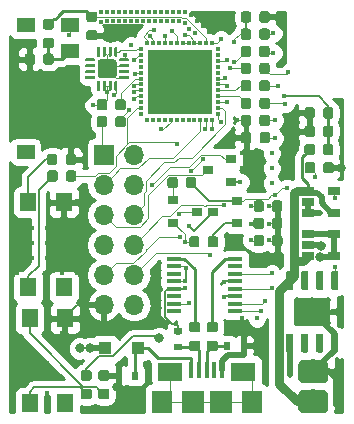
<source format=gbr>
G04 #@! TF.GenerationSoftware,KiCad,Pcbnew,(5.0.1)-3*
G04 #@! TF.CreationDate,2019-12-25T14:02:51-05:00*
G04 #@! TF.ProjectId,SmartWatch,536D61727457617463682E6B69636164,rev?*
G04 #@! TF.SameCoordinates,Original*
G04 #@! TF.FileFunction,Copper,L1,Top,Signal*
G04 #@! TF.FilePolarity,Positive*
%FSLAX46Y46*%
G04 Gerber Fmt 4.6, Leading zero omitted, Abs format (unit mm)*
G04 Created by KiCad (PCBNEW (5.0.1)-3) date 12/25/2019 2:02:51 PM*
%MOMM*%
%LPD*%
G01*
G04 APERTURE LIST*
G04 #@! TA.AperFunction,Conductor*
%ADD10C,0.100000*%
G04 #@! TD*
G04 #@! TA.AperFunction,SMDPad,CuDef*
%ADD11C,0.875000*%
G04 #@! TD*
G04 #@! TA.AperFunction,SMDPad,CuDef*
%ADD12R,0.350000X0.450000*%
G04 #@! TD*
G04 #@! TA.AperFunction,SMDPad,CuDef*
%ADD13R,0.450000X0.350000*%
G04 #@! TD*
G04 #@! TA.AperFunction,SMDPad,CuDef*
%ADD14R,5.400000X5.400000*%
G04 #@! TD*
G04 #@! TA.AperFunction,SMDPad,CuDef*
%ADD15C,2.000000*%
G04 #@! TD*
G04 #@! TA.AperFunction,ComponentPad*
%ADD16R,1.700000X1.700000*%
G04 #@! TD*
G04 #@! TA.AperFunction,ComponentPad*
%ADD17O,1.700000X1.700000*%
G04 #@! TD*
G04 #@! TA.AperFunction,SMDPad,CuDef*
%ADD18R,1.100000X1.100000*%
G04 #@! TD*
G04 #@! TA.AperFunction,SMDPad,CuDef*
%ADD19R,0.600000X0.700000*%
G04 #@! TD*
G04 #@! TA.AperFunction,SMDPad,CuDef*
%ADD20R,0.700000X0.600000*%
G04 #@! TD*
G04 #@! TA.AperFunction,SMDPad,CuDef*
%ADD21C,2.410000*%
G04 #@! TD*
G04 #@! TA.AperFunction,ViaPad*
%ADD22C,0.500000*%
G04 #@! TD*
G04 #@! TA.AperFunction,SMDPad,CuDef*
%ADD23C,0.600000*%
G04 #@! TD*
G04 #@! TA.AperFunction,SMDPad,CuDef*
%ADD24R,1.200000X0.400000*%
G04 #@! TD*
G04 #@! TA.AperFunction,SMDPad,CuDef*
%ADD25R,0.900000X0.800000*%
G04 #@! TD*
G04 #@! TA.AperFunction,SMDPad,CuDef*
%ADD26R,1.060000X0.650000*%
G04 #@! TD*
G04 #@! TA.AperFunction,SMDPad,CuDef*
%ADD27R,0.400000X1.350000*%
G04 #@! TD*
G04 #@! TA.AperFunction,SMDPad,CuDef*
%ADD28R,2.100000X1.600000*%
G04 #@! TD*
G04 #@! TA.AperFunction,SMDPad,CuDef*
%ADD29R,1.800000X1.900000*%
G04 #@! TD*
G04 #@! TA.AperFunction,SMDPad,CuDef*
%ADD30R,1.900000X1.900000*%
G04 #@! TD*
G04 #@! TA.AperFunction,SMDPad,CuDef*
%ADD31R,1.500000X1.200000*%
G04 #@! TD*
G04 #@! TA.AperFunction,SMDPad,CuDef*
%ADD32C,0.250000*%
G04 #@! TD*
G04 #@! TA.AperFunction,SMDPad,CuDef*
%ADD33C,1.600000*%
G04 #@! TD*
G04 #@! TA.AperFunction,SMDPad,CuDef*
%ADD34R,1.400000X1.600000*%
G04 #@! TD*
G04 #@! TA.AperFunction,ViaPad*
%ADD35C,0.450000*%
G04 #@! TD*
G04 #@! TA.AperFunction,ViaPad*
%ADD36C,0.800000*%
G04 #@! TD*
G04 #@! TA.AperFunction,Conductor*
%ADD37C,0.500000*%
G04 #@! TD*
G04 #@! TA.AperFunction,Conductor*
%ADD38C,0.150000*%
G04 #@! TD*
G04 #@! TA.AperFunction,Conductor*
%ADD39C,0.200000*%
G04 #@! TD*
G04 #@! TA.AperFunction,Conductor*
%ADD40C,0.250000*%
G04 #@! TD*
G04 #@! TA.AperFunction,Conductor*
%ADD41C,0.120000*%
G04 #@! TD*
G04 #@! TA.AperFunction,Conductor*
%ADD42C,0.750000*%
G04 #@! TD*
G04 #@! TA.AperFunction,Conductor*
%ADD43C,0.254000*%
G04 #@! TD*
G04 APERTURE END LIST*
D10*
G04 #@! TO.N,/ESP32 Pico D4/IO32*
G04 #@! TO.C,C5*
G36*
X156145491Y-95157053D02*
X156166726Y-95160203D01*
X156187550Y-95165419D01*
X156207762Y-95172651D01*
X156227168Y-95181830D01*
X156245581Y-95192866D01*
X156262824Y-95205654D01*
X156278730Y-95220070D01*
X156293146Y-95235976D01*
X156305934Y-95253219D01*
X156316970Y-95271632D01*
X156326149Y-95291038D01*
X156333381Y-95311250D01*
X156338597Y-95332074D01*
X156341747Y-95353309D01*
X156342800Y-95374750D01*
X156342800Y-95887250D01*
X156341747Y-95908691D01*
X156338597Y-95929926D01*
X156333381Y-95950750D01*
X156326149Y-95970962D01*
X156316970Y-95990368D01*
X156305934Y-96008781D01*
X156293146Y-96026024D01*
X156278730Y-96041930D01*
X156262824Y-96056346D01*
X156245581Y-96069134D01*
X156227168Y-96080170D01*
X156207762Y-96089349D01*
X156187550Y-96096581D01*
X156166726Y-96101797D01*
X156145491Y-96104947D01*
X156124050Y-96106000D01*
X155686550Y-96106000D01*
X155665109Y-96104947D01*
X155643874Y-96101797D01*
X155623050Y-96096581D01*
X155602838Y-96089349D01*
X155583432Y-96080170D01*
X155565019Y-96069134D01*
X155547776Y-96056346D01*
X155531870Y-96041930D01*
X155517454Y-96026024D01*
X155504666Y-96008781D01*
X155493630Y-95990368D01*
X155484451Y-95970962D01*
X155477219Y-95950750D01*
X155472003Y-95929926D01*
X155468853Y-95908691D01*
X155467800Y-95887250D01*
X155467800Y-95374750D01*
X155468853Y-95353309D01*
X155472003Y-95332074D01*
X155477219Y-95311250D01*
X155484451Y-95291038D01*
X155493630Y-95271632D01*
X155504666Y-95253219D01*
X155517454Y-95235976D01*
X155531870Y-95220070D01*
X155547776Y-95205654D01*
X155565019Y-95192866D01*
X155583432Y-95181830D01*
X155602838Y-95172651D01*
X155623050Y-95165419D01*
X155643874Y-95160203D01*
X155665109Y-95157053D01*
X155686550Y-95156000D01*
X156124050Y-95156000D01*
X156145491Y-95157053D01*
X156145491Y-95157053D01*
G37*
D11*
G04 #@! TD*
G04 #@! TO.P,C5,1*
G04 #@! TO.N,/ESP32 Pico D4/IO32*
X155905300Y-95631000D03*
D10*
G04 #@! TO.N,GND*
G04 #@! TO.C,C5*
G36*
X154570491Y-95157053D02*
X154591726Y-95160203D01*
X154612550Y-95165419D01*
X154632762Y-95172651D01*
X154652168Y-95181830D01*
X154670581Y-95192866D01*
X154687824Y-95205654D01*
X154703730Y-95220070D01*
X154718146Y-95235976D01*
X154730934Y-95253219D01*
X154741970Y-95271632D01*
X154751149Y-95291038D01*
X154758381Y-95311250D01*
X154763597Y-95332074D01*
X154766747Y-95353309D01*
X154767800Y-95374750D01*
X154767800Y-95887250D01*
X154766747Y-95908691D01*
X154763597Y-95929926D01*
X154758381Y-95950750D01*
X154751149Y-95970962D01*
X154741970Y-95990368D01*
X154730934Y-96008781D01*
X154718146Y-96026024D01*
X154703730Y-96041930D01*
X154687824Y-96056346D01*
X154670581Y-96069134D01*
X154652168Y-96080170D01*
X154632762Y-96089349D01*
X154612550Y-96096581D01*
X154591726Y-96101797D01*
X154570491Y-96104947D01*
X154549050Y-96106000D01*
X154111550Y-96106000D01*
X154090109Y-96104947D01*
X154068874Y-96101797D01*
X154048050Y-96096581D01*
X154027838Y-96089349D01*
X154008432Y-96080170D01*
X153990019Y-96069134D01*
X153972776Y-96056346D01*
X153956870Y-96041930D01*
X153942454Y-96026024D01*
X153929666Y-96008781D01*
X153918630Y-95990368D01*
X153909451Y-95970962D01*
X153902219Y-95950750D01*
X153897003Y-95929926D01*
X153893853Y-95908691D01*
X153892800Y-95887250D01*
X153892800Y-95374750D01*
X153893853Y-95353309D01*
X153897003Y-95332074D01*
X153902219Y-95311250D01*
X153909451Y-95291038D01*
X153918630Y-95271632D01*
X153929666Y-95253219D01*
X153942454Y-95235976D01*
X153956870Y-95220070D01*
X153972776Y-95205654D01*
X153990019Y-95192866D01*
X154008432Y-95181830D01*
X154027838Y-95172651D01*
X154048050Y-95165419D01*
X154068874Y-95160203D01*
X154090109Y-95157053D01*
X154111550Y-95156000D01*
X154549050Y-95156000D01*
X154570491Y-95157053D01*
X154570491Y-95157053D01*
G37*
D11*
G04 #@! TD*
G04 #@! TO.P,C5,2*
G04 #@! TO.N,GND*
X154330300Y-95631000D03*
D10*
G04 #@! TO.N,/ESP32 Pico D4/IO32*
G04 #@! TO.C,R11*
G36*
X156145491Y-96706453D02*
X156166726Y-96709603D01*
X156187550Y-96714819D01*
X156207762Y-96722051D01*
X156227168Y-96731230D01*
X156245581Y-96742266D01*
X156262824Y-96755054D01*
X156278730Y-96769470D01*
X156293146Y-96785376D01*
X156305934Y-96802619D01*
X156316970Y-96821032D01*
X156326149Y-96840438D01*
X156333381Y-96860650D01*
X156338597Y-96881474D01*
X156341747Y-96902709D01*
X156342800Y-96924150D01*
X156342800Y-97436650D01*
X156341747Y-97458091D01*
X156338597Y-97479326D01*
X156333381Y-97500150D01*
X156326149Y-97520362D01*
X156316970Y-97539768D01*
X156305934Y-97558181D01*
X156293146Y-97575424D01*
X156278730Y-97591330D01*
X156262824Y-97605746D01*
X156245581Y-97618534D01*
X156227168Y-97629570D01*
X156207762Y-97638749D01*
X156187550Y-97645981D01*
X156166726Y-97651197D01*
X156145491Y-97654347D01*
X156124050Y-97655400D01*
X155686550Y-97655400D01*
X155665109Y-97654347D01*
X155643874Y-97651197D01*
X155623050Y-97645981D01*
X155602838Y-97638749D01*
X155583432Y-97629570D01*
X155565019Y-97618534D01*
X155547776Y-97605746D01*
X155531870Y-97591330D01*
X155517454Y-97575424D01*
X155504666Y-97558181D01*
X155493630Y-97539768D01*
X155484451Y-97520362D01*
X155477219Y-97500150D01*
X155472003Y-97479326D01*
X155468853Y-97458091D01*
X155467800Y-97436650D01*
X155467800Y-96924150D01*
X155468853Y-96902709D01*
X155472003Y-96881474D01*
X155477219Y-96860650D01*
X155484451Y-96840438D01*
X155493630Y-96821032D01*
X155504666Y-96802619D01*
X155517454Y-96785376D01*
X155531870Y-96769470D01*
X155547776Y-96755054D01*
X155565019Y-96742266D01*
X155583432Y-96731230D01*
X155602838Y-96722051D01*
X155623050Y-96714819D01*
X155643874Y-96709603D01*
X155665109Y-96706453D01*
X155686550Y-96705400D01*
X156124050Y-96705400D01*
X156145491Y-96706453D01*
X156145491Y-96706453D01*
G37*
D11*
G04 #@! TD*
G04 #@! TO.P,R11,2*
G04 #@! TO.N,/ESP32 Pico D4/IO32*
X155905300Y-97180400D03*
D10*
G04 #@! TO.N,GND*
G04 #@! TO.C,R11*
G36*
X154570491Y-96706453D02*
X154591726Y-96709603D01*
X154612550Y-96714819D01*
X154632762Y-96722051D01*
X154652168Y-96731230D01*
X154670581Y-96742266D01*
X154687824Y-96755054D01*
X154703730Y-96769470D01*
X154718146Y-96785376D01*
X154730934Y-96802619D01*
X154741970Y-96821032D01*
X154751149Y-96840438D01*
X154758381Y-96860650D01*
X154763597Y-96881474D01*
X154766747Y-96902709D01*
X154767800Y-96924150D01*
X154767800Y-97436650D01*
X154766747Y-97458091D01*
X154763597Y-97479326D01*
X154758381Y-97500150D01*
X154751149Y-97520362D01*
X154741970Y-97539768D01*
X154730934Y-97558181D01*
X154718146Y-97575424D01*
X154703730Y-97591330D01*
X154687824Y-97605746D01*
X154670581Y-97618534D01*
X154652168Y-97629570D01*
X154632762Y-97638749D01*
X154612550Y-97645981D01*
X154591726Y-97651197D01*
X154570491Y-97654347D01*
X154549050Y-97655400D01*
X154111550Y-97655400D01*
X154090109Y-97654347D01*
X154068874Y-97651197D01*
X154048050Y-97645981D01*
X154027838Y-97638749D01*
X154008432Y-97629570D01*
X153990019Y-97618534D01*
X153972776Y-97605746D01*
X153956870Y-97591330D01*
X153942454Y-97575424D01*
X153929666Y-97558181D01*
X153918630Y-97539768D01*
X153909451Y-97520362D01*
X153902219Y-97500150D01*
X153897003Y-97479326D01*
X153893853Y-97458091D01*
X153892800Y-97436650D01*
X153892800Y-96924150D01*
X153893853Y-96902709D01*
X153897003Y-96881474D01*
X153902219Y-96860650D01*
X153909451Y-96840438D01*
X153918630Y-96821032D01*
X153929666Y-96802619D01*
X153942454Y-96785376D01*
X153956870Y-96769470D01*
X153972776Y-96755054D01*
X153990019Y-96742266D01*
X154008432Y-96731230D01*
X154027838Y-96722051D01*
X154048050Y-96714819D01*
X154068874Y-96709603D01*
X154090109Y-96706453D01*
X154111550Y-96705400D01*
X154549050Y-96705400D01*
X154570491Y-96706453D01*
X154570491Y-96706453D01*
G37*
D11*
G04 #@! TD*
G04 #@! TO.P,R11,1*
G04 #@! TO.N,GND*
X154330300Y-97180400D03*
D10*
G04 #@! TO.N,/ESP32 Pico D4/IO32*
G04 #@! TO.C,R6*
G36*
X156145491Y-98255853D02*
X156166726Y-98259003D01*
X156187550Y-98264219D01*
X156207762Y-98271451D01*
X156227168Y-98280630D01*
X156245581Y-98291666D01*
X156262824Y-98304454D01*
X156278730Y-98318870D01*
X156293146Y-98334776D01*
X156305934Y-98352019D01*
X156316970Y-98370432D01*
X156326149Y-98389838D01*
X156333381Y-98410050D01*
X156338597Y-98430874D01*
X156341747Y-98452109D01*
X156342800Y-98473550D01*
X156342800Y-98986050D01*
X156341747Y-99007491D01*
X156338597Y-99028726D01*
X156333381Y-99049550D01*
X156326149Y-99069762D01*
X156316970Y-99089168D01*
X156305934Y-99107581D01*
X156293146Y-99124824D01*
X156278730Y-99140730D01*
X156262824Y-99155146D01*
X156245581Y-99167934D01*
X156227168Y-99178970D01*
X156207762Y-99188149D01*
X156187550Y-99195381D01*
X156166726Y-99200597D01*
X156145491Y-99203747D01*
X156124050Y-99204800D01*
X155686550Y-99204800D01*
X155665109Y-99203747D01*
X155643874Y-99200597D01*
X155623050Y-99195381D01*
X155602838Y-99188149D01*
X155583432Y-99178970D01*
X155565019Y-99167934D01*
X155547776Y-99155146D01*
X155531870Y-99140730D01*
X155517454Y-99124824D01*
X155504666Y-99107581D01*
X155493630Y-99089168D01*
X155484451Y-99069762D01*
X155477219Y-99049550D01*
X155472003Y-99028726D01*
X155468853Y-99007491D01*
X155467800Y-98986050D01*
X155467800Y-98473550D01*
X155468853Y-98452109D01*
X155472003Y-98430874D01*
X155477219Y-98410050D01*
X155484451Y-98389838D01*
X155493630Y-98370432D01*
X155504666Y-98352019D01*
X155517454Y-98334776D01*
X155531870Y-98318870D01*
X155547776Y-98304454D01*
X155565019Y-98291666D01*
X155583432Y-98280630D01*
X155602838Y-98271451D01*
X155623050Y-98264219D01*
X155643874Y-98259003D01*
X155665109Y-98255853D01*
X155686550Y-98254800D01*
X156124050Y-98254800D01*
X156145491Y-98255853D01*
X156145491Y-98255853D01*
G37*
D11*
G04 #@! TD*
G04 #@! TO.P,R6,1*
G04 #@! TO.N,/ESP32 Pico D4/IO32*
X155905300Y-98729800D03*
D10*
G04 #@! TO.N,BAT+*
G04 #@! TO.C,R6*
G36*
X154570491Y-98255853D02*
X154591726Y-98259003D01*
X154612550Y-98264219D01*
X154632762Y-98271451D01*
X154652168Y-98280630D01*
X154670581Y-98291666D01*
X154687824Y-98304454D01*
X154703730Y-98318870D01*
X154718146Y-98334776D01*
X154730934Y-98352019D01*
X154741970Y-98370432D01*
X154751149Y-98389838D01*
X154758381Y-98410050D01*
X154763597Y-98430874D01*
X154766747Y-98452109D01*
X154767800Y-98473550D01*
X154767800Y-98986050D01*
X154766747Y-99007491D01*
X154763597Y-99028726D01*
X154758381Y-99049550D01*
X154751149Y-99069762D01*
X154741970Y-99089168D01*
X154730934Y-99107581D01*
X154718146Y-99124824D01*
X154703730Y-99140730D01*
X154687824Y-99155146D01*
X154670581Y-99167934D01*
X154652168Y-99178970D01*
X154632762Y-99188149D01*
X154612550Y-99195381D01*
X154591726Y-99200597D01*
X154570491Y-99203747D01*
X154549050Y-99204800D01*
X154111550Y-99204800D01*
X154090109Y-99203747D01*
X154068874Y-99200597D01*
X154048050Y-99195381D01*
X154027838Y-99188149D01*
X154008432Y-99178970D01*
X153990019Y-99167934D01*
X153972776Y-99155146D01*
X153956870Y-99140730D01*
X153942454Y-99124824D01*
X153929666Y-99107581D01*
X153918630Y-99089168D01*
X153909451Y-99069762D01*
X153902219Y-99049550D01*
X153897003Y-99028726D01*
X153893853Y-99007491D01*
X153892800Y-98986050D01*
X153892800Y-98473550D01*
X153893853Y-98452109D01*
X153897003Y-98430874D01*
X153902219Y-98410050D01*
X153909451Y-98389838D01*
X153918630Y-98370432D01*
X153929666Y-98352019D01*
X153942454Y-98334776D01*
X153956870Y-98318870D01*
X153972776Y-98304454D01*
X153990019Y-98291666D01*
X154008432Y-98280630D01*
X154027838Y-98271451D01*
X154048050Y-98264219D01*
X154068874Y-98259003D01*
X154090109Y-98255853D01*
X154111550Y-98254800D01*
X154549050Y-98254800D01*
X154570491Y-98255853D01*
X154570491Y-98255853D01*
G37*
D11*
G04 #@! TD*
G04 #@! TO.P,R6,2*
G04 #@! TO.N,BAT+*
X154330300Y-98729800D03*
D12*
G04 #@! TO.P,U12,1*
G04 #@! TO.N,+3V3*
X146079660Y-89701540D03*
G04 #@! TO.P,U12,2*
G04 #@! TO.N,/ESP32 Pico D4/LNA_IN*
X145579660Y-89701540D03*
G04 #@! TO.P,U12,3*
G04 #@! TO.N,+3V3*
X145079660Y-89701540D03*
G04 #@! TO.P,U12,4*
X144579660Y-89701540D03*
G04 #@! TO.P,U12,5*
G04 #@! TO.N,/ESP32 Pico D4/IO36*
X144079660Y-89701540D03*
G04 #@! TO.P,U12,6*
X143579660Y-89701540D03*
G04 #@! TO.P,U12,7*
G04 #@! TO.N,Z_SIG*
X143079660Y-89701540D03*
G04 #@! TO.P,U12,8*
G04 #@! TO.N,/ESP32 Pico D4/IO39*
X142579660Y-89701540D03*
G04 #@! TO.P,U12,9*
G04 #@! TO.N,Net-(C9-Pad1)*
X142079660Y-89701540D03*
G04 #@! TO.P,U12,10*
G04 #@! TO.N,/ESP32 Pico D4/IO34*
X141579660Y-89701540D03*
G04 #@! TO.P,U12,11*
G04 #@! TO.N,Y_SIG*
X141079660Y-89701540D03*
G04 #@! TO.P,U12,12*
G04 #@! TO.N,/ESP32 Pico D4/IO32*
X140579660Y-89701540D03*
D13*
G04 #@! TO.P,U12,13*
G04 #@! TO.N,X_SIG*
X140064660Y-90216540D03*
G04 #@! TO.P,U12,14*
G04 #@! TO.N,/LCD_LED_CTRL*
X140064660Y-90716540D03*
G04 #@! TO.P,U12,15*
G04 #@! TO.N,/ESP32 Pico D4/IO26*
X140064660Y-91216540D03*
G04 #@! TO.P,U12,16*
G04 #@! TO.N,/ESP32 Pico D4/IO27*
X140064660Y-91716540D03*
G04 #@! TO.P,U12,17*
G04 #@! TO.N,/TOUCH_CS*
X140064660Y-92216540D03*
G04 #@! TO.P,U12,18*
G04 #@! TO.N,Net-(R22-Pad2)*
X140064660Y-92716540D03*
G04 #@! TO.P,U12,19*
G04 #@! TO.N,+3V3*
X140064660Y-93216540D03*
G04 #@! TO.P,U12,20*
G04 #@! TO.N,/ESP32 Pico D4/IO13*
X140064660Y-93716540D03*
G04 #@! TO.P,U12,21*
G04 #@! TO.N,/ESP32 Pico D4/IO15*
X140064660Y-94216540D03*
G04 #@! TO.P,U12,22*
G04 #@! TO.N,/ESP32 Pico D4/IO2*
X140064660Y-94716540D03*
G04 #@! TO.P,U12,23*
G04 #@! TO.N,/ESP32 Pico D4/IO0*
X140064660Y-95216540D03*
G04 #@! TO.P,U12,24*
G04 #@! TO.N,/ESP32 Pico D4/IO4*
X140064660Y-95716540D03*
D12*
G04 #@! TO.P,U12,25*
G04 #@! TO.N,/ESP32 Pico D4/FLASH_CS*
X140579660Y-96231540D03*
G04 #@! TO.P,U12,26*
G04 #@! TO.N,Net-(U12-Pad26)*
X141079660Y-96231540D03*
G04 #@! TO.P,U12,27*
G04 #@! TO.N,/ESP32 Pico D4/FLASH_SD0*
X141579660Y-96231540D03*
G04 #@! TO.P,U12,28*
G04 #@! TO.N,/ESP32 Pico D4/IO9*
X142079660Y-96231540D03*
G04 #@! TO.P,U12,29*
G04 #@! TO.N,/LCD_PEN*
X142579660Y-96231540D03*
G04 #@! TO.P,U12,30*
G04 #@! TO.N,/ESP32 Pico D4/FLASH_SD2*
X143079660Y-96231540D03*
G04 #@! TO.P,U12,31*
G04 #@! TO.N,/ESP32 Pico D4/FLASH_CLK*
X143579660Y-96231540D03*
G04 #@! TO.P,U12,32*
G04 #@! TO.N,/ESP32 Pico D4/FLASH_SD3*
X144079660Y-96231540D03*
G04 #@! TO.P,U12,33*
G04 #@! TO.N,/ESP32 Pico D4/FLASH_SD1*
X144579660Y-96231540D03*
G04 #@! TO.P,U12,34*
G04 #@! TO.N,/LCD_CS*
X145079660Y-96231540D03*
G04 #@! TO.P,U12,35*
G04 #@! TO.N,/LCD_SCK*
X145579660Y-96231540D03*
G04 #@! TO.P,U12,36*
G04 #@! TO.N,/MOSI*
X146079660Y-96231540D03*
D13*
G04 #@! TO.P,U12,37*
G04 #@! TO.N,+3V3*
X146594660Y-95716540D03*
G04 #@! TO.P,U12,38*
G04 #@! TO.N,/MISO*
X146594660Y-95216540D03*
G04 #@! TO.P,U12,39*
G04 #@! TO.N,/LCD_RST*
X146594660Y-94716540D03*
G04 #@! TO.P,U12,40*
G04 #@! TO.N,/ESP32 Pico D4/RXD0*
X146594660Y-94216540D03*
G04 #@! TO.P,U12,41*
G04 #@! TO.N,/ESP32 Pico D4/TXD0*
X146594660Y-93716540D03*
G04 #@! TO.P,U12,42*
G04 #@! TO.N,/LCD_A0*
X146594660Y-93216540D03*
G04 #@! TO.P,U12,43*
G04 #@! TO.N,+3V3*
X146594660Y-92716540D03*
G04 #@! TO.P,U12,44*
G04 #@! TO.N,N/C*
X146594660Y-92216540D03*
G04 #@! TO.P,U12,45*
X146594660Y-91716540D03*
G04 #@! TO.P,U12,46*
G04 #@! TO.N,+3V3*
X146594660Y-91216540D03*
G04 #@! TO.P,U12,47*
G04 #@! TO.N,N/C*
X146594660Y-90716540D03*
G04 #@! TO.P,U12,48*
X146594660Y-90216540D03*
D14*
G04 #@! TO.P,U12,49*
G04 #@! TO.N,GND*
X143329660Y-92966540D03*
G04 #@! TD*
D10*
G04 #@! TO.N,GND*
G04 #@! TO.C,J2*
G36*
X155451669Y-116520588D02*
X155500205Y-116527787D01*
X155547802Y-116539710D01*
X155594002Y-116556240D01*
X155638358Y-116577219D01*
X155680445Y-116602445D01*
X155719857Y-116631675D01*
X155756213Y-116664627D01*
X155789165Y-116700983D01*
X155818395Y-116740395D01*
X155843621Y-116782482D01*
X155864600Y-116826838D01*
X155881130Y-116873038D01*
X155893053Y-116920635D01*
X155900252Y-116969171D01*
X155902660Y-117018180D01*
X155902660Y-118018180D01*
X155900252Y-118067189D01*
X155893053Y-118115725D01*
X155881130Y-118163322D01*
X155864600Y-118209522D01*
X155843621Y-118253878D01*
X155818395Y-118295965D01*
X155789165Y-118335377D01*
X155756213Y-118371733D01*
X155719857Y-118404685D01*
X155680445Y-118433915D01*
X155638358Y-118459141D01*
X155594002Y-118480120D01*
X155547802Y-118496650D01*
X155500205Y-118508573D01*
X155451669Y-118515772D01*
X155402660Y-118518180D01*
X153862660Y-118518180D01*
X153813651Y-118515772D01*
X153765115Y-118508573D01*
X153717518Y-118496650D01*
X153671318Y-118480120D01*
X153626962Y-118459141D01*
X153584875Y-118433915D01*
X153545463Y-118404685D01*
X153509107Y-118371733D01*
X153476155Y-118335377D01*
X153446925Y-118295965D01*
X153421699Y-118253878D01*
X153400720Y-118209522D01*
X153384190Y-118163322D01*
X153372267Y-118115725D01*
X153365068Y-118067189D01*
X153362660Y-118018180D01*
X153362660Y-117018180D01*
X153365068Y-116969171D01*
X153372267Y-116920635D01*
X153384190Y-116873038D01*
X153400720Y-116826838D01*
X153421699Y-116782482D01*
X153446925Y-116740395D01*
X153476155Y-116700983D01*
X153509107Y-116664627D01*
X153545463Y-116631675D01*
X153584875Y-116602445D01*
X153626962Y-116577219D01*
X153671318Y-116556240D01*
X153717518Y-116539710D01*
X153765115Y-116527787D01*
X153813651Y-116520588D01*
X153862660Y-116518180D01*
X155402660Y-116518180D01*
X155451669Y-116520588D01*
X155451669Y-116520588D01*
G37*
D15*
G04 #@! TD*
G04 #@! TO.P,J2,1*
G04 #@! TO.N,GND*
X154632660Y-117518180D03*
D10*
G04 #@! TO.N,BAT+*
G04 #@! TO.C,J2*
G36*
X155451669Y-119060588D02*
X155500205Y-119067787D01*
X155547802Y-119079710D01*
X155594002Y-119096240D01*
X155638358Y-119117219D01*
X155680445Y-119142445D01*
X155719857Y-119171675D01*
X155756213Y-119204627D01*
X155789165Y-119240983D01*
X155818395Y-119280395D01*
X155843621Y-119322482D01*
X155864600Y-119366838D01*
X155881130Y-119413038D01*
X155893053Y-119460635D01*
X155900252Y-119509171D01*
X155902660Y-119558180D01*
X155902660Y-120558180D01*
X155900252Y-120607189D01*
X155893053Y-120655725D01*
X155881130Y-120703322D01*
X155864600Y-120749522D01*
X155843621Y-120793878D01*
X155818395Y-120835965D01*
X155789165Y-120875377D01*
X155756213Y-120911733D01*
X155719857Y-120944685D01*
X155680445Y-120973915D01*
X155638358Y-120999141D01*
X155594002Y-121020120D01*
X155547802Y-121036650D01*
X155500205Y-121048573D01*
X155451669Y-121055772D01*
X155402660Y-121058180D01*
X153862660Y-121058180D01*
X153813651Y-121055772D01*
X153765115Y-121048573D01*
X153717518Y-121036650D01*
X153671318Y-121020120D01*
X153626962Y-120999141D01*
X153584875Y-120973915D01*
X153545463Y-120944685D01*
X153509107Y-120911733D01*
X153476155Y-120875377D01*
X153446925Y-120835965D01*
X153421699Y-120793878D01*
X153400720Y-120749522D01*
X153384190Y-120703322D01*
X153372267Y-120655725D01*
X153365068Y-120607189D01*
X153362660Y-120558180D01*
X153362660Y-119558180D01*
X153365068Y-119509171D01*
X153372267Y-119460635D01*
X153384190Y-119413038D01*
X153400720Y-119366838D01*
X153421699Y-119322482D01*
X153446925Y-119280395D01*
X153476155Y-119240983D01*
X153509107Y-119204627D01*
X153545463Y-119171675D01*
X153584875Y-119142445D01*
X153626962Y-119117219D01*
X153671318Y-119096240D01*
X153717518Y-119079710D01*
X153765115Y-119067787D01*
X153813651Y-119060588D01*
X153862660Y-119058180D01*
X155402660Y-119058180D01*
X155451669Y-119060588D01*
X155451669Y-119060588D01*
G37*
D15*
G04 #@! TD*
G04 #@! TO.P,J2,2*
G04 #@! TO.N,BAT+*
X154632660Y-120058180D03*
D10*
G04 #@! TO.N,Net-(C1-Pad1)*
G04 #@! TO.C,C1*
G36*
X154588271Y-99792553D02*
X154609506Y-99795703D01*
X154630330Y-99800919D01*
X154650542Y-99808151D01*
X154669948Y-99817330D01*
X154688361Y-99828366D01*
X154705604Y-99841154D01*
X154721510Y-99855570D01*
X154735926Y-99871476D01*
X154748714Y-99888719D01*
X154759750Y-99907132D01*
X154768929Y-99926538D01*
X154776161Y-99946750D01*
X154781377Y-99967574D01*
X154784527Y-99988809D01*
X154785580Y-100010250D01*
X154785580Y-100522750D01*
X154784527Y-100544191D01*
X154781377Y-100565426D01*
X154776161Y-100586250D01*
X154768929Y-100606462D01*
X154759750Y-100625868D01*
X154748714Y-100644281D01*
X154735926Y-100661524D01*
X154721510Y-100677430D01*
X154705604Y-100691846D01*
X154688361Y-100704634D01*
X154669948Y-100715670D01*
X154650542Y-100724849D01*
X154630330Y-100732081D01*
X154609506Y-100737297D01*
X154588271Y-100740447D01*
X154566830Y-100741500D01*
X154129330Y-100741500D01*
X154107889Y-100740447D01*
X154086654Y-100737297D01*
X154065830Y-100732081D01*
X154045618Y-100724849D01*
X154026212Y-100715670D01*
X154007799Y-100704634D01*
X153990556Y-100691846D01*
X153974650Y-100677430D01*
X153960234Y-100661524D01*
X153947446Y-100644281D01*
X153936410Y-100625868D01*
X153927231Y-100606462D01*
X153919999Y-100586250D01*
X153914783Y-100565426D01*
X153911633Y-100544191D01*
X153910580Y-100522750D01*
X153910580Y-100010250D01*
X153911633Y-99988809D01*
X153914783Y-99967574D01*
X153919999Y-99946750D01*
X153927231Y-99926538D01*
X153936410Y-99907132D01*
X153947446Y-99888719D01*
X153960234Y-99871476D01*
X153974650Y-99855570D01*
X153990556Y-99841154D01*
X154007799Y-99828366D01*
X154026212Y-99817330D01*
X154045618Y-99808151D01*
X154065830Y-99800919D01*
X154086654Y-99795703D01*
X154107889Y-99792553D01*
X154129330Y-99791500D01*
X154566830Y-99791500D01*
X154588271Y-99792553D01*
X154588271Y-99792553D01*
G37*
D11*
G04 #@! TD*
G04 #@! TO.P,C1,1*
G04 #@! TO.N,Net-(C1-Pad1)*
X154348080Y-100266500D03*
D10*
G04 #@! TO.N,GND*
G04 #@! TO.C,C1*
G36*
X156163271Y-99792553D02*
X156184506Y-99795703D01*
X156205330Y-99800919D01*
X156225542Y-99808151D01*
X156244948Y-99817330D01*
X156263361Y-99828366D01*
X156280604Y-99841154D01*
X156296510Y-99855570D01*
X156310926Y-99871476D01*
X156323714Y-99888719D01*
X156334750Y-99907132D01*
X156343929Y-99926538D01*
X156351161Y-99946750D01*
X156356377Y-99967574D01*
X156359527Y-99988809D01*
X156360580Y-100010250D01*
X156360580Y-100522750D01*
X156359527Y-100544191D01*
X156356377Y-100565426D01*
X156351161Y-100586250D01*
X156343929Y-100606462D01*
X156334750Y-100625868D01*
X156323714Y-100644281D01*
X156310926Y-100661524D01*
X156296510Y-100677430D01*
X156280604Y-100691846D01*
X156263361Y-100704634D01*
X156244948Y-100715670D01*
X156225542Y-100724849D01*
X156205330Y-100732081D01*
X156184506Y-100737297D01*
X156163271Y-100740447D01*
X156141830Y-100741500D01*
X155704330Y-100741500D01*
X155682889Y-100740447D01*
X155661654Y-100737297D01*
X155640830Y-100732081D01*
X155620618Y-100724849D01*
X155601212Y-100715670D01*
X155582799Y-100704634D01*
X155565556Y-100691846D01*
X155549650Y-100677430D01*
X155535234Y-100661524D01*
X155522446Y-100644281D01*
X155511410Y-100625868D01*
X155502231Y-100606462D01*
X155494999Y-100586250D01*
X155489783Y-100565426D01*
X155486633Y-100544191D01*
X155485580Y-100522750D01*
X155485580Y-100010250D01*
X155486633Y-99988809D01*
X155489783Y-99967574D01*
X155494999Y-99946750D01*
X155502231Y-99926538D01*
X155511410Y-99907132D01*
X155522446Y-99888719D01*
X155535234Y-99871476D01*
X155549650Y-99855570D01*
X155565556Y-99841154D01*
X155582799Y-99828366D01*
X155601212Y-99817330D01*
X155620618Y-99808151D01*
X155640830Y-99800919D01*
X155661654Y-99795703D01*
X155682889Y-99792553D01*
X155704330Y-99791500D01*
X156141830Y-99791500D01*
X156163271Y-99792553D01*
X156163271Y-99792553D01*
G37*
D11*
G04 #@! TD*
G04 #@! TO.P,C1,2*
G04 #@! TO.N,GND*
X155923080Y-100266500D03*
D10*
G04 #@! TO.N,Net-(C12-Pad1)*
G04 #@! TO.C,C13*
G36*
X132479611Y-89271373D02*
X132500846Y-89274523D01*
X132521670Y-89279739D01*
X132541882Y-89286971D01*
X132561288Y-89296150D01*
X132579701Y-89307186D01*
X132596944Y-89319974D01*
X132612850Y-89334390D01*
X132627266Y-89350296D01*
X132640054Y-89367539D01*
X132651090Y-89385952D01*
X132660269Y-89405358D01*
X132667501Y-89425570D01*
X132672717Y-89446394D01*
X132675867Y-89467629D01*
X132676920Y-89489070D01*
X132676920Y-89926570D01*
X132675867Y-89948011D01*
X132672717Y-89969246D01*
X132667501Y-89990070D01*
X132660269Y-90010282D01*
X132651090Y-90029688D01*
X132640054Y-90048101D01*
X132627266Y-90065344D01*
X132612850Y-90081250D01*
X132596944Y-90095666D01*
X132579701Y-90108454D01*
X132561288Y-90119490D01*
X132541882Y-90128669D01*
X132521670Y-90135901D01*
X132500846Y-90141117D01*
X132479611Y-90144267D01*
X132458170Y-90145320D01*
X131945670Y-90145320D01*
X131924229Y-90144267D01*
X131902994Y-90141117D01*
X131882170Y-90135901D01*
X131861958Y-90128669D01*
X131842552Y-90119490D01*
X131824139Y-90108454D01*
X131806896Y-90095666D01*
X131790990Y-90081250D01*
X131776574Y-90065344D01*
X131763786Y-90048101D01*
X131752750Y-90029688D01*
X131743571Y-90010282D01*
X131736339Y-89990070D01*
X131731123Y-89969246D01*
X131727973Y-89948011D01*
X131726920Y-89926570D01*
X131726920Y-89489070D01*
X131727973Y-89467629D01*
X131731123Y-89446394D01*
X131736339Y-89425570D01*
X131743571Y-89405358D01*
X131752750Y-89385952D01*
X131763786Y-89367539D01*
X131776574Y-89350296D01*
X131790990Y-89334390D01*
X131806896Y-89319974D01*
X131824139Y-89307186D01*
X131842552Y-89296150D01*
X131861958Y-89286971D01*
X131882170Y-89279739D01*
X131902994Y-89274523D01*
X131924229Y-89271373D01*
X131945670Y-89270320D01*
X132458170Y-89270320D01*
X132479611Y-89271373D01*
X132479611Y-89271373D01*
G37*
D11*
G04 #@! TD*
G04 #@! TO.P,C13,2*
G04 #@! TO.N,Net-(C12-Pad1)*
X132201920Y-89707820D03*
D10*
G04 #@! TO.N,/ESP32 Pico D4/LNA_IN*
G04 #@! TO.C,C13*
G36*
X132479611Y-87696373D02*
X132500846Y-87699523D01*
X132521670Y-87704739D01*
X132541882Y-87711971D01*
X132561288Y-87721150D01*
X132579701Y-87732186D01*
X132596944Y-87744974D01*
X132612850Y-87759390D01*
X132627266Y-87775296D01*
X132640054Y-87792539D01*
X132651090Y-87810952D01*
X132660269Y-87830358D01*
X132667501Y-87850570D01*
X132672717Y-87871394D01*
X132675867Y-87892629D01*
X132676920Y-87914070D01*
X132676920Y-88351570D01*
X132675867Y-88373011D01*
X132672717Y-88394246D01*
X132667501Y-88415070D01*
X132660269Y-88435282D01*
X132651090Y-88454688D01*
X132640054Y-88473101D01*
X132627266Y-88490344D01*
X132612850Y-88506250D01*
X132596944Y-88520666D01*
X132579701Y-88533454D01*
X132561288Y-88544490D01*
X132541882Y-88553669D01*
X132521670Y-88560901D01*
X132500846Y-88566117D01*
X132479611Y-88569267D01*
X132458170Y-88570320D01*
X131945670Y-88570320D01*
X131924229Y-88569267D01*
X131902994Y-88566117D01*
X131882170Y-88560901D01*
X131861958Y-88553669D01*
X131842552Y-88544490D01*
X131824139Y-88533454D01*
X131806896Y-88520666D01*
X131790990Y-88506250D01*
X131776574Y-88490344D01*
X131763786Y-88473101D01*
X131752750Y-88454688D01*
X131743571Y-88435282D01*
X131736339Y-88415070D01*
X131731123Y-88394246D01*
X131727973Y-88373011D01*
X131726920Y-88351570D01*
X131726920Y-87914070D01*
X131727973Y-87892629D01*
X131731123Y-87871394D01*
X131736339Y-87850570D01*
X131743571Y-87830358D01*
X131752750Y-87810952D01*
X131763786Y-87792539D01*
X131776574Y-87775296D01*
X131790990Y-87759390D01*
X131806896Y-87744974D01*
X131824139Y-87732186D01*
X131842552Y-87721150D01*
X131861958Y-87711971D01*
X131882170Y-87704739D01*
X131902994Y-87699523D01*
X131924229Y-87696373D01*
X131945670Y-87695320D01*
X132458170Y-87695320D01*
X132479611Y-87696373D01*
X132479611Y-87696373D01*
G37*
D11*
G04 #@! TD*
G04 #@! TO.P,C13,1*
G04 #@! TO.N,/ESP32 Pico D4/LNA_IN*
X132201920Y-88132820D03*
D10*
G04 #@! TO.N,Net-(C12-Pad1)*
G04 #@! TO.C,C12*
G36*
X132452371Y-90595213D02*
X132473606Y-90598363D01*
X132494430Y-90603579D01*
X132514642Y-90610811D01*
X132534048Y-90619990D01*
X132552461Y-90631026D01*
X132569704Y-90643814D01*
X132585610Y-90658230D01*
X132600026Y-90674136D01*
X132612814Y-90691379D01*
X132623850Y-90709792D01*
X132633029Y-90729198D01*
X132640261Y-90749410D01*
X132645477Y-90770234D01*
X132648627Y-90791469D01*
X132649680Y-90812910D01*
X132649680Y-91325410D01*
X132648627Y-91346851D01*
X132645477Y-91368086D01*
X132640261Y-91388910D01*
X132633029Y-91409122D01*
X132623850Y-91428528D01*
X132612814Y-91446941D01*
X132600026Y-91464184D01*
X132585610Y-91480090D01*
X132569704Y-91494506D01*
X132552461Y-91507294D01*
X132534048Y-91518330D01*
X132514642Y-91527509D01*
X132494430Y-91534741D01*
X132473606Y-91539957D01*
X132452371Y-91543107D01*
X132430930Y-91544160D01*
X131993430Y-91544160D01*
X131971989Y-91543107D01*
X131950754Y-91539957D01*
X131929930Y-91534741D01*
X131909718Y-91527509D01*
X131890312Y-91518330D01*
X131871899Y-91507294D01*
X131854656Y-91494506D01*
X131838750Y-91480090D01*
X131824334Y-91464184D01*
X131811546Y-91446941D01*
X131800510Y-91428528D01*
X131791331Y-91409122D01*
X131784099Y-91388910D01*
X131778883Y-91368086D01*
X131775733Y-91346851D01*
X131774680Y-91325410D01*
X131774680Y-90812910D01*
X131775733Y-90791469D01*
X131778883Y-90770234D01*
X131784099Y-90749410D01*
X131791331Y-90729198D01*
X131800510Y-90709792D01*
X131811546Y-90691379D01*
X131824334Y-90674136D01*
X131838750Y-90658230D01*
X131854656Y-90643814D01*
X131871899Y-90631026D01*
X131890312Y-90619990D01*
X131909718Y-90610811D01*
X131929930Y-90603579D01*
X131950754Y-90598363D01*
X131971989Y-90595213D01*
X131993430Y-90594160D01*
X132430930Y-90594160D01*
X132452371Y-90595213D01*
X132452371Y-90595213D01*
G37*
D11*
G04 #@! TD*
G04 #@! TO.P,C12,1*
G04 #@! TO.N,Net-(C12-Pad1)*
X132212180Y-91069160D03*
D10*
G04 #@! TO.N,GND*
G04 #@! TO.C,C12*
G36*
X130877371Y-90595213D02*
X130898606Y-90598363D01*
X130919430Y-90603579D01*
X130939642Y-90610811D01*
X130959048Y-90619990D01*
X130977461Y-90631026D01*
X130994704Y-90643814D01*
X131010610Y-90658230D01*
X131025026Y-90674136D01*
X131037814Y-90691379D01*
X131048850Y-90709792D01*
X131058029Y-90729198D01*
X131065261Y-90749410D01*
X131070477Y-90770234D01*
X131073627Y-90791469D01*
X131074680Y-90812910D01*
X131074680Y-91325410D01*
X131073627Y-91346851D01*
X131070477Y-91368086D01*
X131065261Y-91388910D01*
X131058029Y-91409122D01*
X131048850Y-91428528D01*
X131037814Y-91446941D01*
X131025026Y-91464184D01*
X131010610Y-91480090D01*
X130994704Y-91494506D01*
X130977461Y-91507294D01*
X130959048Y-91518330D01*
X130939642Y-91527509D01*
X130919430Y-91534741D01*
X130898606Y-91539957D01*
X130877371Y-91543107D01*
X130855930Y-91544160D01*
X130418430Y-91544160D01*
X130396989Y-91543107D01*
X130375754Y-91539957D01*
X130354930Y-91534741D01*
X130334718Y-91527509D01*
X130315312Y-91518330D01*
X130296899Y-91507294D01*
X130279656Y-91494506D01*
X130263750Y-91480090D01*
X130249334Y-91464184D01*
X130236546Y-91446941D01*
X130225510Y-91428528D01*
X130216331Y-91409122D01*
X130209099Y-91388910D01*
X130203883Y-91368086D01*
X130200733Y-91346851D01*
X130199680Y-91325410D01*
X130199680Y-90812910D01*
X130200733Y-90791469D01*
X130203883Y-90770234D01*
X130209099Y-90749410D01*
X130216331Y-90729198D01*
X130225510Y-90709792D01*
X130236546Y-90691379D01*
X130249334Y-90674136D01*
X130263750Y-90658230D01*
X130279656Y-90643814D01*
X130296899Y-90631026D01*
X130315312Y-90619990D01*
X130334718Y-90610811D01*
X130354930Y-90603579D01*
X130375754Y-90598363D01*
X130396989Y-90595213D01*
X130418430Y-90594160D01*
X130855930Y-90594160D01*
X130877371Y-90595213D01*
X130877371Y-90595213D01*
G37*
D11*
G04 #@! TD*
G04 #@! TO.P,C12,2*
G04 #@! TO.N,GND*
X130637180Y-91069160D03*
D10*
G04 #@! TO.N,GND*
G04 #@! TO.C,C11*
G36*
X149178071Y-95789513D02*
X149199306Y-95792663D01*
X149220130Y-95797879D01*
X149240342Y-95805111D01*
X149259748Y-95814290D01*
X149278161Y-95825326D01*
X149295404Y-95838114D01*
X149311310Y-95852530D01*
X149325726Y-95868436D01*
X149338514Y-95885679D01*
X149349550Y-95904092D01*
X149358729Y-95923498D01*
X149365961Y-95943710D01*
X149371177Y-95964534D01*
X149374327Y-95985769D01*
X149375380Y-96007210D01*
X149375380Y-96519710D01*
X149374327Y-96541151D01*
X149371177Y-96562386D01*
X149365961Y-96583210D01*
X149358729Y-96603422D01*
X149349550Y-96622828D01*
X149338514Y-96641241D01*
X149325726Y-96658484D01*
X149311310Y-96674390D01*
X149295404Y-96688806D01*
X149278161Y-96701594D01*
X149259748Y-96712630D01*
X149240342Y-96721809D01*
X149220130Y-96729041D01*
X149199306Y-96734257D01*
X149178071Y-96737407D01*
X149156630Y-96738460D01*
X148719130Y-96738460D01*
X148697689Y-96737407D01*
X148676454Y-96734257D01*
X148655630Y-96729041D01*
X148635418Y-96721809D01*
X148616012Y-96712630D01*
X148597599Y-96701594D01*
X148580356Y-96688806D01*
X148564450Y-96674390D01*
X148550034Y-96658484D01*
X148537246Y-96641241D01*
X148526210Y-96622828D01*
X148517031Y-96603422D01*
X148509799Y-96583210D01*
X148504583Y-96562386D01*
X148501433Y-96541151D01*
X148500380Y-96519710D01*
X148500380Y-96007210D01*
X148501433Y-95985769D01*
X148504583Y-95964534D01*
X148509799Y-95943710D01*
X148517031Y-95923498D01*
X148526210Y-95904092D01*
X148537246Y-95885679D01*
X148550034Y-95868436D01*
X148564450Y-95852530D01*
X148580356Y-95838114D01*
X148597599Y-95825326D01*
X148616012Y-95814290D01*
X148635418Y-95805111D01*
X148655630Y-95797879D01*
X148676454Y-95792663D01*
X148697689Y-95789513D01*
X148719130Y-95788460D01*
X149156630Y-95788460D01*
X149178071Y-95789513D01*
X149178071Y-95789513D01*
G37*
D11*
G04 #@! TD*
G04 #@! TO.P,C11,2*
G04 #@! TO.N,GND*
X148937880Y-96263460D03*
D10*
G04 #@! TO.N,+3V3*
G04 #@! TO.C,C11*
G36*
X150753071Y-95789513D02*
X150774306Y-95792663D01*
X150795130Y-95797879D01*
X150815342Y-95805111D01*
X150834748Y-95814290D01*
X150853161Y-95825326D01*
X150870404Y-95838114D01*
X150886310Y-95852530D01*
X150900726Y-95868436D01*
X150913514Y-95885679D01*
X150924550Y-95904092D01*
X150933729Y-95923498D01*
X150940961Y-95943710D01*
X150946177Y-95964534D01*
X150949327Y-95985769D01*
X150950380Y-96007210D01*
X150950380Y-96519710D01*
X150949327Y-96541151D01*
X150946177Y-96562386D01*
X150940961Y-96583210D01*
X150933729Y-96603422D01*
X150924550Y-96622828D01*
X150913514Y-96641241D01*
X150900726Y-96658484D01*
X150886310Y-96674390D01*
X150870404Y-96688806D01*
X150853161Y-96701594D01*
X150834748Y-96712630D01*
X150815342Y-96721809D01*
X150795130Y-96729041D01*
X150774306Y-96734257D01*
X150753071Y-96737407D01*
X150731630Y-96738460D01*
X150294130Y-96738460D01*
X150272689Y-96737407D01*
X150251454Y-96734257D01*
X150230630Y-96729041D01*
X150210418Y-96721809D01*
X150191012Y-96712630D01*
X150172599Y-96701594D01*
X150155356Y-96688806D01*
X150139450Y-96674390D01*
X150125034Y-96658484D01*
X150112246Y-96641241D01*
X150101210Y-96622828D01*
X150092031Y-96603422D01*
X150084799Y-96583210D01*
X150079583Y-96562386D01*
X150076433Y-96541151D01*
X150075380Y-96519710D01*
X150075380Y-96007210D01*
X150076433Y-95985769D01*
X150079583Y-95964534D01*
X150084799Y-95943710D01*
X150092031Y-95923498D01*
X150101210Y-95904092D01*
X150112246Y-95885679D01*
X150125034Y-95868436D01*
X150139450Y-95852530D01*
X150155356Y-95838114D01*
X150172599Y-95825326D01*
X150191012Y-95814290D01*
X150210418Y-95805111D01*
X150230630Y-95797879D01*
X150251454Y-95792663D01*
X150272689Y-95789513D01*
X150294130Y-95788460D01*
X150731630Y-95788460D01*
X150753071Y-95789513D01*
X150753071Y-95789513D01*
G37*
D11*
G04 #@! TD*
G04 #@! TO.P,C11,1*
G04 #@! TO.N,+3V3*
X150512880Y-96263460D03*
D10*
G04 #@! TO.N,Net-(C9-Pad1)*
G04 #@! TO.C,C9*
G36*
X149185691Y-87029053D02*
X149206926Y-87032203D01*
X149227750Y-87037419D01*
X149247962Y-87044651D01*
X149267368Y-87053830D01*
X149285781Y-87064866D01*
X149303024Y-87077654D01*
X149318930Y-87092070D01*
X149333346Y-87107976D01*
X149346134Y-87125219D01*
X149357170Y-87143632D01*
X149366349Y-87163038D01*
X149373581Y-87183250D01*
X149378797Y-87204074D01*
X149381947Y-87225309D01*
X149383000Y-87246750D01*
X149383000Y-87759250D01*
X149381947Y-87780691D01*
X149378797Y-87801926D01*
X149373581Y-87822750D01*
X149366349Y-87842962D01*
X149357170Y-87862368D01*
X149346134Y-87880781D01*
X149333346Y-87898024D01*
X149318930Y-87913930D01*
X149303024Y-87928346D01*
X149285781Y-87941134D01*
X149267368Y-87952170D01*
X149247962Y-87961349D01*
X149227750Y-87968581D01*
X149206926Y-87973797D01*
X149185691Y-87976947D01*
X149164250Y-87978000D01*
X148726750Y-87978000D01*
X148705309Y-87976947D01*
X148684074Y-87973797D01*
X148663250Y-87968581D01*
X148643038Y-87961349D01*
X148623632Y-87952170D01*
X148605219Y-87941134D01*
X148587976Y-87928346D01*
X148572070Y-87913930D01*
X148557654Y-87898024D01*
X148544866Y-87880781D01*
X148533830Y-87862368D01*
X148524651Y-87842962D01*
X148517419Y-87822750D01*
X148512203Y-87801926D01*
X148509053Y-87780691D01*
X148508000Y-87759250D01*
X148508000Y-87246750D01*
X148509053Y-87225309D01*
X148512203Y-87204074D01*
X148517419Y-87183250D01*
X148524651Y-87163038D01*
X148533830Y-87143632D01*
X148544866Y-87125219D01*
X148557654Y-87107976D01*
X148572070Y-87092070D01*
X148587976Y-87077654D01*
X148605219Y-87064866D01*
X148623632Y-87053830D01*
X148643038Y-87044651D01*
X148663250Y-87037419D01*
X148684074Y-87032203D01*
X148705309Y-87029053D01*
X148726750Y-87028000D01*
X149164250Y-87028000D01*
X149185691Y-87029053D01*
X149185691Y-87029053D01*
G37*
D11*
G04 #@! TD*
G04 #@! TO.P,C9,1*
G04 #@! TO.N,Net-(C9-Pad1)*
X148945500Y-87503000D03*
D10*
G04 #@! TO.N,GND*
G04 #@! TO.C,C9*
G36*
X150760691Y-87029053D02*
X150781926Y-87032203D01*
X150802750Y-87037419D01*
X150822962Y-87044651D01*
X150842368Y-87053830D01*
X150860781Y-87064866D01*
X150878024Y-87077654D01*
X150893930Y-87092070D01*
X150908346Y-87107976D01*
X150921134Y-87125219D01*
X150932170Y-87143632D01*
X150941349Y-87163038D01*
X150948581Y-87183250D01*
X150953797Y-87204074D01*
X150956947Y-87225309D01*
X150958000Y-87246750D01*
X150958000Y-87759250D01*
X150956947Y-87780691D01*
X150953797Y-87801926D01*
X150948581Y-87822750D01*
X150941349Y-87842962D01*
X150932170Y-87862368D01*
X150921134Y-87880781D01*
X150908346Y-87898024D01*
X150893930Y-87913930D01*
X150878024Y-87928346D01*
X150860781Y-87941134D01*
X150842368Y-87952170D01*
X150822962Y-87961349D01*
X150802750Y-87968581D01*
X150781926Y-87973797D01*
X150760691Y-87976947D01*
X150739250Y-87978000D01*
X150301750Y-87978000D01*
X150280309Y-87976947D01*
X150259074Y-87973797D01*
X150238250Y-87968581D01*
X150218038Y-87961349D01*
X150198632Y-87952170D01*
X150180219Y-87941134D01*
X150162976Y-87928346D01*
X150147070Y-87913930D01*
X150132654Y-87898024D01*
X150119866Y-87880781D01*
X150108830Y-87862368D01*
X150099651Y-87842962D01*
X150092419Y-87822750D01*
X150087203Y-87801926D01*
X150084053Y-87780691D01*
X150083000Y-87759250D01*
X150083000Y-87246750D01*
X150084053Y-87225309D01*
X150087203Y-87204074D01*
X150092419Y-87183250D01*
X150099651Y-87163038D01*
X150108830Y-87143632D01*
X150119866Y-87125219D01*
X150132654Y-87107976D01*
X150147070Y-87092070D01*
X150162976Y-87077654D01*
X150180219Y-87064866D01*
X150198632Y-87053830D01*
X150218038Y-87044651D01*
X150238250Y-87037419D01*
X150259074Y-87032203D01*
X150280309Y-87029053D01*
X150301750Y-87028000D01*
X150739250Y-87028000D01*
X150760691Y-87029053D01*
X150760691Y-87029053D01*
G37*
D11*
G04 #@! TD*
G04 #@! TO.P,C9,2*
G04 #@! TO.N,GND*
X150520500Y-87503000D03*
D10*
G04 #@! TO.N,GND*
G04 #@! TO.C,C7*
G36*
X137183691Y-117416913D02*
X137204926Y-117420063D01*
X137225750Y-117425279D01*
X137245962Y-117432511D01*
X137265368Y-117441690D01*
X137283781Y-117452726D01*
X137301024Y-117465514D01*
X137316930Y-117479930D01*
X137331346Y-117495836D01*
X137344134Y-117513079D01*
X137355170Y-117531492D01*
X137364349Y-117550898D01*
X137371581Y-117571110D01*
X137376797Y-117591934D01*
X137379947Y-117613169D01*
X137381000Y-117634610D01*
X137381000Y-118072110D01*
X137379947Y-118093551D01*
X137376797Y-118114786D01*
X137371581Y-118135610D01*
X137364349Y-118155822D01*
X137355170Y-118175228D01*
X137344134Y-118193641D01*
X137331346Y-118210884D01*
X137316930Y-118226790D01*
X137301024Y-118241206D01*
X137283781Y-118253994D01*
X137265368Y-118265030D01*
X137245962Y-118274209D01*
X137225750Y-118281441D01*
X137204926Y-118286657D01*
X137183691Y-118289807D01*
X137162250Y-118290860D01*
X136649750Y-118290860D01*
X136628309Y-118289807D01*
X136607074Y-118286657D01*
X136586250Y-118281441D01*
X136566038Y-118274209D01*
X136546632Y-118265030D01*
X136528219Y-118253994D01*
X136510976Y-118241206D01*
X136495070Y-118226790D01*
X136480654Y-118210884D01*
X136467866Y-118193641D01*
X136456830Y-118175228D01*
X136447651Y-118155822D01*
X136440419Y-118135610D01*
X136435203Y-118114786D01*
X136432053Y-118093551D01*
X136431000Y-118072110D01*
X136431000Y-117634610D01*
X136432053Y-117613169D01*
X136435203Y-117591934D01*
X136440419Y-117571110D01*
X136447651Y-117550898D01*
X136456830Y-117531492D01*
X136467866Y-117513079D01*
X136480654Y-117495836D01*
X136495070Y-117479930D01*
X136510976Y-117465514D01*
X136528219Y-117452726D01*
X136546632Y-117441690D01*
X136566038Y-117432511D01*
X136586250Y-117425279D01*
X136607074Y-117420063D01*
X136628309Y-117416913D01*
X136649750Y-117415860D01*
X137162250Y-117415860D01*
X137183691Y-117416913D01*
X137183691Y-117416913D01*
G37*
D11*
G04 #@! TD*
G04 #@! TO.P,C7,2*
G04 #@! TO.N,GND*
X136906000Y-117853360D03*
D10*
G04 #@! TO.N,Net-(C7-Pad1)*
G04 #@! TO.C,C7*
G36*
X137183691Y-118991913D02*
X137204926Y-118995063D01*
X137225750Y-119000279D01*
X137245962Y-119007511D01*
X137265368Y-119016690D01*
X137283781Y-119027726D01*
X137301024Y-119040514D01*
X137316930Y-119054930D01*
X137331346Y-119070836D01*
X137344134Y-119088079D01*
X137355170Y-119106492D01*
X137364349Y-119125898D01*
X137371581Y-119146110D01*
X137376797Y-119166934D01*
X137379947Y-119188169D01*
X137381000Y-119209610D01*
X137381000Y-119647110D01*
X137379947Y-119668551D01*
X137376797Y-119689786D01*
X137371581Y-119710610D01*
X137364349Y-119730822D01*
X137355170Y-119750228D01*
X137344134Y-119768641D01*
X137331346Y-119785884D01*
X137316930Y-119801790D01*
X137301024Y-119816206D01*
X137283781Y-119828994D01*
X137265368Y-119840030D01*
X137245962Y-119849209D01*
X137225750Y-119856441D01*
X137204926Y-119861657D01*
X137183691Y-119864807D01*
X137162250Y-119865860D01*
X136649750Y-119865860D01*
X136628309Y-119864807D01*
X136607074Y-119861657D01*
X136586250Y-119856441D01*
X136566038Y-119849209D01*
X136546632Y-119840030D01*
X136528219Y-119828994D01*
X136510976Y-119816206D01*
X136495070Y-119801790D01*
X136480654Y-119785884D01*
X136467866Y-119768641D01*
X136456830Y-119750228D01*
X136447651Y-119730822D01*
X136440419Y-119710610D01*
X136435203Y-119689786D01*
X136432053Y-119668551D01*
X136431000Y-119647110D01*
X136431000Y-119209610D01*
X136432053Y-119188169D01*
X136435203Y-119166934D01*
X136440419Y-119146110D01*
X136447651Y-119125898D01*
X136456830Y-119106492D01*
X136467866Y-119088079D01*
X136480654Y-119070836D01*
X136495070Y-119054930D01*
X136510976Y-119040514D01*
X136528219Y-119027726D01*
X136546632Y-119016690D01*
X136566038Y-119007511D01*
X136586250Y-119000279D01*
X136607074Y-118995063D01*
X136628309Y-118991913D01*
X136649750Y-118990860D01*
X137162250Y-118990860D01*
X137183691Y-118991913D01*
X137183691Y-118991913D01*
G37*
D11*
G04 #@! TD*
G04 #@! TO.P,C7,1*
G04 #@! TO.N,Net-(C7-Pad1)*
X136906000Y-119428360D03*
D10*
G04 #@! TO.N,Net-(C6-Pad1)*
G04 #@! TO.C,C6*
G36*
X132779831Y-99088973D02*
X132801066Y-99092123D01*
X132821890Y-99097339D01*
X132842102Y-99104571D01*
X132861508Y-99113750D01*
X132879921Y-99124786D01*
X132897164Y-99137574D01*
X132913070Y-99151990D01*
X132927486Y-99167896D01*
X132940274Y-99185139D01*
X132951310Y-99203552D01*
X132960489Y-99222958D01*
X132967721Y-99243170D01*
X132972937Y-99263994D01*
X132976087Y-99285229D01*
X132977140Y-99306670D01*
X132977140Y-99819170D01*
X132976087Y-99840611D01*
X132972937Y-99861846D01*
X132967721Y-99882670D01*
X132960489Y-99902882D01*
X132951310Y-99922288D01*
X132940274Y-99940701D01*
X132927486Y-99957944D01*
X132913070Y-99973850D01*
X132897164Y-99988266D01*
X132879921Y-100001054D01*
X132861508Y-100012090D01*
X132842102Y-100021269D01*
X132821890Y-100028501D01*
X132801066Y-100033717D01*
X132779831Y-100036867D01*
X132758390Y-100037920D01*
X132320890Y-100037920D01*
X132299449Y-100036867D01*
X132278214Y-100033717D01*
X132257390Y-100028501D01*
X132237178Y-100021269D01*
X132217772Y-100012090D01*
X132199359Y-100001054D01*
X132182116Y-99988266D01*
X132166210Y-99973850D01*
X132151794Y-99957944D01*
X132139006Y-99940701D01*
X132127970Y-99922288D01*
X132118791Y-99902882D01*
X132111559Y-99882670D01*
X132106343Y-99861846D01*
X132103193Y-99840611D01*
X132102140Y-99819170D01*
X132102140Y-99306670D01*
X132103193Y-99285229D01*
X132106343Y-99263994D01*
X132111559Y-99243170D01*
X132118791Y-99222958D01*
X132127970Y-99203552D01*
X132139006Y-99185139D01*
X132151794Y-99167896D01*
X132166210Y-99151990D01*
X132182116Y-99137574D01*
X132199359Y-99124786D01*
X132217772Y-99113750D01*
X132237178Y-99104571D01*
X132257390Y-99097339D01*
X132278214Y-99092123D01*
X132299449Y-99088973D01*
X132320890Y-99087920D01*
X132758390Y-99087920D01*
X132779831Y-99088973D01*
X132779831Y-99088973D01*
G37*
D11*
G04 #@! TD*
G04 #@! TO.P,C6,1*
G04 #@! TO.N,Net-(C6-Pad1)*
X132539640Y-99562920D03*
D10*
G04 #@! TO.N,GND*
G04 #@! TO.C,C6*
G36*
X134354831Y-99088973D02*
X134376066Y-99092123D01*
X134396890Y-99097339D01*
X134417102Y-99104571D01*
X134436508Y-99113750D01*
X134454921Y-99124786D01*
X134472164Y-99137574D01*
X134488070Y-99151990D01*
X134502486Y-99167896D01*
X134515274Y-99185139D01*
X134526310Y-99203552D01*
X134535489Y-99222958D01*
X134542721Y-99243170D01*
X134547937Y-99263994D01*
X134551087Y-99285229D01*
X134552140Y-99306670D01*
X134552140Y-99819170D01*
X134551087Y-99840611D01*
X134547937Y-99861846D01*
X134542721Y-99882670D01*
X134535489Y-99902882D01*
X134526310Y-99922288D01*
X134515274Y-99940701D01*
X134502486Y-99957944D01*
X134488070Y-99973850D01*
X134472164Y-99988266D01*
X134454921Y-100001054D01*
X134436508Y-100012090D01*
X134417102Y-100021269D01*
X134396890Y-100028501D01*
X134376066Y-100033717D01*
X134354831Y-100036867D01*
X134333390Y-100037920D01*
X133895890Y-100037920D01*
X133874449Y-100036867D01*
X133853214Y-100033717D01*
X133832390Y-100028501D01*
X133812178Y-100021269D01*
X133792772Y-100012090D01*
X133774359Y-100001054D01*
X133757116Y-99988266D01*
X133741210Y-99973850D01*
X133726794Y-99957944D01*
X133714006Y-99940701D01*
X133702970Y-99922288D01*
X133693791Y-99902882D01*
X133686559Y-99882670D01*
X133681343Y-99861846D01*
X133678193Y-99840611D01*
X133677140Y-99819170D01*
X133677140Y-99306670D01*
X133678193Y-99285229D01*
X133681343Y-99263994D01*
X133686559Y-99243170D01*
X133693791Y-99222958D01*
X133702970Y-99203552D01*
X133714006Y-99185139D01*
X133726794Y-99167896D01*
X133741210Y-99151990D01*
X133757116Y-99137574D01*
X133774359Y-99124786D01*
X133792772Y-99113750D01*
X133812178Y-99104571D01*
X133832390Y-99097339D01*
X133853214Y-99092123D01*
X133874449Y-99088973D01*
X133895890Y-99087920D01*
X134333390Y-99087920D01*
X134354831Y-99088973D01*
X134354831Y-99088973D01*
G37*
D11*
G04 #@! TD*
G04 #@! TO.P,C6,2*
G04 #@! TO.N,GND*
X134114640Y-99562920D03*
D10*
G04 #@! TO.N,GND*
G04 #@! TO.C,C4*
G36*
X151835111Y-105959673D02*
X151856346Y-105962823D01*
X151877170Y-105968039D01*
X151897382Y-105975271D01*
X151916788Y-105984450D01*
X151935201Y-105995486D01*
X151952444Y-106008274D01*
X151968350Y-106022690D01*
X151982766Y-106038596D01*
X151995554Y-106055839D01*
X152006590Y-106074252D01*
X152015769Y-106093658D01*
X152023001Y-106113870D01*
X152028217Y-106134694D01*
X152031367Y-106155929D01*
X152032420Y-106177370D01*
X152032420Y-106689870D01*
X152031367Y-106711311D01*
X152028217Y-106732546D01*
X152023001Y-106753370D01*
X152015769Y-106773582D01*
X152006590Y-106792988D01*
X151995554Y-106811401D01*
X151982766Y-106828644D01*
X151968350Y-106844550D01*
X151952444Y-106858966D01*
X151935201Y-106871754D01*
X151916788Y-106882790D01*
X151897382Y-106891969D01*
X151877170Y-106899201D01*
X151856346Y-106904417D01*
X151835111Y-106907567D01*
X151813670Y-106908620D01*
X151376170Y-106908620D01*
X151354729Y-106907567D01*
X151333494Y-106904417D01*
X151312670Y-106899201D01*
X151292458Y-106891969D01*
X151273052Y-106882790D01*
X151254639Y-106871754D01*
X151237396Y-106858966D01*
X151221490Y-106844550D01*
X151207074Y-106828644D01*
X151194286Y-106811401D01*
X151183250Y-106792988D01*
X151174071Y-106773582D01*
X151166839Y-106753370D01*
X151161623Y-106732546D01*
X151158473Y-106711311D01*
X151157420Y-106689870D01*
X151157420Y-106177370D01*
X151158473Y-106155929D01*
X151161623Y-106134694D01*
X151166839Y-106113870D01*
X151174071Y-106093658D01*
X151183250Y-106074252D01*
X151194286Y-106055839D01*
X151207074Y-106038596D01*
X151221490Y-106022690D01*
X151237396Y-106008274D01*
X151254639Y-105995486D01*
X151273052Y-105984450D01*
X151292458Y-105975271D01*
X151312670Y-105968039D01*
X151333494Y-105962823D01*
X151354729Y-105959673D01*
X151376170Y-105958620D01*
X151813670Y-105958620D01*
X151835111Y-105959673D01*
X151835111Y-105959673D01*
G37*
D11*
G04 #@! TD*
G04 #@! TO.P,C4,2*
G04 #@! TO.N,GND*
X151594920Y-106433620D03*
D10*
G04 #@! TO.N,+3V3*
G04 #@! TO.C,C4*
G36*
X150260111Y-105959673D02*
X150281346Y-105962823D01*
X150302170Y-105968039D01*
X150322382Y-105975271D01*
X150341788Y-105984450D01*
X150360201Y-105995486D01*
X150377444Y-106008274D01*
X150393350Y-106022690D01*
X150407766Y-106038596D01*
X150420554Y-106055839D01*
X150431590Y-106074252D01*
X150440769Y-106093658D01*
X150448001Y-106113870D01*
X150453217Y-106134694D01*
X150456367Y-106155929D01*
X150457420Y-106177370D01*
X150457420Y-106689870D01*
X150456367Y-106711311D01*
X150453217Y-106732546D01*
X150448001Y-106753370D01*
X150440769Y-106773582D01*
X150431590Y-106792988D01*
X150420554Y-106811401D01*
X150407766Y-106828644D01*
X150393350Y-106844550D01*
X150377444Y-106858966D01*
X150360201Y-106871754D01*
X150341788Y-106882790D01*
X150322382Y-106891969D01*
X150302170Y-106899201D01*
X150281346Y-106904417D01*
X150260111Y-106907567D01*
X150238670Y-106908620D01*
X149801170Y-106908620D01*
X149779729Y-106907567D01*
X149758494Y-106904417D01*
X149737670Y-106899201D01*
X149717458Y-106891969D01*
X149698052Y-106882790D01*
X149679639Y-106871754D01*
X149662396Y-106858966D01*
X149646490Y-106844550D01*
X149632074Y-106828644D01*
X149619286Y-106811401D01*
X149608250Y-106792988D01*
X149599071Y-106773582D01*
X149591839Y-106753370D01*
X149586623Y-106732546D01*
X149583473Y-106711311D01*
X149582420Y-106689870D01*
X149582420Y-106177370D01*
X149583473Y-106155929D01*
X149586623Y-106134694D01*
X149591839Y-106113870D01*
X149599071Y-106093658D01*
X149608250Y-106074252D01*
X149619286Y-106055839D01*
X149632074Y-106038596D01*
X149646490Y-106022690D01*
X149662396Y-106008274D01*
X149679639Y-105995486D01*
X149698052Y-105984450D01*
X149717458Y-105975271D01*
X149737670Y-105968039D01*
X149758494Y-105962823D01*
X149779729Y-105959673D01*
X149801170Y-105958620D01*
X150238670Y-105958620D01*
X150260111Y-105959673D01*
X150260111Y-105959673D01*
G37*
D11*
G04 #@! TD*
G04 #@! TO.P,C4,1*
G04 #@! TO.N,+3V3*
X150019920Y-106433620D03*
D10*
G04 #@! TO.N,+3V3*
G04 #@! TO.C,C3*
G36*
X150247311Y-104499173D02*
X150268546Y-104502323D01*
X150289370Y-104507539D01*
X150309582Y-104514771D01*
X150328988Y-104523950D01*
X150347401Y-104534986D01*
X150364644Y-104547774D01*
X150380550Y-104562190D01*
X150394966Y-104578096D01*
X150407754Y-104595339D01*
X150418790Y-104613752D01*
X150427969Y-104633158D01*
X150435201Y-104653370D01*
X150440417Y-104674194D01*
X150443567Y-104695429D01*
X150444620Y-104716870D01*
X150444620Y-105229370D01*
X150443567Y-105250811D01*
X150440417Y-105272046D01*
X150435201Y-105292870D01*
X150427969Y-105313082D01*
X150418790Y-105332488D01*
X150407754Y-105350901D01*
X150394966Y-105368144D01*
X150380550Y-105384050D01*
X150364644Y-105398466D01*
X150347401Y-105411254D01*
X150328988Y-105422290D01*
X150309582Y-105431469D01*
X150289370Y-105438701D01*
X150268546Y-105443917D01*
X150247311Y-105447067D01*
X150225870Y-105448120D01*
X149788370Y-105448120D01*
X149766929Y-105447067D01*
X149745694Y-105443917D01*
X149724870Y-105438701D01*
X149704658Y-105431469D01*
X149685252Y-105422290D01*
X149666839Y-105411254D01*
X149649596Y-105398466D01*
X149633690Y-105384050D01*
X149619274Y-105368144D01*
X149606486Y-105350901D01*
X149595450Y-105332488D01*
X149586271Y-105313082D01*
X149579039Y-105292870D01*
X149573823Y-105272046D01*
X149570673Y-105250811D01*
X149569620Y-105229370D01*
X149569620Y-104716870D01*
X149570673Y-104695429D01*
X149573823Y-104674194D01*
X149579039Y-104653370D01*
X149586271Y-104633158D01*
X149595450Y-104613752D01*
X149606486Y-104595339D01*
X149619274Y-104578096D01*
X149633690Y-104562190D01*
X149649596Y-104547774D01*
X149666839Y-104534986D01*
X149685252Y-104523950D01*
X149704658Y-104514771D01*
X149724870Y-104507539D01*
X149745694Y-104502323D01*
X149766929Y-104499173D01*
X149788370Y-104498120D01*
X150225870Y-104498120D01*
X150247311Y-104499173D01*
X150247311Y-104499173D01*
G37*
D11*
G04 #@! TD*
G04 #@! TO.P,C3,1*
G04 #@! TO.N,+3V3*
X150007120Y-104973120D03*
D10*
G04 #@! TO.N,GND*
G04 #@! TO.C,C3*
G36*
X151822311Y-104499173D02*
X151843546Y-104502323D01*
X151864370Y-104507539D01*
X151884582Y-104514771D01*
X151903988Y-104523950D01*
X151922401Y-104534986D01*
X151939644Y-104547774D01*
X151955550Y-104562190D01*
X151969966Y-104578096D01*
X151982754Y-104595339D01*
X151993790Y-104613752D01*
X152002969Y-104633158D01*
X152010201Y-104653370D01*
X152015417Y-104674194D01*
X152018567Y-104695429D01*
X152019620Y-104716870D01*
X152019620Y-105229370D01*
X152018567Y-105250811D01*
X152015417Y-105272046D01*
X152010201Y-105292870D01*
X152002969Y-105313082D01*
X151993790Y-105332488D01*
X151982754Y-105350901D01*
X151969966Y-105368144D01*
X151955550Y-105384050D01*
X151939644Y-105398466D01*
X151922401Y-105411254D01*
X151903988Y-105422290D01*
X151884582Y-105431469D01*
X151864370Y-105438701D01*
X151843546Y-105443917D01*
X151822311Y-105447067D01*
X151800870Y-105448120D01*
X151363370Y-105448120D01*
X151341929Y-105447067D01*
X151320694Y-105443917D01*
X151299870Y-105438701D01*
X151279658Y-105431469D01*
X151260252Y-105422290D01*
X151241839Y-105411254D01*
X151224596Y-105398466D01*
X151208690Y-105384050D01*
X151194274Y-105368144D01*
X151181486Y-105350901D01*
X151170450Y-105332488D01*
X151161271Y-105313082D01*
X151154039Y-105292870D01*
X151148823Y-105272046D01*
X151145673Y-105250811D01*
X151144620Y-105229370D01*
X151144620Y-104716870D01*
X151145673Y-104695429D01*
X151148823Y-104674194D01*
X151154039Y-104653370D01*
X151161271Y-104633158D01*
X151170450Y-104613752D01*
X151181486Y-104595339D01*
X151194274Y-104578096D01*
X151208690Y-104562190D01*
X151224596Y-104547774D01*
X151241839Y-104534986D01*
X151260252Y-104523950D01*
X151279658Y-104514771D01*
X151299870Y-104507539D01*
X151320694Y-104502323D01*
X151341929Y-104499173D01*
X151363370Y-104498120D01*
X151800870Y-104498120D01*
X151822311Y-104499173D01*
X151822311Y-104499173D01*
G37*
D11*
G04 #@! TD*
G04 #@! TO.P,C3,2*
G04 #@! TO.N,GND*
X151582120Y-104973120D03*
D10*
G04 #@! TO.N,GND*
G04 #@! TO.C,C2*
G36*
X151830031Y-103041213D02*
X151851266Y-103044363D01*
X151872090Y-103049579D01*
X151892302Y-103056811D01*
X151911708Y-103065990D01*
X151930121Y-103077026D01*
X151947364Y-103089814D01*
X151963270Y-103104230D01*
X151977686Y-103120136D01*
X151990474Y-103137379D01*
X152001510Y-103155792D01*
X152010689Y-103175198D01*
X152017921Y-103195410D01*
X152023137Y-103216234D01*
X152026287Y-103237469D01*
X152027340Y-103258910D01*
X152027340Y-103771410D01*
X152026287Y-103792851D01*
X152023137Y-103814086D01*
X152017921Y-103834910D01*
X152010689Y-103855122D01*
X152001510Y-103874528D01*
X151990474Y-103892941D01*
X151977686Y-103910184D01*
X151963270Y-103926090D01*
X151947364Y-103940506D01*
X151930121Y-103953294D01*
X151911708Y-103964330D01*
X151892302Y-103973509D01*
X151872090Y-103980741D01*
X151851266Y-103985957D01*
X151830031Y-103989107D01*
X151808590Y-103990160D01*
X151371090Y-103990160D01*
X151349649Y-103989107D01*
X151328414Y-103985957D01*
X151307590Y-103980741D01*
X151287378Y-103973509D01*
X151267972Y-103964330D01*
X151249559Y-103953294D01*
X151232316Y-103940506D01*
X151216410Y-103926090D01*
X151201994Y-103910184D01*
X151189206Y-103892941D01*
X151178170Y-103874528D01*
X151168991Y-103855122D01*
X151161759Y-103834910D01*
X151156543Y-103814086D01*
X151153393Y-103792851D01*
X151152340Y-103771410D01*
X151152340Y-103258910D01*
X151153393Y-103237469D01*
X151156543Y-103216234D01*
X151161759Y-103195410D01*
X151168991Y-103175198D01*
X151178170Y-103155792D01*
X151189206Y-103137379D01*
X151201994Y-103120136D01*
X151216410Y-103104230D01*
X151232316Y-103089814D01*
X151249559Y-103077026D01*
X151267972Y-103065990D01*
X151287378Y-103056811D01*
X151307590Y-103049579D01*
X151328414Y-103044363D01*
X151349649Y-103041213D01*
X151371090Y-103040160D01*
X151808590Y-103040160D01*
X151830031Y-103041213D01*
X151830031Y-103041213D01*
G37*
D11*
G04 #@! TD*
G04 #@! TO.P,C2,2*
G04 #@! TO.N,GND*
X151589840Y-103515160D03*
D10*
G04 #@! TO.N,+3V3*
G04 #@! TO.C,C2*
G36*
X150255031Y-103041213D02*
X150276266Y-103044363D01*
X150297090Y-103049579D01*
X150317302Y-103056811D01*
X150336708Y-103065990D01*
X150355121Y-103077026D01*
X150372364Y-103089814D01*
X150388270Y-103104230D01*
X150402686Y-103120136D01*
X150415474Y-103137379D01*
X150426510Y-103155792D01*
X150435689Y-103175198D01*
X150442921Y-103195410D01*
X150448137Y-103216234D01*
X150451287Y-103237469D01*
X150452340Y-103258910D01*
X150452340Y-103771410D01*
X150451287Y-103792851D01*
X150448137Y-103814086D01*
X150442921Y-103834910D01*
X150435689Y-103855122D01*
X150426510Y-103874528D01*
X150415474Y-103892941D01*
X150402686Y-103910184D01*
X150388270Y-103926090D01*
X150372364Y-103940506D01*
X150355121Y-103953294D01*
X150336708Y-103964330D01*
X150317302Y-103973509D01*
X150297090Y-103980741D01*
X150276266Y-103985957D01*
X150255031Y-103989107D01*
X150233590Y-103990160D01*
X149796090Y-103990160D01*
X149774649Y-103989107D01*
X149753414Y-103985957D01*
X149732590Y-103980741D01*
X149712378Y-103973509D01*
X149692972Y-103964330D01*
X149674559Y-103953294D01*
X149657316Y-103940506D01*
X149641410Y-103926090D01*
X149626994Y-103910184D01*
X149614206Y-103892941D01*
X149603170Y-103874528D01*
X149593991Y-103855122D01*
X149586759Y-103834910D01*
X149581543Y-103814086D01*
X149578393Y-103792851D01*
X149577340Y-103771410D01*
X149577340Y-103258910D01*
X149578393Y-103237469D01*
X149581543Y-103216234D01*
X149586759Y-103195410D01*
X149593991Y-103175198D01*
X149603170Y-103155792D01*
X149614206Y-103137379D01*
X149626994Y-103120136D01*
X149641410Y-103104230D01*
X149657316Y-103089814D01*
X149674559Y-103077026D01*
X149692972Y-103065990D01*
X149712378Y-103056811D01*
X149732590Y-103049579D01*
X149753414Y-103044363D01*
X149774649Y-103041213D01*
X149796090Y-103040160D01*
X150233590Y-103040160D01*
X150255031Y-103041213D01*
X150255031Y-103041213D01*
G37*
D11*
G04 #@! TD*
G04 #@! TO.P,C2,1*
G04 #@! TO.N,+3V3*
X150014840Y-103515160D03*
D10*
G04 #@! TO.N,+3V3*
G04 #@! TO.C,C10*
G36*
X150763131Y-97247473D02*
X150784366Y-97250623D01*
X150805190Y-97255839D01*
X150825402Y-97263071D01*
X150844808Y-97272250D01*
X150863221Y-97283286D01*
X150880464Y-97296074D01*
X150896370Y-97310490D01*
X150910786Y-97326396D01*
X150923574Y-97343639D01*
X150934610Y-97362052D01*
X150943789Y-97381458D01*
X150951021Y-97401670D01*
X150956237Y-97422494D01*
X150959387Y-97443729D01*
X150960440Y-97465170D01*
X150960440Y-97977670D01*
X150959387Y-97999111D01*
X150956237Y-98020346D01*
X150951021Y-98041170D01*
X150943789Y-98061382D01*
X150934610Y-98080788D01*
X150923574Y-98099201D01*
X150910786Y-98116444D01*
X150896370Y-98132350D01*
X150880464Y-98146766D01*
X150863221Y-98159554D01*
X150844808Y-98170590D01*
X150825402Y-98179769D01*
X150805190Y-98187001D01*
X150784366Y-98192217D01*
X150763131Y-98195367D01*
X150741690Y-98196420D01*
X150304190Y-98196420D01*
X150282749Y-98195367D01*
X150261514Y-98192217D01*
X150240690Y-98187001D01*
X150220478Y-98179769D01*
X150201072Y-98170590D01*
X150182659Y-98159554D01*
X150165416Y-98146766D01*
X150149510Y-98132350D01*
X150135094Y-98116444D01*
X150122306Y-98099201D01*
X150111270Y-98080788D01*
X150102091Y-98061382D01*
X150094859Y-98041170D01*
X150089643Y-98020346D01*
X150086493Y-97999111D01*
X150085440Y-97977670D01*
X150085440Y-97465170D01*
X150086493Y-97443729D01*
X150089643Y-97422494D01*
X150094859Y-97401670D01*
X150102091Y-97381458D01*
X150111270Y-97362052D01*
X150122306Y-97343639D01*
X150135094Y-97326396D01*
X150149510Y-97310490D01*
X150165416Y-97296074D01*
X150182659Y-97283286D01*
X150201072Y-97272250D01*
X150220478Y-97263071D01*
X150240690Y-97255839D01*
X150261514Y-97250623D01*
X150282749Y-97247473D01*
X150304190Y-97246420D01*
X150741690Y-97246420D01*
X150763131Y-97247473D01*
X150763131Y-97247473D01*
G37*
D11*
G04 #@! TD*
G04 #@! TO.P,C10,1*
G04 #@! TO.N,+3V3*
X150522940Y-97721420D03*
D10*
G04 #@! TO.N,GND*
G04 #@! TO.C,C10*
G36*
X149188131Y-97247473D02*
X149209366Y-97250623D01*
X149230190Y-97255839D01*
X149250402Y-97263071D01*
X149269808Y-97272250D01*
X149288221Y-97283286D01*
X149305464Y-97296074D01*
X149321370Y-97310490D01*
X149335786Y-97326396D01*
X149348574Y-97343639D01*
X149359610Y-97362052D01*
X149368789Y-97381458D01*
X149376021Y-97401670D01*
X149381237Y-97422494D01*
X149384387Y-97443729D01*
X149385440Y-97465170D01*
X149385440Y-97977670D01*
X149384387Y-97999111D01*
X149381237Y-98020346D01*
X149376021Y-98041170D01*
X149368789Y-98061382D01*
X149359610Y-98080788D01*
X149348574Y-98099201D01*
X149335786Y-98116444D01*
X149321370Y-98132350D01*
X149305464Y-98146766D01*
X149288221Y-98159554D01*
X149269808Y-98170590D01*
X149250402Y-98179769D01*
X149230190Y-98187001D01*
X149209366Y-98192217D01*
X149188131Y-98195367D01*
X149166690Y-98196420D01*
X148729190Y-98196420D01*
X148707749Y-98195367D01*
X148686514Y-98192217D01*
X148665690Y-98187001D01*
X148645478Y-98179769D01*
X148626072Y-98170590D01*
X148607659Y-98159554D01*
X148590416Y-98146766D01*
X148574510Y-98132350D01*
X148560094Y-98116444D01*
X148547306Y-98099201D01*
X148536270Y-98080788D01*
X148527091Y-98061382D01*
X148519859Y-98041170D01*
X148514643Y-98020346D01*
X148511493Y-97999111D01*
X148510440Y-97977670D01*
X148510440Y-97465170D01*
X148511493Y-97443729D01*
X148514643Y-97422494D01*
X148519859Y-97401670D01*
X148527091Y-97381458D01*
X148536270Y-97362052D01*
X148547306Y-97343639D01*
X148560094Y-97326396D01*
X148574510Y-97310490D01*
X148590416Y-97296074D01*
X148607659Y-97283286D01*
X148626072Y-97272250D01*
X148645478Y-97263071D01*
X148665690Y-97255839D01*
X148686514Y-97250623D01*
X148707749Y-97247473D01*
X148729190Y-97246420D01*
X149166690Y-97246420D01*
X149188131Y-97247473D01*
X149188131Y-97247473D01*
G37*
D11*
G04 #@! TD*
G04 #@! TO.P,C10,2*
G04 #@! TO.N,GND*
X148947940Y-97721420D03*
D16*
G04 #@! TO.P,U2,1*
G04 #@! TO.N,Net-(R4-Pad1)*
X136908540Y-99181920D03*
D17*
G04 #@! TO.P,U2,2*
G04 #@! TO.N,Net-(U2-Pad2)*
X139448540Y-99181920D03*
G04 #@! TO.P,U2,3*
G04 #@! TO.N,/LCD_CS*
X136908540Y-101721920D03*
G04 #@! TO.P,U2,4*
G04 #@! TO.N,/TOUCH_CS*
X139448540Y-101721920D03*
G04 #@! TO.P,U2,5*
G04 #@! TO.N,/LCD_LED*
X136908540Y-104261920D03*
G04 #@! TO.P,U2,6*
G04 #@! TO.N,/MISO*
X139448540Y-104261920D03*
G04 #@! TO.P,U2,7*
G04 #@! TO.N,/LCD_RST*
X136908540Y-106801920D03*
G04 #@! TO.P,U2,8*
G04 #@! TO.N,/LCD_A0*
X139448540Y-106801920D03*
G04 #@! TO.P,U2,9*
G04 #@! TO.N,/LCD_SCK*
X136908540Y-109341920D03*
G04 #@! TO.P,U2,10*
G04 #@! TO.N,/MOSI*
X139448540Y-109341920D03*
G04 #@! TO.P,U2,11*
G04 #@! TO.N,GND*
X136908540Y-111881920D03*
G04 #@! TO.P,U2,12*
G04 #@! TO.N,+3V3*
X139448540Y-111881920D03*
G04 #@! TD*
D18*
G04 #@! TO.P,D2,1*
G04 #@! TO.N,VUSB*
X137017300Y-115519200D03*
G04 #@! TO.P,D2,2*
G04 #@! TO.N,Net-(D1-Pad1)*
X139817300Y-115519200D03*
G04 #@! TD*
D19*
G04 #@! TO.P,D1,2*
G04 #@! TO.N,GND*
X138149100Y-117858540D03*
G04 #@! TO.P,D1,1*
G04 #@! TO.N,Net-(D1-Pad1)*
X139549100Y-117858540D03*
G04 #@! TD*
D20*
G04 #@! TO.P,D3,1*
G04 #@! TO.N,Net-(D3-Pad1)*
X143159480Y-115484704D03*
G04 #@! TO.P,D3,2*
G04 #@! TO.N,GND*
X143159480Y-114084704D03*
G04 #@! TD*
D19*
G04 #@! TO.P,D4,2*
G04 #@! TO.N,GND*
X148764220Y-115349624D03*
G04 #@! TO.P,D4,1*
G04 #@! TO.N,Net-(D4-Pad1)*
X147364220Y-115349624D03*
G04 #@! TD*
D10*
G04 #@! TO.N,GND*
G04 #@! TO.C,L1*
G36*
X136167691Y-88616053D02*
X136188926Y-88619203D01*
X136209750Y-88624419D01*
X136229962Y-88631651D01*
X136249368Y-88640830D01*
X136267781Y-88651866D01*
X136285024Y-88664654D01*
X136300930Y-88679070D01*
X136315346Y-88694976D01*
X136328134Y-88712219D01*
X136339170Y-88730632D01*
X136348349Y-88750038D01*
X136355581Y-88770250D01*
X136360797Y-88791074D01*
X136363947Y-88812309D01*
X136365000Y-88833750D01*
X136365000Y-89271250D01*
X136363947Y-89292691D01*
X136360797Y-89313926D01*
X136355581Y-89334750D01*
X136348349Y-89354962D01*
X136339170Y-89374368D01*
X136328134Y-89392781D01*
X136315346Y-89410024D01*
X136300930Y-89425930D01*
X136285024Y-89440346D01*
X136267781Y-89453134D01*
X136249368Y-89464170D01*
X136229962Y-89473349D01*
X136209750Y-89480581D01*
X136188926Y-89485797D01*
X136167691Y-89488947D01*
X136146250Y-89490000D01*
X135633750Y-89490000D01*
X135612309Y-89488947D01*
X135591074Y-89485797D01*
X135570250Y-89480581D01*
X135550038Y-89473349D01*
X135530632Y-89464170D01*
X135512219Y-89453134D01*
X135494976Y-89440346D01*
X135479070Y-89425930D01*
X135464654Y-89410024D01*
X135451866Y-89392781D01*
X135440830Y-89374368D01*
X135431651Y-89354962D01*
X135424419Y-89334750D01*
X135419203Y-89313926D01*
X135416053Y-89292691D01*
X135415000Y-89271250D01*
X135415000Y-88833750D01*
X135416053Y-88812309D01*
X135419203Y-88791074D01*
X135424419Y-88770250D01*
X135431651Y-88750038D01*
X135440830Y-88730632D01*
X135451866Y-88712219D01*
X135464654Y-88694976D01*
X135479070Y-88679070D01*
X135494976Y-88664654D01*
X135512219Y-88651866D01*
X135530632Y-88640830D01*
X135550038Y-88631651D01*
X135570250Y-88624419D01*
X135591074Y-88619203D01*
X135612309Y-88616053D01*
X135633750Y-88615000D01*
X136146250Y-88615000D01*
X136167691Y-88616053D01*
X136167691Y-88616053D01*
G37*
D11*
G04 #@! TD*
G04 #@! TO.P,L1,1*
G04 #@! TO.N,GND*
X135890000Y-89052500D03*
D10*
G04 #@! TO.N,/ESP32 Pico D4/LNA_IN*
G04 #@! TO.C,L1*
G36*
X136167691Y-87041053D02*
X136188926Y-87044203D01*
X136209750Y-87049419D01*
X136229962Y-87056651D01*
X136249368Y-87065830D01*
X136267781Y-87076866D01*
X136285024Y-87089654D01*
X136300930Y-87104070D01*
X136315346Y-87119976D01*
X136328134Y-87137219D01*
X136339170Y-87155632D01*
X136348349Y-87175038D01*
X136355581Y-87195250D01*
X136360797Y-87216074D01*
X136363947Y-87237309D01*
X136365000Y-87258750D01*
X136365000Y-87696250D01*
X136363947Y-87717691D01*
X136360797Y-87738926D01*
X136355581Y-87759750D01*
X136348349Y-87779962D01*
X136339170Y-87799368D01*
X136328134Y-87817781D01*
X136315346Y-87835024D01*
X136300930Y-87850930D01*
X136285024Y-87865346D01*
X136267781Y-87878134D01*
X136249368Y-87889170D01*
X136229962Y-87898349D01*
X136209750Y-87905581D01*
X136188926Y-87910797D01*
X136167691Y-87913947D01*
X136146250Y-87915000D01*
X135633750Y-87915000D01*
X135612309Y-87913947D01*
X135591074Y-87910797D01*
X135570250Y-87905581D01*
X135550038Y-87898349D01*
X135530632Y-87889170D01*
X135512219Y-87878134D01*
X135494976Y-87865346D01*
X135479070Y-87850930D01*
X135464654Y-87835024D01*
X135451866Y-87817781D01*
X135440830Y-87799368D01*
X135431651Y-87779962D01*
X135424419Y-87759750D01*
X135419203Y-87738926D01*
X135416053Y-87717691D01*
X135415000Y-87696250D01*
X135415000Y-87258750D01*
X135416053Y-87237309D01*
X135419203Y-87216074D01*
X135424419Y-87195250D01*
X135431651Y-87175038D01*
X135440830Y-87155632D01*
X135451866Y-87137219D01*
X135464654Y-87119976D01*
X135479070Y-87104070D01*
X135494976Y-87089654D01*
X135512219Y-87076866D01*
X135530632Y-87065830D01*
X135550038Y-87056651D01*
X135570250Y-87049419D01*
X135591074Y-87044203D01*
X135612309Y-87041053D01*
X135633750Y-87040000D01*
X136146250Y-87040000D01*
X136167691Y-87041053D01*
X136167691Y-87041053D01*
G37*
D11*
G04 #@! TD*
G04 #@! TO.P,L1,2*
G04 #@! TO.N,/ESP32 Pico D4/LNA_IN*
X135890000Y-87477500D03*
D10*
G04 #@! TO.N,GND*
G04 #@! TO.C,U1*
G36*
X155868266Y-111257244D02*
X155892534Y-111260844D01*
X155916333Y-111266805D01*
X155939432Y-111275070D01*
X155961610Y-111285559D01*
X155982653Y-111298172D01*
X156002359Y-111312787D01*
X156020537Y-111329263D01*
X156037013Y-111347441D01*
X156051628Y-111367147D01*
X156064241Y-111388190D01*
X156074730Y-111410368D01*
X156082995Y-111433467D01*
X156088956Y-111457266D01*
X156092556Y-111481534D01*
X156093760Y-111506038D01*
X156093760Y-113416042D01*
X156092556Y-113440546D01*
X156088956Y-113464814D01*
X156082995Y-113488613D01*
X156074730Y-113511712D01*
X156064241Y-113533890D01*
X156051628Y-113554933D01*
X156037013Y-113574639D01*
X156020537Y-113592817D01*
X156002359Y-113609293D01*
X155982653Y-113623908D01*
X155961610Y-113636521D01*
X155939432Y-113647010D01*
X155916333Y-113655275D01*
X155892534Y-113661236D01*
X155868266Y-113664836D01*
X155843762Y-113666040D01*
X153243758Y-113666040D01*
X153219254Y-113664836D01*
X153194986Y-113661236D01*
X153171187Y-113655275D01*
X153148088Y-113647010D01*
X153125910Y-113636521D01*
X153104867Y-113623908D01*
X153085161Y-113609293D01*
X153066983Y-113592817D01*
X153050507Y-113574639D01*
X153035892Y-113554933D01*
X153023279Y-113533890D01*
X153012790Y-113511712D01*
X153004525Y-113488613D01*
X152998564Y-113464814D01*
X152994964Y-113440546D01*
X152993760Y-113416042D01*
X152993760Y-111506038D01*
X152994964Y-111481534D01*
X152998564Y-111457266D01*
X153004525Y-111433467D01*
X153012790Y-111410368D01*
X153023279Y-111388190D01*
X153035892Y-111367147D01*
X153050507Y-111347441D01*
X153066983Y-111329263D01*
X153085161Y-111312787D01*
X153104867Y-111298172D01*
X153125910Y-111285559D01*
X153148088Y-111275070D01*
X153171187Y-111266805D01*
X153194986Y-111260844D01*
X153219254Y-111257244D01*
X153243758Y-111256040D01*
X155843762Y-111256040D01*
X155868266Y-111257244D01*
X155868266Y-111257244D01*
G37*
D21*
G04 #@! TD*
G04 #@! TO.P,U1,9*
G04 #@! TO.N,GND*
X154543760Y-112461040D03*
D22*
G04 #@! TO.N,GND*
G04 #@! TO.C,U1*
X153243760Y-113416040D03*
X153243760Y-111506040D03*
X154543760Y-113416040D03*
X154543760Y-111506040D03*
X155843760Y-113416040D03*
X155843760Y-111506040D03*
D10*
G04 #@! TO.N,+3V3*
G36*
X152803463Y-114311762D02*
X152818024Y-114313922D01*
X152832303Y-114317499D01*
X152846163Y-114322458D01*
X152859470Y-114328752D01*
X152872096Y-114336320D01*
X152883919Y-114345088D01*
X152894826Y-114354974D01*
X152904712Y-114365881D01*
X152913480Y-114377704D01*
X152921048Y-114390330D01*
X152927342Y-114403637D01*
X152932301Y-114417497D01*
X152935878Y-114431776D01*
X152938038Y-114446337D01*
X152938760Y-114461040D01*
X152938760Y-115761040D01*
X152938038Y-115775743D01*
X152935878Y-115790304D01*
X152932301Y-115804583D01*
X152927342Y-115818443D01*
X152921048Y-115831750D01*
X152913480Y-115844376D01*
X152904712Y-115856199D01*
X152894826Y-115867106D01*
X152883919Y-115876992D01*
X152872096Y-115885760D01*
X152859470Y-115893328D01*
X152846163Y-115899622D01*
X152832303Y-115904581D01*
X152818024Y-115908158D01*
X152803463Y-115910318D01*
X152788760Y-115911040D01*
X152488760Y-115911040D01*
X152474057Y-115910318D01*
X152459496Y-115908158D01*
X152445217Y-115904581D01*
X152431357Y-115899622D01*
X152418050Y-115893328D01*
X152405424Y-115885760D01*
X152393601Y-115876992D01*
X152382694Y-115867106D01*
X152372808Y-115856199D01*
X152364040Y-115844376D01*
X152356472Y-115831750D01*
X152350178Y-115818443D01*
X152345219Y-115804583D01*
X152341642Y-115790304D01*
X152339482Y-115775743D01*
X152338760Y-115761040D01*
X152338760Y-114461040D01*
X152339482Y-114446337D01*
X152341642Y-114431776D01*
X152345219Y-114417497D01*
X152350178Y-114403637D01*
X152356472Y-114390330D01*
X152364040Y-114377704D01*
X152372808Y-114365881D01*
X152382694Y-114354974D01*
X152393601Y-114345088D01*
X152405424Y-114336320D01*
X152418050Y-114328752D01*
X152431357Y-114322458D01*
X152445217Y-114317499D01*
X152459496Y-114313922D01*
X152474057Y-114311762D01*
X152488760Y-114311040D01*
X152788760Y-114311040D01*
X152803463Y-114311762D01*
X152803463Y-114311762D01*
G37*
D23*
G04 #@! TD*
G04 #@! TO.P,U1,1*
G04 #@! TO.N,+3V3*
X152638760Y-115111040D03*
D10*
G04 #@! TO.N,UV_LO*
G04 #@! TO.C,U1*
G36*
X154073463Y-114311762D02*
X154088024Y-114313922D01*
X154102303Y-114317499D01*
X154116163Y-114322458D01*
X154129470Y-114328752D01*
X154142096Y-114336320D01*
X154153919Y-114345088D01*
X154164826Y-114354974D01*
X154174712Y-114365881D01*
X154183480Y-114377704D01*
X154191048Y-114390330D01*
X154197342Y-114403637D01*
X154202301Y-114417497D01*
X154205878Y-114431776D01*
X154208038Y-114446337D01*
X154208760Y-114461040D01*
X154208760Y-115761040D01*
X154208038Y-115775743D01*
X154205878Y-115790304D01*
X154202301Y-115804583D01*
X154197342Y-115818443D01*
X154191048Y-115831750D01*
X154183480Y-115844376D01*
X154174712Y-115856199D01*
X154164826Y-115867106D01*
X154153919Y-115876992D01*
X154142096Y-115885760D01*
X154129470Y-115893328D01*
X154116163Y-115899622D01*
X154102303Y-115904581D01*
X154088024Y-115908158D01*
X154073463Y-115910318D01*
X154058760Y-115911040D01*
X153758760Y-115911040D01*
X153744057Y-115910318D01*
X153729496Y-115908158D01*
X153715217Y-115904581D01*
X153701357Y-115899622D01*
X153688050Y-115893328D01*
X153675424Y-115885760D01*
X153663601Y-115876992D01*
X153652694Y-115867106D01*
X153642808Y-115856199D01*
X153634040Y-115844376D01*
X153626472Y-115831750D01*
X153620178Y-115818443D01*
X153615219Y-115804583D01*
X153611642Y-115790304D01*
X153609482Y-115775743D01*
X153608760Y-115761040D01*
X153608760Y-114461040D01*
X153609482Y-114446337D01*
X153611642Y-114431776D01*
X153615219Y-114417497D01*
X153620178Y-114403637D01*
X153626472Y-114390330D01*
X153634040Y-114377704D01*
X153642808Y-114365881D01*
X153652694Y-114354974D01*
X153663601Y-114345088D01*
X153675424Y-114336320D01*
X153688050Y-114328752D01*
X153701357Y-114322458D01*
X153715217Y-114317499D01*
X153729496Y-114313922D01*
X153744057Y-114311762D01*
X153758760Y-114311040D01*
X154058760Y-114311040D01*
X154073463Y-114311762D01*
X154073463Y-114311762D01*
G37*
D23*
G04 #@! TD*
G04 #@! TO.P,U1,2*
G04 #@! TO.N,UV_LO*
X153908760Y-115111040D03*
D10*
G04 #@! TO.N,N/C*
G04 #@! TO.C,U1*
G36*
X155343463Y-114311762D02*
X155358024Y-114313922D01*
X155372303Y-114317499D01*
X155386163Y-114322458D01*
X155399470Y-114328752D01*
X155412096Y-114336320D01*
X155423919Y-114345088D01*
X155434826Y-114354974D01*
X155444712Y-114365881D01*
X155453480Y-114377704D01*
X155461048Y-114390330D01*
X155467342Y-114403637D01*
X155472301Y-114417497D01*
X155475878Y-114431776D01*
X155478038Y-114446337D01*
X155478760Y-114461040D01*
X155478760Y-115761040D01*
X155478038Y-115775743D01*
X155475878Y-115790304D01*
X155472301Y-115804583D01*
X155467342Y-115818443D01*
X155461048Y-115831750D01*
X155453480Y-115844376D01*
X155444712Y-115856199D01*
X155434826Y-115867106D01*
X155423919Y-115876992D01*
X155412096Y-115885760D01*
X155399470Y-115893328D01*
X155386163Y-115899622D01*
X155372303Y-115904581D01*
X155358024Y-115908158D01*
X155343463Y-115910318D01*
X155328760Y-115911040D01*
X155028760Y-115911040D01*
X155014057Y-115910318D01*
X154999496Y-115908158D01*
X154985217Y-115904581D01*
X154971357Y-115899622D01*
X154958050Y-115893328D01*
X154945424Y-115885760D01*
X154933601Y-115876992D01*
X154922694Y-115867106D01*
X154912808Y-115856199D01*
X154904040Y-115844376D01*
X154896472Y-115831750D01*
X154890178Y-115818443D01*
X154885219Y-115804583D01*
X154881642Y-115790304D01*
X154879482Y-115775743D01*
X154878760Y-115761040D01*
X154878760Y-114461040D01*
X154879482Y-114446337D01*
X154881642Y-114431776D01*
X154885219Y-114417497D01*
X154890178Y-114403637D01*
X154896472Y-114390330D01*
X154904040Y-114377704D01*
X154912808Y-114365881D01*
X154922694Y-114354974D01*
X154933601Y-114345088D01*
X154945424Y-114336320D01*
X154958050Y-114328752D01*
X154971357Y-114322458D01*
X154985217Y-114317499D01*
X154999496Y-114313922D01*
X155014057Y-114311762D01*
X155028760Y-114311040D01*
X155328760Y-114311040D01*
X155343463Y-114311762D01*
X155343463Y-114311762D01*
G37*
D23*
G04 #@! TD*
G04 #@! TO.P,U1,3*
G04 #@! TO.N,N/C*
X155178760Y-115111040D03*
D10*
G04 #@! TO.N,GND*
G04 #@! TO.C,U1*
G36*
X156613463Y-114311762D02*
X156628024Y-114313922D01*
X156642303Y-114317499D01*
X156656163Y-114322458D01*
X156669470Y-114328752D01*
X156682096Y-114336320D01*
X156693919Y-114345088D01*
X156704826Y-114354974D01*
X156714712Y-114365881D01*
X156723480Y-114377704D01*
X156731048Y-114390330D01*
X156737342Y-114403637D01*
X156742301Y-114417497D01*
X156745878Y-114431776D01*
X156748038Y-114446337D01*
X156748760Y-114461040D01*
X156748760Y-115761040D01*
X156748038Y-115775743D01*
X156745878Y-115790304D01*
X156742301Y-115804583D01*
X156737342Y-115818443D01*
X156731048Y-115831750D01*
X156723480Y-115844376D01*
X156714712Y-115856199D01*
X156704826Y-115867106D01*
X156693919Y-115876992D01*
X156682096Y-115885760D01*
X156669470Y-115893328D01*
X156656163Y-115899622D01*
X156642303Y-115904581D01*
X156628024Y-115908158D01*
X156613463Y-115910318D01*
X156598760Y-115911040D01*
X156298760Y-115911040D01*
X156284057Y-115910318D01*
X156269496Y-115908158D01*
X156255217Y-115904581D01*
X156241357Y-115899622D01*
X156228050Y-115893328D01*
X156215424Y-115885760D01*
X156203601Y-115876992D01*
X156192694Y-115867106D01*
X156182808Y-115856199D01*
X156174040Y-115844376D01*
X156166472Y-115831750D01*
X156160178Y-115818443D01*
X156155219Y-115804583D01*
X156151642Y-115790304D01*
X156149482Y-115775743D01*
X156148760Y-115761040D01*
X156148760Y-114461040D01*
X156149482Y-114446337D01*
X156151642Y-114431776D01*
X156155219Y-114417497D01*
X156160178Y-114403637D01*
X156166472Y-114390330D01*
X156174040Y-114377704D01*
X156182808Y-114365881D01*
X156192694Y-114354974D01*
X156203601Y-114345088D01*
X156215424Y-114336320D01*
X156228050Y-114328752D01*
X156241357Y-114322458D01*
X156255217Y-114317499D01*
X156269496Y-114313922D01*
X156284057Y-114311762D01*
X156298760Y-114311040D01*
X156598760Y-114311040D01*
X156613463Y-114311762D01*
X156613463Y-114311762D01*
G37*
D23*
G04 #@! TD*
G04 #@! TO.P,U1,4*
G04 #@! TO.N,GND*
X156448760Y-115111040D03*
D10*
G04 #@! TO.N,Net-(C1-Pad1)*
G04 #@! TO.C,U1*
G36*
X156613463Y-109011762D02*
X156628024Y-109013922D01*
X156642303Y-109017499D01*
X156656163Y-109022458D01*
X156669470Y-109028752D01*
X156682096Y-109036320D01*
X156693919Y-109045088D01*
X156704826Y-109054974D01*
X156714712Y-109065881D01*
X156723480Y-109077704D01*
X156731048Y-109090330D01*
X156737342Y-109103637D01*
X156742301Y-109117497D01*
X156745878Y-109131776D01*
X156748038Y-109146337D01*
X156748760Y-109161040D01*
X156748760Y-110461040D01*
X156748038Y-110475743D01*
X156745878Y-110490304D01*
X156742301Y-110504583D01*
X156737342Y-110518443D01*
X156731048Y-110531750D01*
X156723480Y-110544376D01*
X156714712Y-110556199D01*
X156704826Y-110567106D01*
X156693919Y-110576992D01*
X156682096Y-110585760D01*
X156669470Y-110593328D01*
X156656163Y-110599622D01*
X156642303Y-110604581D01*
X156628024Y-110608158D01*
X156613463Y-110610318D01*
X156598760Y-110611040D01*
X156298760Y-110611040D01*
X156284057Y-110610318D01*
X156269496Y-110608158D01*
X156255217Y-110604581D01*
X156241357Y-110599622D01*
X156228050Y-110593328D01*
X156215424Y-110585760D01*
X156203601Y-110576992D01*
X156192694Y-110567106D01*
X156182808Y-110556199D01*
X156174040Y-110544376D01*
X156166472Y-110531750D01*
X156160178Y-110518443D01*
X156155219Y-110504583D01*
X156151642Y-110490304D01*
X156149482Y-110475743D01*
X156148760Y-110461040D01*
X156148760Y-109161040D01*
X156149482Y-109146337D01*
X156151642Y-109131776D01*
X156155219Y-109117497D01*
X156160178Y-109103637D01*
X156166472Y-109090330D01*
X156174040Y-109077704D01*
X156182808Y-109065881D01*
X156192694Y-109054974D01*
X156203601Y-109045088D01*
X156215424Y-109036320D01*
X156228050Y-109028752D01*
X156241357Y-109022458D01*
X156255217Y-109017499D01*
X156269496Y-109013922D01*
X156284057Y-109011762D01*
X156298760Y-109011040D01*
X156598760Y-109011040D01*
X156613463Y-109011762D01*
X156613463Y-109011762D01*
G37*
D23*
G04 #@! TD*
G04 #@! TO.P,U1,5*
G04 #@! TO.N,Net-(C1-Pad1)*
X156448760Y-109811040D03*
D10*
G04 #@! TO.N,N/C*
G04 #@! TO.C,U1*
G36*
X155343463Y-109011762D02*
X155358024Y-109013922D01*
X155372303Y-109017499D01*
X155386163Y-109022458D01*
X155399470Y-109028752D01*
X155412096Y-109036320D01*
X155423919Y-109045088D01*
X155434826Y-109054974D01*
X155444712Y-109065881D01*
X155453480Y-109077704D01*
X155461048Y-109090330D01*
X155467342Y-109103637D01*
X155472301Y-109117497D01*
X155475878Y-109131776D01*
X155478038Y-109146337D01*
X155478760Y-109161040D01*
X155478760Y-110461040D01*
X155478038Y-110475743D01*
X155475878Y-110490304D01*
X155472301Y-110504583D01*
X155467342Y-110518443D01*
X155461048Y-110531750D01*
X155453480Y-110544376D01*
X155444712Y-110556199D01*
X155434826Y-110567106D01*
X155423919Y-110576992D01*
X155412096Y-110585760D01*
X155399470Y-110593328D01*
X155386163Y-110599622D01*
X155372303Y-110604581D01*
X155358024Y-110608158D01*
X155343463Y-110610318D01*
X155328760Y-110611040D01*
X155028760Y-110611040D01*
X155014057Y-110610318D01*
X154999496Y-110608158D01*
X154985217Y-110604581D01*
X154971357Y-110599622D01*
X154958050Y-110593328D01*
X154945424Y-110585760D01*
X154933601Y-110576992D01*
X154922694Y-110567106D01*
X154912808Y-110556199D01*
X154904040Y-110544376D01*
X154896472Y-110531750D01*
X154890178Y-110518443D01*
X154885219Y-110504583D01*
X154881642Y-110490304D01*
X154879482Y-110475743D01*
X154878760Y-110461040D01*
X154878760Y-109161040D01*
X154879482Y-109146337D01*
X154881642Y-109131776D01*
X154885219Y-109117497D01*
X154890178Y-109103637D01*
X154896472Y-109090330D01*
X154904040Y-109077704D01*
X154912808Y-109065881D01*
X154922694Y-109054974D01*
X154933601Y-109045088D01*
X154945424Y-109036320D01*
X154958050Y-109028752D01*
X154971357Y-109022458D01*
X154985217Y-109017499D01*
X154999496Y-109013922D01*
X155014057Y-109011762D01*
X155028760Y-109011040D01*
X155328760Y-109011040D01*
X155343463Y-109011762D01*
X155343463Y-109011762D01*
G37*
D23*
G04 #@! TD*
G04 #@! TO.P,U1,6*
G04 #@! TO.N,N/C*
X155178760Y-109811040D03*
D10*
G04 #@! TO.N,N/C*
G04 #@! TO.C,U1*
G36*
X154073463Y-109011762D02*
X154088024Y-109013922D01*
X154102303Y-109017499D01*
X154116163Y-109022458D01*
X154129470Y-109028752D01*
X154142096Y-109036320D01*
X154153919Y-109045088D01*
X154164826Y-109054974D01*
X154174712Y-109065881D01*
X154183480Y-109077704D01*
X154191048Y-109090330D01*
X154197342Y-109103637D01*
X154202301Y-109117497D01*
X154205878Y-109131776D01*
X154208038Y-109146337D01*
X154208760Y-109161040D01*
X154208760Y-110461040D01*
X154208038Y-110475743D01*
X154205878Y-110490304D01*
X154202301Y-110504583D01*
X154197342Y-110518443D01*
X154191048Y-110531750D01*
X154183480Y-110544376D01*
X154174712Y-110556199D01*
X154164826Y-110567106D01*
X154153919Y-110576992D01*
X154142096Y-110585760D01*
X154129470Y-110593328D01*
X154116163Y-110599622D01*
X154102303Y-110604581D01*
X154088024Y-110608158D01*
X154073463Y-110610318D01*
X154058760Y-110611040D01*
X153758760Y-110611040D01*
X153744057Y-110610318D01*
X153729496Y-110608158D01*
X153715217Y-110604581D01*
X153701357Y-110599622D01*
X153688050Y-110593328D01*
X153675424Y-110585760D01*
X153663601Y-110576992D01*
X153652694Y-110567106D01*
X153642808Y-110556199D01*
X153634040Y-110544376D01*
X153626472Y-110531750D01*
X153620178Y-110518443D01*
X153615219Y-110504583D01*
X153611642Y-110490304D01*
X153609482Y-110475743D01*
X153608760Y-110461040D01*
X153608760Y-109161040D01*
X153609482Y-109146337D01*
X153611642Y-109131776D01*
X153615219Y-109117497D01*
X153620178Y-109103637D01*
X153626472Y-109090330D01*
X153634040Y-109077704D01*
X153642808Y-109065881D01*
X153652694Y-109054974D01*
X153663601Y-109045088D01*
X153675424Y-109036320D01*
X153688050Y-109028752D01*
X153701357Y-109022458D01*
X153715217Y-109017499D01*
X153729496Y-109013922D01*
X153744057Y-109011762D01*
X153758760Y-109011040D01*
X154058760Y-109011040D01*
X154073463Y-109011762D01*
X154073463Y-109011762D01*
G37*
D23*
G04 #@! TD*
G04 #@! TO.P,U1,7*
G04 #@! TO.N,N/C*
X153908760Y-109811040D03*
D10*
G04 #@! TO.N,BAT+*
G04 #@! TO.C,U1*
G36*
X152803463Y-109011762D02*
X152818024Y-109013922D01*
X152832303Y-109017499D01*
X152846163Y-109022458D01*
X152859470Y-109028752D01*
X152872096Y-109036320D01*
X152883919Y-109045088D01*
X152894826Y-109054974D01*
X152904712Y-109065881D01*
X152913480Y-109077704D01*
X152921048Y-109090330D01*
X152927342Y-109103637D01*
X152932301Y-109117497D01*
X152935878Y-109131776D01*
X152938038Y-109146337D01*
X152938760Y-109161040D01*
X152938760Y-110461040D01*
X152938038Y-110475743D01*
X152935878Y-110490304D01*
X152932301Y-110504583D01*
X152927342Y-110518443D01*
X152921048Y-110531750D01*
X152913480Y-110544376D01*
X152904712Y-110556199D01*
X152894826Y-110567106D01*
X152883919Y-110576992D01*
X152872096Y-110585760D01*
X152859470Y-110593328D01*
X152846163Y-110599622D01*
X152832303Y-110604581D01*
X152818024Y-110608158D01*
X152803463Y-110610318D01*
X152788760Y-110611040D01*
X152488760Y-110611040D01*
X152474057Y-110610318D01*
X152459496Y-110608158D01*
X152445217Y-110604581D01*
X152431357Y-110599622D01*
X152418050Y-110593328D01*
X152405424Y-110585760D01*
X152393601Y-110576992D01*
X152382694Y-110567106D01*
X152372808Y-110556199D01*
X152364040Y-110544376D01*
X152356472Y-110531750D01*
X152350178Y-110518443D01*
X152345219Y-110504583D01*
X152341642Y-110490304D01*
X152339482Y-110475743D01*
X152338760Y-110461040D01*
X152338760Y-109161040D01*
X152339482Y-109146337D01*
X152341642Y-109131776D01*
X152345219Y-109117497D01*
X152350178Y-109103637D01*
X152356472Y-109090330D01*
X152364040Y-109077704D01*
X152372808Y-109065881D01*
X152382694Y-109054974D01*
X152393601Y-109045088D01*
X152405424Y-109036320D01*
X152418050Y-109028752D01*
X152431357Y-109022458D01*
X152445217Y-109017499D01*
X152459496Y-109013922D01*
X152474057Y-109011762D01*
X152488760Y-109011040D01*
X152788760Y-109011040D01*
X152803463Y-109011762D01*
X152803463Y-109011762D01*
G37*
D23*
G04 #@! TD*
G04 #@! TO.P,U1,8*
G04 #@! TO.N,BAT+*
X152638760Y-109811040D03*
D24*
G04 #@! TO.P,U3,1*
G04 #@! TO.N,/ESP32 Pico D4/TXD*
X148045480Y-112415320D03*
G04 #@! TO.P,U3,2*
G04 #@! TO.N,/ESP32 Pico D4/RTS*
X148045480Y-111780320D03*
G04 #@! TO.P,U3,3*
G04 #@! TO.N,+3V3*
X148045480Y-111145320D03*
G04 #@! TO.P,U3,4*
G04 #@! TO.N,/ESP32 Pico D4/RXD*
X148045480Y-110510320D03*
G04 #@! TO.P,U3,5*
G04 #@! TO.N,GND*
X148045480Y-109875320D03*
G04 #@! TO.P,U3,6*
G04 #@! TO.N,/ESP32 Pico D4/CTS*
X148045480Y-109240320D03*
G04 #@! TO.P,U3,7*
G04 #@! TO.N,Net-(U3-Pad7)*
X148045480Y-108605320D03*
G04 #@! TO.P,U3,8*
G04 #@! TO.N,/ESP32 Pico D4/USB_DP*
X148045480Y-107970320D03*
G04 #@! TO.P,U3,9*
G04 #@! TO.N,/ESP32 Pico D4/USB_DN*
X142845480Y-107970320D03*
G04 #@! TO.P,U3,10*
G04 #@! TO.N,+3V3*
X142845480Y-108605320D03*
G04 #@! TO.P,U3,11*
G04 #@! TO.N,Net-(U3-Pad11)*
X142845480Y-109240320D03*
G04 #@! TO.P,U3,12*
G04 #@! TO.N,+3V3*
X142845480Y-109875320D03*
G04 #@! TO.P,U3,13*
G04 #@! TO.N,GND*
X142845480Y-110510320D03*
G04 #@! TO.P,U3,14*
G04 #@! TO.N,Net-(U3-Pad14)*
X142845480Y-111145320D03*
G04 #@! TO.P,U3,15*
G04 #@! TO.N,/ESP32 Pico D4/DTR*
X142845480Y-111780320D03*
G04 #@! TO.P,U3,16*
G04 #@! TO.N,Net-(U3-Pad16)*
X142845480Y-112415320D03*
G04 #@! TD*
D25*
G04 #@! TO.P,Q4,1*
G04 #@! TO.N,Net-(Q4-Pad1)*
X142751300Y-103035060D03*
G04 #@! TO.P,Q4,2*
G04 #@! TO.N,/ESP32 Pico D4/DTR*
X142751300Y-104935060D03*
G04 #@! TO.P,Q4,3*
G04 #@! TO.N,/ESP32 Pico D4/IO0*
X144751300Y-103985060D03*
G04 #@! TD*
G04 #@! TO.P,Q2,3*
G04 #@! TO.N,/ESP32 Pico D4/EN*
X146159980Y-104000300D03*
G04 #@! TO.P,Q2,2*
G04 #@! TO.N,/ESP32 Pico D4/RTS*
X148159980Y-103050300D03*
G04 #@! TO.P,Q2,1*
G04 #@! TO.N,Net-(Q2-Pad1)*
X148159980Y-104950300D03*
G04 #@! TD*
G04 #@! TO.P,Q3,1*
G04 #@! TO.N,+3V3*
X147705320Y-101450180D03*
G04 #@! TO.P,Q3,2*
G04 #@! TO.N,/LCD_LED_CTRL*
X147705320Y-99550180D03*
G04 #@! TO.P,Q3,3*
G04 #@! TO.N,/LCD_LED*
X145705320Y-100500180D03*
G04 #@! TD*
D26*
G04 #@! TO.P,U4,5*
G04 #@! TO.N,UV_LO*
X156385260Y-102206980D03*
G04 #@! TO.P,U4,4*
G04 #@! TO.N,BAT+*
X156385260Y-104106980D03*
G04 #@! TO.P,U4,3*
G04 #@! TO.N,GND*
X154185260Y-104106980D03*
G04 #@! TO.P,U4,2*
X154185260Y-103156980D03*
G04 #@! TO.P,U4,1*
G04 #@! TO.N,BAT+*
X154185260Y-102206980D03*
G04 #@! TD*
G04 #@! TO.P,U5,1*
G04 #@! TO.N,VUSB*
X154218280Y-105846880D03*
G04 #@! TO.P,U5,2*
G04 #@! TO.N,GND*
X154218280Y-106796880D03*
G04 #@! TO.P,U5,3*
G04 #@! TO.N,BAT+*
X154218280Y-107746880D03*
G04 #@! TO.P,U5,4*
G04 #@! TO.N,VUSB*
X156418280Y-107746880D03*
G04 #@! TO.P,U5,5*
X156418280Y-105846880D03*
G04 #@! TD*
D10*
G04 #@! TO.N,/ESP32 Pico D4/CTS*
G04 #@! TO.C,R7*
G36*
X150742911Y-89950053D02*
X150764146Y-89953203D01*
X150784970Y-89958419D01*
X150805182Y-89965651D01*
X150824588Y-89974830D01*
X150843001Y-89985866D01*
X150860244Y-89998654D01*
X150876150Y-90013070D01*
X150890566Y-90028976D01*
X150903354Y-90046219D01*
X150914390Y-90064632D01*
X150923569Y-90084038D01*
X150930801Y-90104250D01*
X150936017Y-90125074D01*
X150939167Y-90146309D01*
X150940220Y-90167750D01*
X150940220Y-90680250D01*
X150939167Y-90701691D01*
X150936017Y-90722926D01*
X150930801Y-90743750D01*
X150923569Y-90763962D01*
X150914390Y-90783368D01*
X150903354Y-90801781D01*
X150890566Y-90819024D01*
X150876150Y-90834930D01*
X150860244Y-90849346D01*
X150843001Y-90862134D01*
X150824588Y-90873170D01*
X150805182Y-90882349D01*
X150784970Y-90889581D01*
X150764146Y-90894797D01*
X150742911Y-90897947D01*
X150721470Y-90899000D01*
X150283970Y-90899000D01*
X150262529Y-90897947D01*
X150241294Y-90894797D01*
X150220470Y-90889581D01*
X150200258Y-90882349D01*
X150180852Y-90873170D01*
X150162439Y-90862134D01*
X150145196Y-90849346D01*
X150129290Y-90834930D01*
X150114874Y-90819024D01*
X150102086Y-90801781D01*
X150091050Y-90783368D01*
X150081871Y-90763962D01*
X150074639Y-90743750D01*
X150069423Y-90722926D01*
X150066273Y-90701691D01*
X150065220Y-90680250D01*
X150065220Y-90167750D01*
X150066273Y-90146309D01*
X150069423Y-90125074D01*
X150074639Y-90104250D01*
X150081871Y-90084038D01*
X150091050Y-90064632D01*
X150102086Y-90046219D01*
X150114874Y-90028976D01*
X150129290Y-90013070D01*
X150145196Y-89998654D01*
X150162439Y-89985866D01*
X150180852Y-89974830D01*
X150200258Y-89965651D01*
X150220470Y-89958419D01*
X150241294Y-89953203D01*
X150262529Y-89950053D01*
X150283970Y-89949000D01*
X150721470Y-89949000D01*
X150742911Y-89950053D01*
X150742911Y-89950053D01*
G37*
D11*
G04 #@! TD*
G04 #@! TO.P,R7,2*
G04 #@! TO.N,/ESP32 Pico D4/CTS*
X150502720Y-90424000D03*
D10*
G04 #@! TO.N,/ESP32 Pico D4/IO15*
G04 #@! TO.C,R7*
G36*
X149167911Y-89950053D02*
X149189146Y-89953203D01*
X149209970Y-89958419D01*
X149230182Y-89965651D01*
X149249588Y-89974830D01*
X149268001Y-89985866D01*
X149285244Y-89998654D01*
X149301150Y-90013070D01*
X149315566Y-90028976D01*
X149328354Y-90046219D01*
X149339390Y-90064632D01*
X149348569Y-90084038D01*
X149355801Y-90104250D01*
X149361017Y-90125074D01*
X149364167Y-90146309D01*
X149365220Y-90167750D01*
X149365220Y-90680250D01*
X149364167Y-90701691D01*
X149361017Y-90722926D01*
X149355801Y-90743750D01*
X149348569Y-90763962D01*
X149339390Y-90783368D01*
X149328354Y-90801781D01*
X149315566Y-90819024D01*
X149301150Y-90834930D01*
X149285244Y-90849346D01*
X149268001Y-90862134D01*
X149249588Y-90873170D01*
X149230182Y-90882349D01*
X149209970Y-90889581D01*
X149189146Y-90894797D01*
X149167911Y-90897947D01*
X149146470Y-90899000D01*
X148708970Y-90899000D01*
X148687529Y-90897947D01*
X148666294Y-90894797D01*
X148645470Y-90889581D01*
X148625258Y-90882349D01*
X148605852Y-90873170D01*
X148587439Y-90862134D01*
X148570196Y-90849346D01*
X148554290Y-90834930D01*
X148539874Y-90819024D01*
X148527086Y-90801781D01*
X148516050Y-90783368D01*
X148506871Y-90763962D01*
X148499639Y-90743750D01*
X148494423Y-90722926D01*
X148491273Y-90701691D01*
X148490220Y-90680250D01*
X148490220Y-90167750D01*
X148491273Y-90146309D01*
X148494423Y-90125074D01*
X148499639Y-90104250D01*
X148506871Y-90084038D01*
X148516050Y-90064632D01*
X148527086Y-90046219D01*
X148539874Y-90028976D01*
X148554290Y-90013070D01*
X148570196Y-89998654D01*
X148587439Y-89985866D01*
X148605852Y-89974830D01*
X148625258Y-89965651D01*
X148645470Y-89958419D01*
X148666294Y-89953203D01*
X148687529Y-89950053D01*
X148708970Y-89949000D01*
X149146470Y-89949000D01*
X149167911Y-89950053D01*
X149167911Y-89950053D01*
G37*
D11*
G04 #@! TD*
G04 #@! TO.P,R7,1*
G04 #@! TO.N,/ESP32 Pico D4/IO15*
X148927720Y-90424000D03*
D10*
G04 #@! TO.N,+3V3*
G04 #@! TO.C,R22*
G36*
X136983531Y-94456013D02*
X137004766Y-94459163D01*
X137025590Y-94464379D01*
X137045802Y-94471611D01*
X137065208Y-94480790D01*
X137083621Y-94491826D01*
X137100864Y-94504614D01*
X137116770Y-94519030D01*
X137131186Y-94534936D01*
X137143974Y-94552179D01*
X137155010Y-94570592D01*
X137164189Y-94589998D01*
X137171421Y-94610210D01*
X137176637Y-94631034D01*
X137179787Y-94652269D01*
X137180840Y-94673710D01*
X137180840Y-95186210D01*
X137179787Y-95207651D01*
X137176637Y-95228886D01*
X137171421Y-95249710D01*
X137164189Y-95269922D01*
X137155010Y-95289328D01*
X137143974Y-95307741D01*
X137131186Y-95324984D01*
X137116770Y-95340890D01*
X137100864Y-95355306D01*
X137083621Y-95368094D01*
X137065208Y-95379130D01*
X137045802Y-95388309D01*
X137025590Y-95395541D01*
X137004766Y-95400757D01*
X136983531Y-95403907D01*
X136962090Y-95404960D01*
X136524590Y-95404960D01*
X136503149Y-95403907D01*
X136481914Y-95400757D01*
X136461090Y-95395541D01*
X136440878Y-95388309D01*
X136421472Y-95379130D01*
X136403059Y-95368094D01*
X136385816Y-95355306D01*
X136369910Y-95340890D01*
X136355494Y-95324984D01*
X136342706Y-95307741D01*
X136331670Y-95289328D01*
X136322491Y-95269922D01*
X136315259Y-95249710D01*
X136310043Y-95228886D01*
X136306893Y-95207651D01*
X136305840Y-95186210D01*
X136305840Y-94673710D01*
X136306893Y-94652269D01*
X136310043Y-94631034D01*
X136315259Y-94610210D01*
X136322491Y-94589998D01*
X136331670Y-94570592D01*
X136342706Y-94552179D01*
X136355494Y-94534936D01*
X136369910Y-94519030D01*
X136385816Y-94504614D01*
X136403059Y-94491826D01*
X136421472Y-94480790D01*
X136440878Y-94471611D01*
X136461090Y-94464379D01*
X136481914Y-94459163D01*
X136503149Y-94456013D01*
X136524590Y-94454960D01*
X136962090Y-94454960D01*
X136983531Y-94456013D01*
X136983531Y-94456013D01*
G37*
D11*
G04 #@! TD*
G04 #@! TO.P,R22,1*
G04 #@! TO.N,+3V3*
X136743340Y-94929960D03*
D10*
G04 #@! TO.N,Net-(R22-Pad2)*
G04 #@! TO.C,R22*
G36*
X138558531Y-94456013D02*
X138579766Y-94459163D01*
X138600590Y-94464379D01*
X138620802Y-94471611D01*
X138640208Y-94480790D01*
X138658621Y-94491826D01*
X138675864Y-94504614D01*
X138691770Y-94519030D01*
X138706186Y-94534936D01*
X138718974Y-94552179D01*
X138730010Y-94570592D01*
X138739189Y-94589998D01*
X138746421Y-94610210D01*
X138751637Y-94631034D01*
X138754787Y-94652269D01*
X138755840Y-94673710D01*
X138755840Y-95186210D01*
X138754787Y-95207651D01*
X138751637Y-95228886D01*
X138746421Y-95249710D01*
X138739189Y-95269922D01*
X138730010Y-95289328D01*
X138718974Y-95307741D01*
X138706186Y-95324984D01*
X138691770Y-95340890D01*
X138675864Y-95355306D01*
X138658621Y-95368094D01*
X138640208Y-95379130D01*
X138620802Y-95388309D01*
X138600590Y-95395541D01*
X138579766Y-95400757D01*
X138558531Y-95403907D01*
X138537090Y-95404960D01*
X138099590Y-95404960D01*
X138078149Y-95403907D01*
X138056914Y-95400757D01*
X138036090Y-95395541D01*
X138015878Y-95388309D01*
X137996472Y-95379130D01*
X137978059Y-95368094D01*
X137960816Y-95355306D01*
X137944910Y-95340890D01*
X137930494Y-95324984D01*
X137917706Y-95307741D01*
X137906670Y-95289328D01*
X137897491Y-95269922D01*
X137890259Y-95249710D01*
X137885043Y-95228886D01*
X137881893Y-95207651D01*
X137880840Y-95186210D01*
X137880840Y-94673710D01*
X137881893Y-94652269D01*
X137885043Y-94631034D01*
X137890259Y-94610210D01*
X137897491Y-94589998D01*
X137906670Y-94570592D01*
X137917706Y-94552179D01*
X137930494Y-94534936D01*
X137944910Y-94519030D01*
X137960816Y-94504614D01*
X137978059Y-94491826D01*
X137996472Y-94480790D01*
X138015878Y-94471611D01*
X138036090Y-94464379D01*
X138056914Y-94459163D01*
X138078149Y-94456013D01*
X138099590Y-94454960D01*
X138537090Y-94454960D01*
X138558531Y-94456013D01*
X138558531Y-94456013D01*
G37*
D11*
G04 #@! TD*
G04 #@! TO.P,R22,2*
G04 #@! TO.N,Net-(R22-Pad2)*
X138318340Y-94929960D03*
D10*
G04 #@! TO.N,+3V3*
G04 #@! TO.C,R20*
G36*
X150747991Y-88479393D02*
X150769226Y-88482543D01*
X150790050Y-88487759D01*
X150810262Y-88494991D01*
X150829668Y-88504170D01*
X150848081Y-88515206D01*
X150865324Y-88527994D01*
X150881230Y-88542410D01*
X150895646Y-88558316D01*
X150908434Y-88575559D01*
X150919470Y-88593972D01*
X150928649Y-88613378D01*
X150935881Y-88633590D01*
X150941097Y-88654414D01*
X150944247Y-88675649D01*
X150945300Y-88697090D01*
X150945300Y-89209590D01*
X150944247Y-89231031D01*
X150941097Y-89252266D01*
X150935881Y-89273090D01*
X150928649Y-89293302D01*
X150919470Y-89312708D01*
X150908434Y-89331121D01*
X150895646Y-89348364D01*
X150881230Y-89364270D01*
X150865324Y-89378686D01*
X150848081Y-89391474D01*
X150829668Y-89402510D01*
X150810262Y-89411689D01*
X150790050Y-89418921D01*
X150769226Y-89424137D01*
X150747991Y-89427287D01*
X150726550Y-89428340D01*
X150289050Y-89428340D01*
X150267609Y-89427287D01*
X150246374Y-89424137D01*
X150225550Y-89418921D01*
X150205338Y-89411689D01*
X150185932Y-89402510D01*
X150167519Y-89391474D01*
X150150276Y-89378686D01*
X150134370Y-89364270D01*
X150119954Y-89348364D01*
X150107166Y-89331121D01*
X150096130Y-89312708D01*
X150086951Y-89293302D01*
X150079719Y-89273090D01*
X150074503Y-89252266D01*
X150071353Y-89231031D01*
X150070300Y-89209590D01*
X150070300Y-88697090D01*
X150071353Y-88675649D01*
X150074503Y-88654414D01*
X150079719Y-88633590D01*
X150086951Y-88613378D01*
X150096130Y-88593972D01*
X150107166Y-88575559D01*
X150119954Y-88558316D01*
X150134370Y-88542410D01*
X150150276Y-88527994D01*
X150167519Y-88515206D01*
X150185932Y-88504170D01*
X150205338Y-88494991D01*
X150225550Y-88487759D01*
X150246374Y-88482543D01*
X150267609Y-88479393D01*
X150289050Y-88478340D01*
X150726550Y-88478340D01*
X150747991Y-88479393D01*
X150747991Y-88479393D01*
G37*
D11*
G04 #@! TD*
G04 #@! TO.P,R20,2*
G04 #@! TO.N,+3V3*
X150507800Y-88953340D03*
D10*
G04 #@! TO.N,Net-(C9-Pad1)*
G04 #@! TO.C,R20*
G36*
X149172991Y-88479393D02*
X149194226Y-88482543D01*
X149215050Y-88487759D01*
X149235262Y-88494991D01*
X149254668Y-88504170D01*
X149273081Y-88515206D01*
X149290324Y-88527994D01*
X149306230Y-88542410D01*
X149320646Y-88558316D01*
X149333434Y-88575559D01*
X149344470Y-88593972D01*
X149353649Y-88613378D01*
X149360881Y-88633590D01*
X149366097Y-88654414D01*
X149369247Y-88675649D01*
X149370300Y-88697090D01*
X149370300Y-89209590D01*
X149369247Y-89231031D01*
X149366097Y-89252266D01*
X149360881Y-89273090D01*
X149353649Y-89293302D01*
X149344470Y-89312708D01*
X149333434Y-89331121D01*
X149320646Y-89348364D01*
X149306230Y-89364270D01*
X149290324Y-89378686D01*
X149273081Y-89391474D01*
X149254668Y-89402510D01*
X149235262Y-89411689D01*
X149215050Y-89418921D01*
X149194226Y-89424137D01*
X149172991Y-89427287D01*
X149151550Y-89428340D01*
X148714050Y-89428340D01*
X148692609Y-89427287D01*
X148671374Y-89424137D01*
X148650550Y-89418921D01*
X148630338Y-89411689D01*
X148610932Y-89402510D01*
X148592519Y-89391474D01*
X148575276Y-89378686D01*
X148559370Y-89364270D01*
X148544954Y-89348364D01*
X148532166Y-89331121D01*
X148521130Y-89312708D01*
X148511951Y-89293302D01*
X148504719Y-89273090D01*
X148499503Y-89252266D01*
X148496353Y-89231031D01*
X148495300Y-89209590D01*
X148495300Y-88697090D01*
X148496353Y-88675649D01*
X148499503Y-88654414D01*
X148504719Y-88633590D01*
X148511951Y-88613378D01*
X148521130Y-88593972D01*
X148532166Y-88575559D01*
X148544954Y-88558316D01*
X148559370Y-88542410D01*
X148575276Y-88527994D01*
X148592519Y-88515206D01*
X148610932Y-88504170D01*
X148630338Y-88494991D01*
X148650550Y-88487759D01*
X148671374Y-88482543D01*
X148692609Y-88479393D01*
X148714050Y-88478340D01*
X149151550Y-88478340D01*
X149172991Y-88479393D01*
X149172991Y-88479393D01*
G37*
D11*
G04 #@! TD*
G04 #@! TO.P,R20,1*
G04 #@! TO.N,Net-(C9-Pad1)*
X148932800Y-88953340D03*
D10*
G04 #@! TO.N,/ESP32 Pico D4/EN*
G04 #@! TO.C,R19*
G36*
X135692711Y-117416913D02*
X135713946Y-117420063D01*
X135734770Y-117425279D01*
X135754982Y-117432511D01*
X135774388Y-117441690D01*
X135792801Y-117452726D01*
X135810044Y-117465514D01*
X135825950Y-117479930D01*
X135840366Y-117495836D01*
X135853154Y-117513079D01*
X135864190Y-117531492D01*
X135873369Y-117550898D01*
X135880601Y-117571110D01*
X135885817Y-117591934D01*
X135888967Y-117613169D01*
X135890020Y-117634610D01*
X135890020Y-118072110D01*
X135888967Y-118093551D01*
X135885817Y-118114786D01*
X135880601Y-118135610D01*
X135873369Y-118155822D01*
X135864190Y-118175228D01*
X135853154Y-118193641D01*
X135840366Y-118210884D01*
X135825950Y-118226790D01*
X135810044Y-118241206D01*
X135792801Y-118253994D01*
X135774388Y-118265030D01*
X135754982Y-118274209D01*
X135734770Y-118281441D01*
X135713946Y-118286657D01*
X135692711Y-118289807D01*
X135671270Y-118290860D01*
X135158770Y-118290860D01*
X135137329Y-118289807D01*
X135116094Y-118286657D01*
X135095270Y-118281441D01*
X135075058Y-118274209D01*
X135055652Y-118265030D01*
X135037239Y-118253994D01*
X135019996Y-118241206D01*
X135004090Y-118226790D01*
X134989674Y-118210884D01*
X134976886Y-118193641D01*
X134965850Y-118175228D01*
X134956671Y-118155822D01*
X134949439Y-118135610D01*
X134944223Y-118114786D01*
X134941073Y-118093551D01*
X134940020Y-118072110D01*
X134940020Y-117634610D01*
X134941073Y-117613169D01*
X134944223Y-117591934D01*
X134949439Y-117571110D01*
X134956671Y-117550898D01*
X134965850Y-117531492D01*
X134976886Y-117513079D01*
X134989674Y-117495836D01*
X135004090Y-117479930D01*
X135019996Y-117465514D01*
X135037239Y-117452726D01*
X135055652Y-117441690D01*
X135075058Y-117432511D01*
X135095270Y-117425279D01*
X135116094Y-117420063D01*
X135137329Y-117416913D01*
X135158770Y-117415860D01*
X135671270Y-117415860D01*
X135692711Y-117416913D01*
X135692711Y-117416913D01*
G37*
D11*
G04 #@! TD*
G04 #@! TO.P,R19,1*
G04 #@! TO.N,/ESP32 Pico D4/EN*
X135415020Y-117853360D03*
D10*
G04 #@! TO.N,Net-(R19-Pad2)*
G04 #@! TO.C,R19*
G36*
X135692711Y-118991913D02*
X135713946Y-118995063D01*
X135734770Y-119000279D01*
X135754982Y-119007511D01*
X135774388Y-119016690D01*
X135792801Y-119027726D01*
X135810044Y-119040514D01*
X135825950Y-119054930D01*
X135840366Y-119070836D01*
X135853154Y-119088079D01*
X135864190Y-119106492D01*
X135873369Y-119125898D01*
X135880601Y-119146110D01*
X135885817Y-119166934D01*
X135888967Y-119188169D01*
X135890020Y-119209610D01*
X135890020Y-119647110D01*
X135888967Y-119668551D01*
X135885817Y-119689786D01*
X135880601Y-119710610D01*
X135873369Y-119730822D01*
X135864190Y-119750228D01*
X135853154Y-119768641D01*
X135840366Y-119785884D01*
X135825950Y-119801790D01*
X135810044Y-119816206D01*
X135792801Y-119828994D01*
X135774388Y-119840030D01*
X135754982Y-119849209D01*
X135734770Y-119856441D01*
X135713946Y-119861657D01*
X135692711Y-119864807D01*
X135671270Y-119865860D01*
X135158770Y-119865860D01*
X135137329Y-119864807D01*
X135116094Y-119861657D01*
X135095270Y-119856441D01*
X135075058Y-119849209D01*
X135055652Y-119840030D01*
X135037239Y-119828994D01*
X135019996Y-119816206D01*
X135004090Y-119801790D01*
X134989674Y-119785884D01*
X134976886Y-119768641D01*
X134965850Y-119750228D01*
X134956671Y-119730822D01*
X134949439Y-119710610D01*
X134944223Y-119689786D01*
X134941073Y-119668551D01*
X134940020Y-119647110D01*
X134940020Y-119209610D01*
X134941073Y-119188169D01*
X134944223Y-119166934D01*
X134949439Y-119146110D01*
X134956671Y-119125898D01*
X134965850Y-119106492D01*
X134976886Y-119088079D01*
X134989674Y-119070836D01*
X135004090Y-119054930D01*
X135019996Y-119040514D01*
X135037239Y-119027726D01*
X135055652Y-119016690D01*
X135075058Y-119007511D01*
X135095270Y-119000279D01*
X135116094Y-118995063D01*
X135137329Y-118991913D01*
X135158770Y-118990860D01*
X135671270Y-118990860D01*
X135692711Y-118991913D01*
X135692711Y-118991913D01*
G37*
D11*
G04 #@! TD*
G04 #@! TO.P,R19,2*
G04 #@! TO.N,Net-(R19-Pad2)*
X135415020Y-119428360D03*
D10*
G04 #@! TO.N,Net-(Q4-Pad1)*
G04 #@! TO.C,R14*
G36*
X142970311Y-101049853D02*
X142991546Y-101053003D01*
X143012370Y-101058219D01*
X143032582Y-101065451D01*
X143051988Y-101074630D01*
X143070401Y-101085666D01*
X143087644Y-101098454D01*
X143103550Y-101112870D01*
X143117966Y-101128776D01*
X143130754Y-101146019D01*
X143141790Y-101164432D01*
X143150969Y-101183838D01*
X143158201Y-101204050D01*
X143163417Y-101224874D01*
X143166567Y-101246109D01*
X143167620Y-101267550D01*
X143167620Y-101780050D01*
X143166567Y-101801491D01*
X143163417Y-101822726D01*
X143158201Y-101843550D01*
X143150969Y-101863762D01*
X143141790Y-101883168D01*
X143130754Y-101901581D01*
X143117966Y-101918824D01*
X143103550Y-101934730D01*
X143087644Y-101949146D01*
X143070401Y-101961934D01*
X143051988Y-101972970D01*
X143032582Y-101982149D01*
X143012370Y-101989381D01*
X142991546Y-101994597D01*
X142970311Y-101997747D01*
X142948870Y-101998800D01*
X142511370Y-101998800D01*
X142489929Y-101997747D01*
X142468694Y-101994597D01*
X142447870Y-101989381D01*
X142427658Y-101982149D01*
X142408252Y-101972970D01*
X142389839Y-101961934D01*
X142372596Y-101949146D01*
X142356690Y-101934730D01*
X142342274Y-101918824D01*
X142329486Y-101901581D01*
X142318450Y-101883168D01*
X142309271Y-101863762D01*
X142302039Y-101843550D01*
X142296823Y-101822726D01*
X142293673Y-101801491D01*
X142292620Y-101780050D01*
X142292620Y-101267550D01*
X142293673Y-101246109D01*
X142296823Y-101224874D01*
X142302039Y-101204050D01*
X142309271Y-101183838D01*
X142318450Y-101164432D01*
X142329486Y-101146019D01*
X142342274Y-101128776D01*
X142356690Y-101112870D01*
X142372596Y-101098454D01*
X142389839Y-101085666D01*
X142408252Y-101074630D01*
X142427658Y-101065451D01*
X142447870Y-101058219D01*
X142468694Y-101053003D01*
X142489929Y-101049853D01*
X142511370Y-101048800D01*
X142948870Y-101048800D01*
X142970311Y-101049853D01*
X142970311Y-101049853D01*
G37*
D11*
G04 #@! TD*
G04 #@! TO.P,R14,2*
G04 #@! TO.N,Net-(Q4-Pad1)*
X142730120Y-101523800D03*
D10*
G04 #@! TO.N,/ESP32 Pico D4/RTS*
G04 #@! TO.C,R14*
G36*
X144545311Y-101049853D02*
X144566546Y-101053003D01*
X144587370Y-101058219D01*
X144607582Y-101065451D01*
X144626988Y-101074630D01*
X144645401Y-101085666D01*
X144662644Y-101098454D01*
X144678550Y-101112870D01*
X144692966Y-101128776D01*
X144705754Y-101146019D01*
X144716790Y-101164432D01*
X144725969Y-101183838D01*
X144733201Y-101204050D01*
X144738417Y-101224874D01*
X144741567Y-101246109D01*
X144742620Y-101267550D01*
X144742620Y-101780050D01*
X144741567Y-101801491D01*
X144738417Y-101822726D01*
X144733201Y-101843550D01*
X144725969Y-101863762D01*
X144716790Y-101883168D01*
X144705754Y-101901581D01*
X144692966Y-101918824D01*
X144678550Y-101934730D01*
X144662644Y-101949146D01*
X144645401Y-101961934D01*
X144626988Y-101972970D01*
X144607582Y-101982149D01*
X144587370Y-101989381D01*
X144566546Y-101994597D01*
X144545311Y-101997747D01*
X144523870Y-101998800D01*
X144086370Y-101998800D01*
X144064929Y-101997747D01*
X144043694Y-101994597D01*
X144022870Y-101989381D01*
X144002658Y-101982149D01*
X143983252Y-101972970D01*
X143964839Y-101961934D01*
X143947596Y-101949146D01*
X143931690Y-101934730D01*
X143917274Y-101918824D01*
X143904486Y-101901581D01*
X143893450Y-101883168D01*
X143884271Y-101863762D01*
X143877039Y-101843550D01*
X143871823Y-101822726D01*
X143868673Y-101801491D01*
X143867620Y-101780050D01*
X143867620Y-101267550D01*
X143868673Y-101246109D01*
X143871823Y-101224874D01*
X143877039Y-101204050D01*
X143884271Y-101183838D01*
X143893450Y-101164432D01*
X143904486Y-101146019D01*
X143917274Y-101128776D01*
X143931690Y-101112870D01*
X143947596Y-101098454D01*
X143964839Y-101085666D01*
X143983252Y-101074630D01*
X144002658Y-101065451D01*
X144022870Y-101058219D01*
X144043694Y-101053003D01*
X144064929Y-101049853D01*
X144086370Y-101048800D01*
X144523870Y-101048800D01*
X144545311Y-101049853D01*
X144545311Y-101049853D01*
G37*
D11*
G04 #@! TD*
G04 #@! TO.P,R14,1*
G04 #@! TO.N,/ESP32 Pico D4/RTS*
X144305120Y-101523800D03*
D10*
G04 #@! TO.N,/ESP32 Pico D4/USB_DP*
G04 #@! TO.C,R10*
G36*
X146358171Y-113329953D02*
X146379406Y-113333103D01*
X146400230Y-113338319D01*
X146420442Y-113345551D01*
X146439848Y-113354730D01*
X146458261Y-113365766D01*
X146475504Y-113378554D01*
X146491410Y-113392970D01*
X146505826Y-113408876D01*
X146518614Y-113426119D01*
X146529650Y-113444532D01*
X146538829Y-113463938D01*
X146546061Y-113484150D01*
X146551277Y-113504974D01*
X146554427Y-113526209D01*
X146555480Y-113547650D01*
X146555480Y-113985150D01*
X146554427Y-114006591D01*
X146551277Y-114027826D01*
X146546061Y-114048650D01*
X146538829Y-114068862D01*
X146529650Y-114088268D01*
X146518614Y-114106681D01*
X146505826Y-114123924D01*
X146491410Y-114139830D01*
X146475504Y-114154246D01*
X146458261Y-114167034D01*
X146439848Y-114178070D01*
X146420442Y-114187249D01*
X146400230Y-114194481D01*
X146379406Y-114199697D01*
X146358171Y-114202847D01*
X146336730Y-114203900D01*
X145824230Y-114203900D01*
X145802789Y-114202847D01*
X145781554Y-114199697D01*
X145760730Y-114194481D01*
X145740518Y-114187249D01*
X145721112Y-114178070D01*
X145702699Y-114167034D01*
X145685456Y-114154246D01*
X145669550Y-114139830D01*
X145655134Y-114123924D01*
X145642346Y-114106681D01*
X145631310Y-114088268D01*
X145622131Y-114068862D01*
X145614899Y-114048650D01*
X145609683Y-114027826D01*
X145606533Y-114006591D01*
X145605480Y-113985150D01*
X145605480Y-113547650D01*
X145606533Y-113526209D01*
X145609683Y-113504974D01*
X145614899Y-113484150D01*
X145622131Y-113463938D01*
X145631310Y-113444532D01*
X145642346Y-113426119D01*
X145655134Y-113408876D01*
X145669550Y-113392970D01*
X145685456Y-113378554D01*
X145702699Y-113365766D01*
X145721112Y-113354730D01*
X145740518Y-113345551D01*
X145760730Y-113338319D01*
X145781554Y-113333103D01*
X145802789Y-113329953D01*
X145824230Y-113328900D01*
X146336730Y-113328900D01*
X146358171Y-113329953D01*
X146358171Y-113329953D01*
G37*
D11*
G04 #@! TD*
G04 #@! TO.P,R10,1*
G04 #@! TO.N,/ESP32 Pico D4/USB_DP*
X146080480Y-113766400D03*
D10*
G04 #@! TO.N,Net-(D4-Pad1)*
G04 #@! TO.C,R10*
G36*
X146358171Y-114904953D02*
X146379406Y-114908103D01*
X146400230Y-114913319D01*
X146420442Y-114920551D01*
X146439848Y-114929730D01*
X146458261Y-114940766D01*
X146475504Y-114953554D01*
X146491410Y-114967970D01*
X146505826Y-114983876D01*
X146518614Y-115001119D01*
X146529650Y-115019532D01*
X146538829Y-115038938D01*
X146546061Y-115059150D01*
X146551277Y-115079974D01*
X146554427Y-115101209D01*
X146555480Y-115122650D01*
X146555480Y-115560150D01*
X146554427Y-115581591D01*
X146551277Y-115602826D01*
X146546061Y-115623650D01*
X146538829Y-115643862D01*
X146529650Y-115663268D01*
X146518614Y-115681681D01*
X146505826Y-115698924D01*
X146491410Y-115714830D01*
X146475504Y-115729246D01*
X146458261Y-115742034D01*
X146439848Y-115753070D01*
X146420442Y-115762249D01*
X146400230Y-115769481D01*
X146379406Y-115774697D01*
X146358171Y-115777847D01*
X146336730Y-115778900D01*
X145824230Y-115778900D01*
X145802789Y-115777847D01*
X145781554Y-115774697D01*
X145760730Y-115769481D01*
X145740518Y-115762249D01*
X145721112Y-115753070D01*
X145702699Y-115742034D01*
X145685456Y-115729246D01*
X145669550Y-115714830D01*
X145655134Y-115698924D01*
X145642346Y-115681681D01*
X145631310Y-115663268D01*
X145622131Y-115643862D01*
X145614899Y-115623650D01*
X145609683Y-115602826D01*
X145606533Y-115581591D01*
X145605480Y-115560150D01*
X145605480Y-115122650D01*
X145606533Y-115101209D01*
X145609683Y-115079974D01*
X145614899Y-115059150D01*
X145622131Y-115038938D01*
X145631310Y-115019532D01*
X145642346Y-115001119D01*
X145655134Y-114983876D01*
X145669550Y-114967970D01*
X145685456Y-114953554D01*
X145702699Y-114940766D01*
X145721112Y-114929730D01*
X145740518Y-114920551D01*
X145760730Y-114913319D01*
X145781554Y-114908103D01*
X145802789Y-114904953D01*
X145824230Y-114903900D01*
X146336730Y-114903900D01*
X146358171Y-114904953D01*
X146358171Y-114904953D01*
G37*
D11*
G04 #@! TD*
G04 #@! TO.P,R10,2*
G04 #@! TO.N,Net-(D4-Pad1)*
X146080480Y-115341400D03*
D10*
G04 #@! TO.N,/ESP32 Pico D4/USB_DN*
G04 #@! TO.C,R9*
G36*
X144879891Y-113329953D02*
X144901126Y-113333103D01*
X144921950Y-113338319D01*
X144942162Y-113345551D01*
X144961568Y-113354730D01*
X144979981Y-113365766D01*
X144997224Y-113378554D01*
X145013130Y-113392970D01*
X145027546Y-113408876D01*
X145040334Y-113426119D01*
X145051370Y-113444532D01*
X145060549Y-113463938D01*
X145067781Y-113484150D01*
X145072997Y-113504974D01*
X145076147Y-113526209D01*
X145077200Y-113547650D01*
X145077200Y-113985150D01*
X145076147Y-114006591D01*
X145072997Y-114027826D01*
X145067781Y-114048650D01*
X145060549Y-114068862D01*
X145051370Y-114088268D01*
X145040334Y-114106681D01*
X145027546Y-114123924D01*
X145013130Y-114139830D01*
X144997224Y-114154246D01*
X144979981Y-114167034D01*
X144961568Y-114178070D01*
X144942162Y-114187249D01*
X144921950Y-114194481D01*
X144901126Y-114199697D01*
X144879891Y-114202847D01*
X144858450Y-114203900D01*
X144345950Y-114203900D01*
X144324509Y-114202847D01*
X144303274Y-114199697D01*
X144282450Y-114194481D01*
X144262238Y-114187249D01*
X144242832Y-114178070D01*
X144224419Y-114167034D01*
X144207176Y-114154246D01*
X144191270Y-114139830D01*
X144176854Y-114123924D01*
X144164066Y-114106681D01*
X144153030Y-114088268D01*
X144143851Y-114068862D01*
X144136619Y-114048650D01*
X144131403Y-114027826D01*
X144128253Y-114006591D01*
X144127200Y-113985150D01*
X144127200Y-113547650D01*
X144128253Y-113526209D01*
X144131403Y-113504974D01*
X144136619Y-113484150D01*
X144143851Y-113463938D01*
X144153030Y-113444532D01*
X144164066Y-113426119D01*
X144176854Y-113408876D01*
X144191270Y-113392970D01*
X144207176Y-113378554D01*
X144224419Y-113365766D01*
X144242832Y-113354730D01*
X144262238Y-113345551D01*
X144282450Y-113338319D01*
X144303274Y-113333103D01*
X144324509Y-113329953D01*
X144345950Y-113328900D01*
X144858450Y-113328900D01*
X144879891Y-113329953D01*
X144879891Y-113329953D01*
G37*
D11*
G04 #@! TD*
G04 #@! TO.P,R9,2*
G04 #@! TO.N,/ESP32 Pico D4/USB_DN*
X144602200Y-113766400D03*
D10*
G04 #@! TO.N,Net-(D3-Pad1)*
G04 #@! TO.C,R9*
G36*
X144879891Y-114904953D02*
X144901126Y-114908103D01*
X144921950Y-114913319D01*
X144942162Y-114920551D01*
X144961568Y-114929730D01*
X144979981Y-114940766D01*
X144997224Y-114953554D01*
X145013130Y-114967970D01*
X145027546Y-114983876D01*
X145040334Y-115001119D01*
X145051370Y-115019532D01*
X145060549Y-115038938D01*
X145067781Y-115059150D01*
X145072997Y-115079974D01*
X145076147Y-115101209D01*
X145077200Y-115122650D01*
X145077200Y-115560150D01*
X145076147Y-115581591D01*
X145072997Y-115602826D01*
X145067781Y-115623650D01*
X145060549Y-115643862D01*
X145051370Y-115663268D01*
X145040334Y-115681681D01*
X145027546Y-115698924D01*
X145013130Y-115714830D01*
X144997224Y-115729246D01*
X144979981Y-115742034D01*
X144961568Y-115753070D01*
X144942162Y-115762249D01*
X144921950Y-115769481D01*
X144901126Y-115774697D01*
X144879891Y-115777847D01*
X144858450Y-115778900D01*
X144345950Y-115778900D01*
X144324509Y-115777847D01*
X144303274Y-115774697D01*
X144282450Y-115769481D01*
X144262238Y-115762249D01*
X144242832Y-115753070D01*
X144224419Y-115742034D01*
X144207176Y-115729246D01*
X144191270Y-115714830D01*
X144176854Y-115698924D01*
X144164066Y-115681681D01*
X144153030Y-115663268D01*
X144143851Y-115643862D01*
X144136619Y-115623650D01*
X144131403Y-115602826D01*
X144128253Y-115581591D01*
X144127200Y-115560150D01*
X144127200Y-115122650D01*
X144128253Y-115101209D01*
X144131403Y-115079974D01*
X144136619Y-115059150D01*
X144143851Y-115038938D01*
X144153030Y-115019532D01*
X144164066Y-115001119D01*
X144176854Y-114983876D01*
X144191270Y-114967970D01*
X144207176Y-114953554D01*
X144224419Y-114940766D01*
X144242832Y-114929730D01*
X144262238Y-114920551D01*
X144282450Y-114913319D01*
X144303274Y-114908103D01*
X144324509Y-114904953D01*
X144345950Y-114903900D01*
X144858450Y-114903900D01*
X144879891Y-114904953D01*
X144879891Y-114904953D01*
G37*
D11*
G04 #@! TD*
G04 #@! TO.P,R9,1*
G04 #@! TO.N,Net-(D3-Pad1)*
X144602200Y-115341400D03*
D10*
G04 #@! TO.N,/ESP32 Pico D4/IO0*
G04 #@! TO.C,R8*
G36*
X134377691Y-100491053D02*
X134398926Y-100494203D01*
X134419750Y-100499419D01*
X134439962Y-100506651D01*
X134459368Y-100515830D01*
X134477781Y-100526866D01*
X134495024Y-100539654D01*
X134510930Y-100554070D01*
X134525346Y-100569976D01*
X134538134Y-100587219D01*
X134549170Y-100605632D01*
X134558349Y-100625038D01*
X134565581Y-100645250D01*
X134570797Y-100666074D01*
X134573947Y-100687309D01*
X134575000Y-100708750D01*
X134575000Y-101221250D01*
X134573947Y-101242691D01*
X134570797Y-101263926D01*
X134565581Y-101284750D01*
X134558349Y-101304962D01*
X134549170Y-101324368D01*
X134538134Y-101342781D01*
X134525346Y-101360024D01*
X134510930Y-101375930D01*
X134495024Y-101390346D01*
X134477781Y-101403134D01*
X134459368Y-101414170D01*
X134439962Y-101423349D01*
X134419750Y-101430581D01*
X134398926Y-101435797D01*
X134377691Y-101438947D01*
X134356250Y-101440000D01*
X133918750Y-101440000D01*
X133897309Y-101438947D01*
X133876074Y-101435797D01*
X133855250Y-101430581D01*
X133835038Y-101423349D01*
X133815632Y-101414170D01*
X133797219Y-101403134D01*
X133779976Y-101390346D01*
X133764070Y-101375930D01*
X133749654Y-101360024D01*
X133736866Y-101342781D01*
X133725830Y-101324368D01*
X133716651Y-101304962D01*
X133709419Y-101284750D01*
X133704203Y-101263926D01*
X133701053Y-101242691D01*
X133700000Y-101221250D01*
X133700000Y-100708750D01*
X133701053Y-100687309D01*
X133704203Y-100666074D01*
X133709419Y-100645250D01*
X133716651Y-100625038D01*
X133725830Y-100605632D01*
X133736866Y-100587219D01*
X133749654Y-100569976D01*
X133764070Y-100554070D01*
X133779976Y-100539654D01*
X133797219Y-100526866D01*
X133815632Y-100515830D01*
X133835038Y-100506651D01*
X133855250Y-100499419D01*
X133876074Y-100494203D01*
X133897309Y-100491053D01*
X133918750Y-100490000D01*
X134356250Y-100490000D01*
X134377691Y-100491053D01*
X134377691Y-100491053D01*
G37*
D11*
G04 #@! TD*
G04 #@! TO.P,R8,1*
G04 #@! TO.N,/ESP32 Pico D4/IO0*
X134137500Y-100965000D03*
D10*
G04 #@! TO.N,Net-(R8-Pad2)*
G04 #@! TO.C,R8*
G36*
X132802691Y-100491053D02*
X132823926Y-100494203D01*
X132844750Y-100499419D01*
X132864962Y-100506651D01*
X132884368Y-100515830D01*
X132902781Y-100526866D01*
X132920024Y-100539654D01*
X132935930Y-100554070D01*
X132950346Y-100569976D01*
X132963134Y-100587219D01*
X132974170Y-100605632D01*
X132983349Y-100625038D01*
X132990581Y-100645250D01*
X132995797Y-100666074D01*
X132998947Y-100687309D01*
X133000000Y-100708750D01*
X133000000Y-101221250D01*
X132998947Y-101242691D01*
X132995797Y-101263926D01*
X132990581Y-101284750D01*
X132983349Y-101304962D01*
X132974170Y-101324368D01*
X132963134Y-101342781D01*
X132950346Y-101360024D01*
X132935930Y-101375930D01*
X132920024Y-101390346D01*
X132902781Y-101403134D01*
X132884368Y-101414170D01*
X132864962Y-101423349D01*
X132844750Y-101430581D01*
X132823926Y-101435797D01*
X132802691Y-101438947D01*
X132781250Y-101440000D01*
X132343750Y-101440000D01*
X132322309Y-101438947D01*
X132301074Y-101435797D01*
X132280250Y-101430581D01*
X132260038Y-101423349D01*
X132240632Y-101414170D01*
X132222219Y-101403134D01*
X132204976Y-101390346D01*
X132189070Y-101375930D01*
X132174654Y-101360024D01*
X132161866Y-101342781D01*
X132150830Y-101324368D01*
X132141651Y-101304962D01*
X132134419Y-101284750D01*
X132129203Y-101263926D01*
X132126053Y-101242691D01*
X132125000Y-101221250D01*
X132125000Y-100708750D01*
X132126053Y-100687309D01*
X132129203Y-100666074D01*
X132134419Y-100645250D01*
X132141651Y-100625038D01*
X132150830Y-100605632D01*
X132161866Y-100587219D01*
X132174654Y-100569976D01*
X132189070Y-100554070D01*
X132204976Y-100539654D01*
X132222219Y-100526866D01*
X132240632Y-100515830D01*
X132260038Y-100506651D01*
X132280250Y-100499419D01*
X132301074Y-100494203D01*
X132322309Y-100491053D01*
X132343750Y-100490000D01*
X132781250Y-100490000D01*
X132802691Y-100491053D01*
X132802691Y-100491053D01*
G37*
D11*
G04 #@! TD*
G04 #@! TO.P,R8,2*
G04 #@! TO.N,Net-(R8-Pad2)*
X132562500Y-100965000D03*
D10*
G04 #@! TO.N,/ESP32 Pico D4/IO13*
G04 #@! TO.C,R5*
G36*
X149172991Y-91377533D02*
X149194226Y-91380683D01*
X149215050Y-91385899D01*
X149235262Y-91393131D01*
X149254668Y-91402310D01*
X149273081Y-91413346D01*
X149290324Y-91426134D01*
X149306230Y-91440550D01*
X149320646Y-91456456D01*
X149333434Y-91473699D01*
X149344470Y-91492112D01*
X149353649Y-91511518D01*
X149360881Y-91531730D01*
X149366097Y-91552554D01*
X149369247Y-91573789D01*
X149370300Y-91595230D01*
X149370300Y-92107730D01*
X149369247Y-92129171D01*
X149366097Y-92150406D01*
X149360881Y-92171230D01*
X149353649Y-92191442D01*
X149344470Y-92210848D01*
X149333434Y-92229261D01*
X149320646Y-92246504D01*
X149306230Y-92262410D01*
X149290324Y-92276826D01*
X149273081Y-92289614D01*
X149254668Y-92300650D01*
X149235262Y-92309829D01*
X149215050Y-92317061D01*
X149194226Y-92322277D01*
X149172991Y-92325427D01*
X149151550Y-92326480D01*
X148714050Y-92326480D01*
X148692609Y-92325427D01*
X148671374Y-92322277D01*
X148650550Y-92317061D01*
X148630338Y-92309829D01*
X148610932Y-92300650D01*
X148592519Y-92289614D01*
X148575276Y-92276826D01*
X148559370Y-92262410D01*
X148544954Y-92246504D01*
X148532166Y-92229261D01*
X148521130Y-92210848D01*
X148511951Y-92191442D01*
X148504719Y-92171230D01*
X148499503Y-92150406D01*
X148496353Y-92129171D01*
X148495300Y-92107730D01*
X148495300Y-91595230D01*
X148496353Y-91573789D01*
X148499503Y-91552554D01*
X148504719Y-91531730D01*
X148511951Y-91511518D01*
X148521130Y-91492112D01*
X148532166Y-91473699D01*
X148544954Y-91456456D01*
X148559370Y-91440550D01*
X148575276Y-91426134D01*
X148592519Y-91413346D01*
X148610932Y-91402310D01*
X148630338Y-91393131D01*
X148650550Y-91385899D01*
X148671374Y-91380683D01*
X148692609Y-91377533D01*
X148714050Y-91376480D01*
X149151550Y-91376480D01*
X149172991Y-91377533D01*
X149172991Y-91377533D01*
G37*
D11*
G04 #@! TD*
G04 #@! TO.P,R5,2*
G04 #@! TO.N,/ESP32 Pico D4/IO13*
X148932800Y-91851480D03*
D10*
G04 #@! TO.N,/ESP32 Pico D4/RTS*
G04 #@! TO.C,R5*
G36*
X150747991Y-91377533D02*
X150769226Y-91380683D01*
X150790050Y-91385899D01*
X150810262Y-91393131D01*
X150829668Y-91402310D01*
X150848081Y-91413346D01*
X150865324Y-91426134D01*
X150881230Y-91440550D01*
X150895646Y-91456456D01*
X150908434Y-91473699D01*
X150919470Y-91492112D01*
X150928649Y-91511518D01*
X150935881Y-91531730D01*
X150941097Y-91552554D01*
X150944247Y-91573789D01*
X150945300Y-91595230D01*
X150945300Y-92107730D01*
X150944247Y-92129171D01*
X150941097Y-92150406D01*
X150935881Y-92171230D01*
X150928649Y-92191442D01*
X150919470Y-92210848D01*
X150908434Y-92229261D01*
X150895646Y-92246504D01*
X150881230Y-92262410D01*
X150865324Y-92276826D01*
X150848081Y-92289614D01*
X150829668Y-92300650D01*
X150810262Y-92309829D01*
X150790050Y-92317061D01*
X150769226Y-92322277D01*
X150747991Y-92325427D01*
X150726550Y-92326480D01*
X150289050Y-92326480D01*
X150267609Y-92325427D01*
X150246374Y-92322277D01*
X150225550Y-92317061D01*
X150205338Y-92309829D01*
X150185932Y-92300650D01*
X150167519Y-92289614D01*
X150150276Y-92276826D01*
X150134370Y-92262410D01*
X150119954Y-92246504D01*
X150107166Y-92229261D01*
X150096130Y-92210848D01*
X150086951Y-92191442D01*
X150079719Y-92171230D01*
X150074503Y-92150406D01*
X150071353Y-92129171D01*
X150070300Y-92107730D01*
X150070300Y-91595230D01*
X150071353Y-91573789D01*
X150074503Y-91552554D01*
X150079719Y-91531730D01*
X150086951Y-91511518D01*
X150096130Y-91492112D01*
X150107166Y-91473699D01*
X150119954Y-91456456D01*
X150134370Y-91440550D01*
X150150276Y-91426134D01*
X150167519Y-91413346D01*
X150185932Y-91402310D01*
X150205338Y-91393131D01*
X150225550Y-91385899D01*
X150246374Y-91380683D01*
X150267609Y-91377533D01*
X150289050Y-91376480D01*
X150726550Y-91376480D01*
X150747991Y-91377533D01*
X150747991Y-91377533D01*
G37*
D11*
G04 #@! TD*
G04 #@! TO.P,R5,1*
G04 #@! TO.N,/ESP32 Pico D4/RTS*
X150507800Y-91851480D03*
D10*
G04 #@! TO.N,Net-(R4-Pad1)*
G04 #@! TO.C,R4*
G36*
X136975911Y-95901273D02*
X136997146Y-95904423D01*
X137017970Y-95909639D01*
X137038182Y-95916871D01*
X137057588Y-95926050D01*
X137076001Y-95937086D01*
X137093244Y-95949874D01*
X137109150Y-95964290D01*
X137123566Y-95980196D01*
X137136354Y-95997439D01*
X137147390Y-96015852D01*
X137156569Y-96035258D01*
X137163801Y-96055470D01*
X137169017Y-96076294D01*
X137172167Y-96097529D01*
X137173220Y-96118970D01*
X137173220Y-96631470D01*
X137172167Y-96652911D01*
X137169017Y-96674146D01*
X137163801Y-96694970D01*
X137156569Y-96715182D01*
X137147390Y-96734588D01*
X137136354Y-96753001D01*
X137123566Y-96770244D01*
X137109150Y-96786150D01*
X137093244Y-96800566D01*
X137076001Y-96813354D01*
X137057588Y-96824390D01*
X137038182Y-96833569D01*
X137017970Y-96840801D01*
X136997146Y-96846017D01*
X136975911Y-96849167D01*
X136954470Y-96850220D01*
X136516970Y-96850220D01*
X136495529Y-96849167D01*
X136474294Y-96846017D01*
X136453470Y-96840801D01*
X136433258Y-96833569D01*
X136413852Y-96824390D01*
X136395439Y-96813354D01*
X136378196Y-96800566D01*
X136362290Y-96786150D01*
X136347874Y-96770244D01*
X136335086Y-96753001D01*
X136324050Y-96734588D01*
X136314871Y-96715182D01*
X136307639Y-96694970D01*
X136302423Y-96674146D01*
X136299273Y-96652911D01*
X136298220Y-96631470D01*
X136298220Y-96118970D01*
X136299273Y-96097529D01*
X136302423Y-96076294D01*
X136307639Y-96055470D01*
X136314871Y-96035258D01*
X136324050Y-96015852D01*
X136335086Y-95997439D01*
X136347874Y-95980196D01*
X136362290Y-95964290D01*
X136378196Y-95949874D01*
X136395439Y-95937086D01*
X136413852Y-95926050D01*
X136433258Y-95916871D01*
X136453470Y-95909639D01*
X136474294Y-95904423D01*
X136495529Y-95901273D01*
X136516970Y-95900220D01*
X136954470Y-95900220D01*
X136975911Y-95901273D01*
X136975911Y-95901273D01*
G37*
D11*
G04 #@! TD*
G04 #@! TO.P,R4,1*
G04 #@! TO.N,Net-(R4-Pad1)*
X136735720Y-96375220D03*
D10*
G04 #@! TO.N,/LCD_PEN*
G04 #@! TO.C,R4*
G36*
X138550911Y-95901273D02*
X138572146Y-95904423D01*
X138592970Y-95909639D01*
X138613182Y-95916871D01*
X138632588Y-95926050D01*
X138651001Y-95937086D01*
X138668244Y-95949874D01*
X138684150Y-95964290D01*
X138698566Y-95980196D01*
X138711354Y-95997439D01*
X138722390Y-96015852D01*
X138731569Y-96035258D01*
X138738801Y-96055470D01*
X138744017Y-96076294D01*
X138747167Y-96097529D01*
X138748220Y-96118970D01*
X138748220Y-96631470D01*
X138747167Y-96652911D01*
X138744017Y-96674146D01*
X138738801Y-96694970D01*
X138731569Y-96715182D01*
X138722390Y-96734588D01*
X138711354Y-96753001D01*
X138698566Y-96770244D01*
X138684150Y-96786150D01*
X138668244Y-96800566D01*
X138651001Y-96813354D01*
X138632588Y-96824390D01*
X138613182Y-96833569D01*
X138592970Y-96840801D01*
X138572146Y-96846017D01*
X138550911Y-96849167D01*
X138529470Y-96850220D01*
X138091970Y-96850220D01*
X138070529Y-96849167D01*
X138049294Y-96846017D01*
X138028470Y-96840801D01*
X138008258Y-96833569D01*
X137988852Y-96824390D01*
X137970439Y-96813354D01*
X137953196Y-96800566D01*
X137937290Y-96786150D01*
X137922874Y-96770244D01*
X137910086Y-96753001D01*
X137899050Y-96734588D01*
X137889871Y-96715182D01*
X137882639Y-96694970D01*
X137877423Y-96674146D01*
X137874273Y-96652911D01*
X137873220Y-96631470D01*
X137873220Y-96118970D01*
X137874273Y-96097529D01*
X137877423Y-96076294D01*
X137882639Y-96055470D01*
X137889871Y-96035258D01*
X137899050Y-96015852D01*
X137910086Y-95997439D01*
X137922874Y-95980196D01*
X137937290Y-95964290D01*
X137953196Y-95949874D01*
X137970439Y-95937086D01*
X137988852Y-95926050D01*
X138008258Y-95916871D01*
X138028470Y-95909639D01*
X138049294Y-95904423D01*
X138070529Y-95901273D01*
X138091970Y-95900220D01*
X138529470Y-95900220D01*
X138550911Y-95901273D01*
X138550911Y-95901273D01*
G37*
D11*
G04 #@! TD*
G04 #@! TO.P,R4,2*
G04 #@! TO.N,/LCD_PEN*
X138310720Y-96375220D03*
D10*
G04 #@! TO.N,/ESP32 Pico D4/RXD*
G04 #@! TO.C,R1*
G36*
X150755711Y-92855813D02*
X150776946Y-92858963D01*
X150797770Y-92864179D01*
X150817982Y-92871411D01*
X150837388Y-92880590D01*
X150855801Y-92891626D01*
X150873044Y-92904414D01*
X150888950Y-92918830D01*
X150903366Y-92934736D01*
X150916154Y-92951979D01*
X150927190Y-92970392D01*
X150936369Y-92989798D01*
X150943601Y-93010010D01*
X150948817Y-93030834D01*
X150951967Y-93052069D01*
X150953020Y-93073510D01*
X150953020Y-93586010D01*
X150951967Y-93607451D01*
X150948817Y-93628686D01*
X150943601Y-93649510D01*
X150936369Y-93669722D01*
X150927190Y-93689128D01*
X150916154Y-93707541D01*
X150903366Y-93724784D01*
X150888950Y-93740690D01*
X150873044Y-93755106D01*
X150855801Y-93767894D01*
X150837388Y-93778930D01*
X150817982Y-93788109D01*
X150797770Y-93795341D01*
X150776946Y-93800557D01*
X150755711Y-93803707D01*
X150734270Y-93804760D01*
X150296770Y-93804760D01*
X150275329Y-93803707D01*
X150254094Y-93800557D01*
X150233270Y-93795341D01*
X150213058Y-93788109D01*
X150193652Y-93778930D01*
X150175239Y-93767894D01*
X150157996Y-93755106D01*
X150142090Y-93740690D01*
X150127674Y-93724784D01*
X150114886Y-93707541D01*
X150103850Y-93689128D01*
X150094671Y-93669722D01*
X150087439Y-93649510D01*
X150082223Y-93628686D01*
X150079073Y-93607451D01*
X150078020Y-93586010D01*
X150078020Y-93073510D01*
X150079073Y-93052069D01*
X150082223Y-93030834D01*
X150087439Y-93010010D01*
X150094671Y-92989798D01*
X150103850Y-92970392D01*
X150114886Y-92951979D01*
X150127674Y-92934736D01*
X150142090Y-92918830D01*
X150157996Y-92904414D01*
X150175239Y-92891626D01*
X150193652Y-92880590D01*
X150213058Y-92871411D01*
X150233270Y-92864179D01*
X150254094Y-92858963D01*
X150275329Y-92855813D01*
X150296770Y-92854760D01*
X150734270Y-92854760D01*
X150755711Y-92855813D01*
X150755711Y-92855813D01*
G37*
D11*
G04 #@! TD*
G04 #@! TO.P,R1,1*
G04 #@! TO.N,/ESP32 Pico D4/RXD*
X150515520Y-93329760D03*
D10*
G04 #@! TO.N,/ESP32 Pico D4/TXD0*
G04 #@! TO.C,R1*
G36*
X149180711Y-92855813D02*
X149201946Y-92858963D01*
X149222770Y-92864179D01*
X149242982Y-92871411D01*
X149262388Y-92880590D01*
X149280801Y-92891626D01*
X149298044Y-92904414D01*
X149313950Y-92918830D01*
X149328366Y-92934736D01*
X149341154Y-92951979D01*
X149352190Y-92970392D01*
X149361369Y-92989798D01*
X149368601Y-93010010D01*
X149373817Y-93030834D01*
X149376967Y-93052069D01*
X149378020Y-93073510D01*
X149378020Y-93586010D01*
X149376967Y-93607451D01*
X149373817Y-93628686D01*
X149368601Y-93649510D01*
X149361369Y-93669722D01*
X149352190Y-93689128D01*
X149341154Y-93707541D01*
X149328366Y-93724784D01*
X149313950Y-93740690D01*
X149298044Y-93755106D01*
X149280801Y-93767894D01*
X149262388Y-93778930D01*
X149242982Y-93788109D01*
X149222770Y-93795341D01*
X149201946Y-93800557D01*
X149180711Y-93803707D01*
X149159270Y-93804760D01*
X148721770Y-93804760D01*
X148700329Y-93803707D01*
X148679094Y-93800557D01*
X148658270Y-93795341D01*
X148638058Y-93788109D01*
X148618652Y-93778930D01*
X148600239Y-93767894D01*
X148582996Y-93755106D01*
X148567090Y-93740690D01*
X148552674Y-93724784D01*
X148539886Y-93707541D01*
X148528850Y-93689128D01*
X148519671Y-93669722D01*
X148512439Y-93649510D01*
X148507223Y-93628686D01*
X148504073Y-93607451D01*
X148503020Y-93586010D01*
X148503020Y-93073510D01*
X148504073Y-93052069D01*
X148507223Y-93030834D01*
X148512439Y-93010010D01*
X148519671Y-92989798D01*
X148528850Y-92970392D01*
X148539886Y-92951979D01*
X148552674Y-92934736D01*
X148567090Y-92918830D01*
X148582996Y-92904414D01*
X148600239Y-92891626D01*
X148618652Y-92880590D01*
X148638058Y-92871411D01*
X148658270Y-92864179D01*
X148679094Y-92858963D01*
X148700329Y-92855813D01*
X148721770Y-92854760D01*
X149159270Y-92854760D01*
X149180711Y-92855813D01*
X149180711Y-92855813D01*
G37*
D11*
G04 #@! TD*
G04 #@! TO.P,R1,2*
G04 #@! TO.N,/ESP32 Pico D4/TXD0*
X148940520Y-93329760D03*
D10*
G04 #@! TO.N,/ESP32 Pico D4/RXD0*
G04 #@! TO.C,R2*
G36*
X149177971Y-94336633D02*
X149199206Y-94339783D01*
X149220030Y-94344999D01*
X149240242Y-94352231D01*
X149259648Y-94361410D01*
X149278061Y-94372446D01*
X149295304Y-94385234D01*
X149311210Y-94399650D01*
X149325626Y-94415556D01*
X149338414Y-94432799D01*
X149349450Y-94451212D01*
X149358629Y-94470618D01*
X149365861Y-94490830D01*
X149371077Y-94511654D01*
X149374227Y-94532889D01*
X149375280Y-94554330D01*
X149375280Y-95066830D01*
X149374227Y-95088271D01*
X149371077Y-95109506D01*
X149365861Y-95130330D01*
X149358629Y-95150542D01*
X149349450Y-95169948D01*
X149338414Y-95188361D01*
X149325626Y-95205604D01*
X149311210Y-95221510D01*
X149295304Y-95235926D01*
X149278061Y-95248714D01*
X149259648Y-95259750D01*
X149240242Y-95268929D01*
X149220030Y-95276161D01*
X149199206Y-95281377D01*
X149177971Y-95284527D01*
X149156530Y-95285580D01*
X148719030Y-95285580D01*
X148697589Y-95284527D01*
X148676354Y-95281377D01*
X148655530Y-95276161D01*
X148635318Y-95268929D01*
X148615912Y-95259750D01*
X148597499Y-95248714D01*
X148580256Y-95235926D01*
X148564350Y-95221510D01*
X148549934Y-95205604D01*
X148537146Y-95188361D01*
X148526110Y-95169948D01*
X148516931Y-95150542D01*
X148509699Y-95130330D01*
X148504483Y-95109506D01*
X148501333Y-95088271D01*
X148500280Y-95066830D01*
X148500280Y-94554330D01*
X148501333Y-94532889D01*
X148504483Y-94511654D01*
X148509699Y-94490830D01*
X148516931Y-94470618D01*
X148526110Y-94451212D01*
X148537146Y-94432799D01*
X148549934Y-94415556D01*
X148564350Y-94399650D01*
X148580256Y-94385234D01*
X148597499Y-94372446D01*
X148615912Y-94361410D01*
X148635318Y-94352231D01*
X148655530Y-94344999D01*
X148676354Y-94339783D01*
X148697589Y-94336633D01*
X148719030Y-94335580D01*
X149156530Y-94335580D01*
X149177971Y-94336633D01*
X149177971Y-94336633D01*
G37*
D11*
G04 #@! TD*
G04 #@! TO.P,R2,2*
G04 #@! TO.N,/ESP32 Pico D4/RXD0*
X148937780Y-94810580D03*
D10*
G04 #@! TO.N,/ESP32 Pico D4/TXD*
G04 #@! TO.C,R2*
G36*
X150752971Y-94336633D02*
X150774206Y-94339783D01*
X150795030Y-94344999D01*
X150815242Y-94352231D01*
X150834648Y-94361410D01*
X150853061Y-94372446D01*
X150870304Y-94385234D01*
X150886210Y-94399650D01*
X150900626Y-94415556D01*
X150913414Y-94432799D01*
X150924450Y-94451212D01*
X150933629Y-94470618D01*
X150940861Y-94490830D01*
X150946077Y-94511654D01*
X150949227Y-94532889D01*
X150950280Y-94554330D01*
X150950280Y-95066830D01*
X150949227Y-95088271D01*
X150946077Y-95109506D01*
X150940861Y-95130330D01*
X150933629Y-95150542D01*
X150924450Y-95169948D01*
X150913414Y-95188361D01*
X150900626Y-95205604D01*
X150886210Y-95221510D01*
X150870304Y-95235926D01*
X150853061Y-95248714D01*
X150834648Y-95259750D01*
X150815242Y-95268929D01*
X150795030Y-95276161D01*
X150774206Y-95281377D01*
X150752971Y-95284527D01*
X150731530Y-95285580D01*
X150294030Y-95285580D01*
X150272589Y-95284527D01*
X150251354Y-95281377D01*
X150230530Y-95276161D01*
X150210318Y-95268929D01*
X150190912Y-95259750D01*
X150172499Y-95248714D01*
X150155256Y-95235926D01*
X150139350Y-95221510D01*
X150124934Y-95205604D01*
X150112146Y-95188361D01*
X150101110Y-95169948D01*
X150091931Y-95150542D01*
X150084699Y-95130330D01*
X150079483Y-95109506D01*
X150076333Y-95088271D01*
X150075280Y-95066830D01*
X150075280Y-94554330D01*
X150076333Y-94532889D01*
X150079483Y-94511654D01*
X150084699Y-94490830D01*
X150091931Y-94470618D01*
X150101110Y-94451212D01*
X150112146Y-94432799D01*
X150124934Y-94415556D01*
X150139350Y-94399650D01*
X150155256Y-94385234D01*
X150172499Y-94372446D01*
X150190912Y-94361410D01*
X150210318Y-94352231D01*
X150230530Y-94344999D01*
X150251354Y-94339783D01*
X150272589Y-94336633D01*
X150294030Y-94335580D01*
X150731530Y-94335580D01*
X150752971Y-94336633D01*
X150752971Y-94336633D01*
G37*
D11*
G04 #@! TD*
G04 #@! TO.P,R2,1*
G04 #@! TO.N,/ESP32 Pico D4/TXD*
X150512780Y-94810580D03*
D10*
G04 #@! TO.N,/ESP32 Pico D4/DTR*
G04 #@! TO.C,R13*
G36*
X144801751Y-106068893D02*
X144822986Y-106072043D01*
X144843810Y-106077259D01*
X144864022Y-106084491D01*
X144883428Y-106093670D01*
X144901841Y-106104706D01*
X144919084Y-106117494D01*
X144934990Y-106131910D01*
X144949406Y-106147816D01*
X144962194Y-106165059D01*
X144973230Y-106183472D01*
X144982409Y-106202878D01*
X144989641Y-106223090D01*
X144994857Y-106243914D01*
X144998007Y-106265149D01*
X144999060Y-106286590D01*
X144999060Y-106799090D01*
X144998007Y-106820531D01*
X144994857Y-106841766D01*
X144989641Y-106862590D01*
X144982409Y-106882802D01*
X144973230Y-106902208D01*
X144962194Y-106920621D01*
X144949406Y-106937864D01*
X144934990Y-106953770D01*
X144919084Y-106968186D01*
X144901841Y-106980974D01*
X144883428Y-106992010D01*
X144864022Y-107001189D01*
X144843810Y-107008421D01*
X144822986Y-107013637D01*
X144801751Y-107016787D01*
X144780310Y-107017840D01*
X144342810Y-107017840D01*
X144321369Y-107016787D01*
X144300134Y-107013637D01*
X144279310Y-107008421D01*
X144259098Y-107001189D01*
X144239692Y-106992010D01*
X144221279Y-106980974D01*
X144204036Y-106968186D01*
X144188130Y-106953770D01*
X144173714Y-106937864D01*
X144160926Y-106920621D01*
X144149890Y-106902208D01*
X144140711Y-106882802D01*
X144133479Y-106862590D01*
X144128263Y-106841766D01*
X144125113Y-106820531D01*
X144124060Y-106799090D01*
X144124060Y-106286590D01*
X144125113Y-106265149D01*
X144128263Y-106243914D01*
X144133479Y-106223090D01*
X144140711Y-106202878D01*
X144149890Y-106183472D01*
X144160926Y-106165059D01*
X144173714Y-106147816D01*
X144188130Y-106131910D01*
X144204036Y-106117494D01*
X144221279Y-106104706D01*
X144239692Y-106093670D01*
X144259098Y-106084491D01*
X144279310Y-106077259D01*
X144300134Y-106072043D01*
X144321369Y-106068893D01*
X144342810Y-106067840D01*
X144780310Y-106067840D01*
X144801751Y-106068893D01*
X144801751Y-106068893D01*
G37*
D11*
G04 #@! TD*
G04 #@! TO.P,R13,1*
G04 #@! TO.N,/ESP32 Pico D4/DTR*
X144561560Y-106542840D03*
D10*
G04 #@! TO.N,Net-(Q2-Pad1)*
G04 #@! TO.C,R13*
G36*
X146376751Y-106068893D02*
X146397986Y-106072043D01*
X146418810Y-106077259D01*
X146439022Y-106084491D01*
X146458428Y-106093670D01*
X146476841Y-106104706D01*
X146494084Y-106117494D01*
X146509990Y-106131910D01*
X146524406Y-106147816D01*
X146537194Y-106165059D01*
X146548230Y-106183472D01*
X146557409Y-106202878D01*
X146564641Y-106223090D01*
X146569857Y-106243914D01*
X146573007Y-106265149D01*
X146574060Y-106286590D01*
X146574060Y-106799090D01*
X146573007Y-106820531D01*
X146569857Y-106841766D01*
X146564641Y-106862590D01*
X146557409Y-106882802D01*
X146548230Y-106902208D01*
X146537194Y-106920621D01*
X146524406Y-106937864D01*
X146509990Y-106953770D01*
X146494084Y-106968186D01*
X146476841Y-106980974D01*
X146458428Y-106992010D01*
X146439022Y-107001189D01*
X146418810Y-107008421D01*
X146397986Y-107013637D01*
X146376751Y-107016787D01*
X146355310Y-107017840D01*
X145917810Y-107017840D01*
X145896369Y-107016787D01*
X145875134Y-107013637D01*
X145854310Y-107008421D01*
X145834098Y-107001189D01*
X145814692Y-106992010D01*
X145796279Y-106980974D01*
X145779036Y-106968186D01*
X145763130Y-106953770D01*
X145748714Y-106937864D01*
X145735926Y-106920621D01*
X145724890Y-106902208D01*
X145715711Y-106882802D01*
X145708479Y-106862590D01*
X145703263Y-106841766D01*
X145700113Y-106820531D01*
X145699060Y-106799090D01*
X145699060Y-106286590D01*
X145700113Y-106265149D01*
X145703263Y-106243914D01*
X145708479Y-106223090D01*
X145715711Y-106202878D01*
X145724890Y-106183472D01*
X145735926Y-106165059D01*
X145748714Y-106147816D01*
X145763130Y-106131910D01*
X145779036Y-106117494D01*
X145796279Y-106104706D01*
X145814692Y-106093670D01*
X145834098Y-106084491D01*
X145854310Y-106077259D01*
X145875134Y-106072043D01*
X145896369Y-106068893D01*
X145917810Y-106067840D01*
X146355310Y-106067840D01*
X146376751Y-106068893D01*
X146376751Y-106068893D01*
G37*
D11*
G04 #@! TD*
G04 #@! TO.P,R13,2*
G04 #@! TO.N,Net-(Q2-Pad1)*
X146136560Y-106542840D03*
D27*
G04 #@! TO.P,J1,3*
G04 #@! TO.N,Net-(D4-Pad1)*
X145620740Y-117394324D03*
G04 #@! TO.P,J1,2*
G04 #@! TO.N,Net-(D3-Pad1)*
X144970740Y-117394324D03*
G04 #@! TO.P,J1,4*
G04 #@! TO.N,Net-(J1-Pad4)*
X146270740Y-117394324D03*
G04 #@! TO.P,J1,1*
G04 #@! TO.N,Net-(D1-Pad1)*
X144320740Y-117394324D03*
G04 #@! TO.P,J1,5*
G04 #@! TO.N,GND*
X146920740Y-117394324D03*
D28*
G04 #@! TO.P,J1,SH1*
G04 #@! TO.N,Net-(J1-PadSH1)*
X142520740Y-117519324D03*
G04 #@! TO.P,J1,SH2*
X148720740Y-117519324D03*
D29*
G04 #@! TO.P,J1,SH3*
X141820740Y-120069324D03*
G04 #@! TO.P,J1,SH6*
X149420740Y-120069324D03*
D30*
G04 #@! TO.P,J1,SH4*
X144420740Y-120069324D03*
G04 #@! TO.P,J1,SH5*
X146820740Y-120069324D03*
G04 #@! TD*
D31*
G04 #@! TO.P,J3,3*
G04 #@! TO.N,Net-(J3-Pad3)*
X130273657Y-88218197D03*
G04 #@! TO.P,J3,4*
G04 #@! TO.N,Net-(J3-Pad4)*
X130273657Y-98918197D03*
G04 #@! TO.P,J3,2*
G04 #@! TO.N,Net-(C12-Pad1)*
X134003657Y-90418197D03*
G04 #@! TO.P,J3,1*
G04 #@! TO.N,GND*
X134003657Y-88218197D03*
G04 #@! TD*
D10*
G04 #@! TO.N,Z_SIG*
G04 #@! TO.C,U7*
G36*
X138001486Y-92917421D02*
X138007553Y-92918321D01*
X138013503Y-92919811D01*
X138019278Y-92921878D01*
X138024822Y-92924500D01*
X138030083Y-92927653D01*
X138035010Y-92931307D01*
X138039554Y-92935426D01*
X138043673Y-92939970D01*
X138047327Y-92944897D01*
X138050480Y-92950158D01*
X138053102Y-92955702D01*
X138055169Y-92961477D01*
X138056659Y-92967427D01*
X138057559Y-92973494D01*
X138057860Y-92979620D01*
X138057860Y-93679620D01*
X138057559Y-93685746D01*
X138056659Y-93691813D01*
X138055169Y-93697763D01*
X138053102Y-93703538D01*
X138050480Y-93709082D01*
X138047327Y-93714343D01*
X138043673Y-93719270D01*
X138039554Y-93723814D01*
X138035010Y-93727933D01*
X138030083Y-93731587D01*
X138024822Y-93734740D01*
X138019278Y-93737362D01*
X138013503Y-93739429D01*
X138007553Y-93740919D01*
X138001486Y-93741819D01*
X137995360Y-93742120D01*
X137870360Y-93742120D01*
X137864234Y-93741819D01*
X137858167Y-93740919D01*
X137852217Y-93739429D01*
X137846442Y-93737362D01*
X137840898Y-93734740D01*
X137835637Y-93731587D01*
X137830710Y-93727933D01*
X137826166Y-93723814D01*
X137822047Y-93719270D01*
X137818393Y-93714343D01*
X137815240Y-93709082D01*
X137812618Y-93703538D01*
X137810551Y-93697763D01*
X137809061Y-93691813D01*
X137808161Y-93685746D01*
X137807860Y-93679620D01*
X137807860Y-92979620D01*
X137808161Y-92973494D01*
X137809061Y-92967427D01*
X137810551Y-92961477D01*
X137812618Y-92955702D01*
X137815240Y-92950158D01*
X137818393Y-92944897D01*
X137822047Y-92939970D01*
X137826166Y-92935426D01*
X137830710Y-92931307D01*
X137835637Y-92927653D01*
X137840898Y-92924500D01*
X137846442Y-92921878D01*
X137852217Y-92919811D01*
X137858167Y-92918321D01*
X137864234Y-92917421D01*
X137870360Y-92917120D01*
X137995360Y-92917120D01*
X138001486Y-92917421D01*
X138001486Y-92917421D01*
G37*
D32*
G04 #@! TD*
G04 #@! TO.P,U7,16*
G04 #@! TO.N,Z_SIG*
X137932860Y-93329620D03*
D10*
G04 #@! TO.N,+3V3*
G04 #@! TO.C,U7*
G36*
X137501486Y-92917421D02*
X137507553Y-92918321D01*
X137513503Y-92919811D01*
X137519278Y-92921878D01*
X137524822Y-92924500D01*
X137530083Y-92927653D01*
X137535010Y-92931307D01*
X137539554Y-92935426D01*
X137543673Y-92939970D01*
X137547327Y-92944897D01*
X137550480Y-92950158D01*
X137553102Y-92955702D01*
X137555169Y-92961477D01*
X137556659Y-92967427D01*
X137557559Y-92973494D01*
X137557860Y-92979620D01*
X137557860Y-93679620D01*
X137557559Y-93685746D01*
X137556659Y-93691813D01*
X137555169Y-93697763D01*
X137553102Y-93703538D01*
X137550480Y-93709082D01*
X137547327Y-93714343D01*
X137543673Y-93719270D01*
X137539554Y-93723814D01*
X137535010Y-93727933D01*
X137530083Y-93731587D01*
X137524822Y-93734740D01*
X137519278Y-93737362D01*
X137513503Y-93739429D01*
X137507553Y-93740919D01*
X137501486Y-93741819D01*
X137495360Y-93742120D01*
X137370360Y-93742120D01*
X137364234Y-93741819D01*
X137358167Y-93740919D01*
X137352217Y-93739429D01*
X137346442Y-93737362D01*
X137340898Y-93734740D01*
X137335637Y-93731587D01*
X137330710Y-93727933D01*
X137326166Y-93723814D01*
X137322047Y-93719270D01*
X137318393Y-93714343D01*
X137315240Y-93709082D01*
X137312618Y-93703538D01*
X137310551Y-93697763D01*
X137309061Y-93691813D01*
X137308161Y-93685746D01*
X137307860Y-93679620D01*
X137307860Y-92979620D01*
X137308161Y-92973494D01*
X137309061Y-92967427D01*
X137310551Y-92961477D01*
X137312618Y-92955702D01*
X137315240Y-92950158D01*
X137318393Y-92944897D01*
X137322047Y-92939970D01*
X137326166Y-92935426D01*
X137330710Y-92931307D01*
X137335637Y-92927653D01*
X137340898Y-92924500D01*
X137346442Y-92921878D01*
X137352217Y-92919811D01*
X137358167Y-92918321D01*
X137364234Y-92917421D01*
X137370360Y-92917120D01*
X137495360Y-92917120D01*
X137501486Y-92917421D01*
X137501486Y-92917421D01*
G37*
D32*
G04 #@! TD*
G04 #@! TO.P,U7,15*
G04 #@! TO.N,+3V3*
X137432860Y-93329620D03*
D10*
G04 #@! TO.N,+3V3*
G04 #@! TO.C,U7*
G36*
X137001486Y-92917421D02*
X137007553Y-92918321D01*
X137013503Y-92919811D01*
X137019278Y-92921878D01*
X137024822Y-92924500D01*
X137030083Y-92927653D01*
X137035010Y-92931307D01*
X137039554Y-92935426D01*
X137043673Y-92939970D01*
X137047327Y-92944897D01*
X137050480Y-92950158D01*
X137053102Y-92955702D01*
X137055169Y-92961477D01*
X137056659Y-92967427D01*
X137057559Y-92973494D01*
X137057860Y-92979620D01*
X137057860Y-93679620D01*
X137057559Y-93685746D01*
X137056659Y-93691813D01*
X137055169Y-93697763D01*
X137053102Y-93703538D01*
X137050480Y-93709082D01*
X137047327Y-93714343D01*
X137043673Y-93719270D01*
X137039554Y-93723814D01*
X137035010Y-93727933D01*
X137030083Y-93731587D01*
X137024822Y-93734740D01*
X137019278Y-93737362D01*
X137013503Y-93739429D01*
X137007553Y-93740919D01*
X137001486Y-93741819D01*
X136995360Y-93742120D01*
X136870360Y-93742120D01*
X136864234Y-93741819D01*
X136858167Y-93740919D01*
X136852217Y-93739429D01*
X136846442Y-93737362D01*
X136840898Y-93734740D01*
X136835637Y-93731587D01*
X136830710Y-93727933D01*
X136826166Y-93723814D01*
X136822047Y-93719270D01*
X136818393Y-93714343D01*
X136815240Y-93709082D01*
X136812618Y-93703538D01*
X136810551Y-93697763D01*
X136809061Y-93691813D01*
X136808161Y-93685746D01*
X136807860Y-93679620D01*
X136807860Y-92979620D01*
X136808161Y-92973494D01*
X136809061Y-92967427D01*
X136810551Y-92961477D01*
X136812618Y-92955702D01*
X136815240Y-92950158D01*
X136818393Y-92944897D01*
X136822047Y-92939970D01*
X136826166Y-92935426D01*
X136830710Y-92931307D01*
X136835637Y-92927653D01*
X136840898Y-92924500D01*
X136846442Y-92921878D01*
X136852217Y-92919811D01*
X136858167Y-92918321D01*
X136864234Y-92917421D01*
X136870360Y-92917120D01*
X136995360Y-92917120D01*
X137001486Y-92917421D01*
X137001486Y-92917421D01*
G37*
D32*
G04 #@! TD*
G04 #@! TO.P,U7,14*
G04 #@! TO.N,+3V3*
X136932860Y-93329620D03*
D10*
G04 #@! TO.N,N/C*
G04 #@! TO.C,U7*
G36*
X136501486Y-92917421D02*
X136507553Y-92918321D01*
X136513503Y-92919811D01*
X136519278Y-92921878D01*
X136524822Y-92924500D01*
X136530083Y-92927653D01*
X136535010Y-92931307D01*
X136539554Y-92935426D01*
X136543673Y-92939970D01*
X136547327Y-92944897D01*
X136550480Y-92950158D01*
X136553102Y-92955702D01*
X136555169Y-92961477D01*
X136556659Y-92967427D01*
X136557559Y-92973494D01*
X136557860Y-92979620D01*
X136557860Y-93679620D01*
X136557559Y-93685746D01*
X136556659Y-93691813D01*
X136555169Y-93697763D01*
X136553102Y-93703538D01*
X136550480Y-93709082D01*
X136547327Y-93714343D01*
X136543673Y-93719270D01*
X136539554Y-93723814D01*
X136535010Y-93727933D01*
X136530083Y-93731587D01*
X136524822Y-93734740D01*
X136519278Y-93737362D01*
X136513503Y-93739429D01*
X136507553Y-93740919D01*
X136501486Y-93741819D01*
X136495360Y-93742120D01*
X136370360Y-93742120D01*
X136364234Y-93741819D01*
X136358167Y-93740919D01*
X136352217Y-93739429D01*
X136346442Y-93737362D01*
X136340898Y-93734740D01*
X136335637Y-93731587D01*
X136330710Y-93727933D01*
X136326166Y-93723814D01*
X136322047Y-93719270D01*
X136318393Y-93714343D01*
X136315240Y-93709082D01*
X136312618Y-93703538D01*
X136310551Y-93697763D01*
X136309061Y-93691813D01*
X136308161Y-93685746D01*
X136307860Y-93679620D01*
X136307860Y-92979620D01*
X136308161Y-92973494D01*
X136309061Y-92967427D01*
X136310551Y-92961477D01*
X136312618Y-92955702D01*
X136315240Y-92950158D01*
X136318393Y-92944897D01*
X136322047Y-92939970D01*
X136326166Y-92935426D01*
X136330710Y-92931307D01*
X136335637Y-92927653D01*
X136340898Y-92924500D01*
X136346442Y-92921878D01*
X136352217Y-92919811D01*
X136358167Y-92918321D01*
X136364234Y-92917421D01*
X136370360Y-92917120D01*
X136495360Y-92917120D01*
X136501486Y-92917421D01*
X136501486Y-92917421D01*
G37*
D32*
G04 #@! TD*
G04 #@! TO.P,U7,13*
G04 #@! TO.N,N/C*
X136432860Y-93329620D03*
D10*
G04 #@! TO.N,N/C*
G04 #@! TO.C,U7*
G36*
X136101486Y-92517421D02*
X136107553Y-92518321D01*
X136113503Y-92519811D01*
X136119278Y-92521878D01*
X136124822Y-92524500D01*
X136130083Y-92527653D01*
X136135010Y-92531307D01*
X136139554Y-92535426D01*
X136143673Y-92539970D01*
X136147327Y-92544897D01*
X136150480Y-92550158D01*
X136153102Y-92555702D01*
X136155169Y-92561477D01*
X136156659Y-92567427D01*
X136157559Y-92573494D01*
X136157860Y-92579620D01*
X136157860Y-92704620D01*
X136157559Y-92710746D01*
X136156659Y-92716813D01*
X136155169Y-92722763D01*
X136153102Y-92728538D01*
X136150480Y-92734082D01*
X136147327Y-92739343D01*
X136143673Y-92744270D01*
X136139554Y-92748814D01*
X136135010Y-92752933D01*
X136130083Y-92756587D01*
X136124822Y-92759740D01*
X136119278Y-92762362D01*
X136113503Y-92764429D01*
X136107553Y-92765919D01*
X136101486Y-92766819D01*
X136095360Y-92767120D01*
X135395360Y-92767120D01*
X135389234Y-92766819D01*
X135383167Y-92765919D01*
X135377217Y-92764429D01*
X135371442Y-92762362D01*
X135365898Y-92759740D01*
X135360637Y-92756587D01*
X135355710Y-92752933D01*
X135351166Y-92748814D01*
X135347047Y-92744270D01*
X135343393Y-92739343D01*
X135340240Y-92734082D01*
X135337618Y-92728538D01*
X135335551Y-92722763D01*
X135334061Y-92716813D01*
X135333161Y-92710746D01*
X135332860Y-92704620D01*
X135332860Y-92579620D01*
X135333161Y-92573494D01*
X135334061Y-92567427D01*
X135335551Y-92561477D01*
X135337618Y-92555702D01*
X135340240Y-92550158D01*
X135343393Y-92544897D01*
X135347047Y-92539970D01*
X135351166Y-92535426D01*
X135355710Y-92531307D01*
X135360637Y-92527653D01*
X135365898Y-92524500D01*
X135371442Y-92521878D01*
X135377217Y-92519811D01*
X135383167Y-92518321D01*
X135389234Y-92517421D01*
X135395360Y-92517120D01*
X136095360Y-92517120D01*
X136101486Y-92517421D01*
X136101486Y-92517421D01*
G37*
D32*
G04 #@! TD*
G04 #@! TO.P,U7,12*
G04 #@! TO.N,N/C*
X135745360Y-92642120D03*
D10*
G04 #@! TO.N,N/C*
G04 #@! TO.C,U7*
G36*
X136101486Y-92017421D02*
X136107553Y-92018321D01*
X136113503Y-92019811D01*
X136119278Y-92021878D01*
X136124822Y-92024500D01*
X136130083Y-92027653D01*
X136135010Y-92031307D01*
X136139554Y-92035426D01*
X136143673Y-92039970D01*
X136147327Y-92044897D01*
X136150480Y-92050158D01*
X136153102Y-92055702D01*
X136155169Y-92061477D01*
X136156659Y-92067427D01*
X136157559Y-92073494D01*
X136157860Y-92079620D01*
X136157860Y-92204620D01*
X136157559Y-92210746D01*
X136156659Y-92216813D01*
X136155169Y-92222763D01*
X136153102Y-92228538D01*
X136150480Y-92234082D01*
X136147327Y-92239343D01*
X136143673Y-92244270D01*
X136139554Y-92248814D01*
X136135010Y-92252933D01*
X136130083Y-92256587D01*
X136124822Y-92259740D01*
X136119278Y-92262362D01*
X136113503Y-92264429D01*
X136107553Y-92265919D01*
X136101486Y-92266819D01*
X136095360Y-92267120D01*
X135395360Y-92267120D01*
X135389234Y-92266819D01*
X135383167Y-92265919D01*
X135377217Y-92264429D01*
X135371442Y-92262362D01*
X135365898Y-92259740D01*
X135360637Y-92256587D01*
X135355710Y-92252933D01*
X135351166Y-92248814D01*
X135347047Y-92244270D01*
X135343393Y-92239343D01*
X135340240Y-92234082D01*
X135337618Y-92228538D01*
X135335551Y-92222763D01*
X135334061Y-92216813D01*
X135333161Y-92210746D01*
X135332860Y-92204620D01*
X135332860Y-92079620D01*
X135333161Y-92073494D01*
X135334061Y-92067427D01*
X135335551Y-92061477D01*
X135337618Y-92055702D01*
X135340240Y-92050158D01*
X135343393Y-92044897D01*
X135347047Y-92039970D01*
X135351166Y-92035426D01*
X135355710Y-92031307D01*
X135360637Y-92027653D01*
X135365898Y-92024500D01*
X135371442Y-92021878D01*
X135377217Y-92019811D01*
X135383167Y-92018321D01*
X135389234Y-92017421D01*
X135395360Y-92017120D01*
X136095360Y-92017120D01*
X136101486Y-92017421D01*
X136101486Y-92017421D01*
G37*
D32*
G04 #@! TD*
G04 #@! TO.P,U7,11*
G04 #@! TO.N,N/C*
X135745360Y-92142120D03*
D10*
G04 #@! TO.N,N/C*
G04 #@! TO.C,U7*
G36*
X136101486Y-91517421D02*
X136107553Y-91518321D01*
X136113503Y-91519811D01*
X136119278Y-91521878D01*
X136124822Y-91524500D01*
X136130083Y-91527653D01*
X136135010Y-91531307D01*
X136139554Y-91535426D01*
X136143673Y-91539970D01*
X136147327Y-91544897D01*
X136150480Y-91550158D01*
X136153102Y-91555702D01*
X136155169Y-91561477D01*
X136156659Y-91567427D01*
X136157559Y-91573494D01*
X136157860Y-91579620D01*
X136157860Y-91704620D01*
X136157559Y-91710746D01*
X136156659Y-91716813D01*
X136155169Y-91722763D01*
X136153102Y-91728538D01*
X136150480Y-91734082D01*
X136147327Y-91739343D01*
X136143673Y-91744270D01*
X136139554Y-91748814D01*
X136135010Y-91752933D01*
X136130083Y-91756587D01*
X136124822Y-91759740D01*
X136119278Y-91762362D01*
X136113503Y-91764429D01*
X136107553Y-91765919D01*
X136101486Y-91766819D01*
X136095360Y-91767120D01*
X135395360Y-91767120D01*
X135389234Y-91766819D01*
X135383167Y-91765919D01*
X135377217Y-91764429D01*
X135371442Y-91762362D01*
X135365898Y-91759740D01*
X135360637Y-91756587D01*
X135355710Y-91752933D01*
X135351166Y-91748814D01*
X135347047Y-91744270D01*
X135343393Y-91739343D01*
X135340240Y-91734082D01*
X135337618Y-91728538D01*
X135335551Y-91722763D01*
X135334061Y-91716813D01*
X135333161Y-91710746D01*
X135332860Y-91704620D01*
X135332860Y-91579620D01*
X135333161Y-91573494D01*
X135334061Y-91567427D01*
X135335551Y-91561477D01*
X135337618Y-91555702D01*
X135340240Y-91550158D01*
X135343393Y-91544897D01*
X135347047Y-91539970D01*
X135351166Y-91535426D01*
X135355710Y-91531307D01*
X135360637Y-91527653D01*
X135365898Y-91524500D01*
X135371442Y-91521878D01*
X135377217Y-91519811D01*
X135383167Y-91518321D01*
X135389234Y-91517421D01*
X135395360Y-91517120D01*
X136095360Y-91517120D01*
X136101486Y-91517421D01*
X136101486Y-91517421D01*
G37*
D32*
G04 #@! TD*
G04 #@! TO.P,U7,10*
G04 #@! TO.N,N/C*
X135745360Y-91642120D03*
D10*
G04 #@! TO.N,N/C*
G04 #@! TO.C,U7*
G36*
X136101486Y-91017421D02*
X136107553Y-91018321D01*
X136113503Y-91019811D01*
X136119278Y-91021878D01*
X136124822Y-91024500D01*
X136130083Y-91027653D01*
X136135010Y-91031307D01*
X136139554Y-91035426D01*
X136143673Y-91039970D01*
X136147327Y-91044897D01*
X136150480Y-91050158D01*
X136153102Y-91055702D01*
X136155169Y-91061477D01*
X136156659Y-91067427D01*
X136157559Y-91073494D01*
X136157860Y-91079620D01*
X136157860Y-91204620D01*
X136157559Y-91210746D01*
X136156659Y-91216813D01*
X136155169Y-91222763D01*
X136153102Y-91228538D01*
X136150480Y-91234082D01*
X136147327Y-91239343D01*
X136143673Y-91244270D01*
X136139554Y-91248814D01*
X136135010Y-91252933D01*
X136130083Y-91256587D01*
X136124822Y-91259740D01*
X136119278Y-91262362D01*
X136113503Y-91264429D01*
X136107553Y-91265919D01*
X136101486Y-91266819D01*
X136095360Y-91267120D01*
X135395360Y-91267120D01*
X135389234Y-91266819D01*
X135383167Y-91265919D01*
X135377217Y-91264429D01*
X135371442Y-91262362D01*
X135365898Y-91259740D01*
X135360637Y-91256587D01*
X135355710Y-91252933D01*
X135351166Y-91248814D01*
X135347047Y-91244270D01*
X135343393Y-91239343D01*
X135340240Y-91234082D01*
X135337618Y-91228538D01*
X135335551Y-91222763D01*
X135334061Y-91216813D01*
X135333161Y-91210746D01*
X135332860Y-91204620D01*
X135332860Y-91079620D01*
X135333161Y-91073494D01*
X135334061Y-91067427D01*
X135335551Y-91061477D01*
X135337618Y-91055702D01*
X135340240Y-91050158D01*
X135343393Y-91044897D01*
X135347047Y-91039970D01*
X135351166Y-91035426D01*
X135355710Y-91031307D01*
X135360637Y-91027653D01*
X135365898Y-91024500D01*
X135371442Y-91021878D01*
X135377217Y-91019811D01*
X135383167Y-91018321D01*
X135389234Y-91017421D01*
X135395360Y-91017120D01*
X136095360Y-91017120D01*
X136101486Y-91017421D01*
X136101486Y-91017421D01*
G37*
D32*
G04 #@! TD*
G04 #@! TO.P,U7,9*
G04 #@! TO.N,N/C*
X135745360Y-91142120D03*
D10*
G04 #@! TO.N,N/C*
G04 #@! TO.C,U7*
G36*
X136501486Y-90042421D02*
X136507553Y-90043321D01*
X136513503Y-90044811D01*
X136519278Y-90046878D01*
X136524822Y-90049500D01*
X136530083Y-90052653D01*
X136535010Y-90056307D01*
X136539554Y-90060426D01*
X136543673Y-90064970D01*
X136547327Y-90069897D01*
X136550480Y-90075158D01*
X136553102Y-90080702D01*
X136555169Y-90086477D01*
X136556659Y-90092427D01*
X136557559Y-90098494D01*
X136557860Y-90104620D01*
X136557860Y-90804620D01*
X136557559Y-90810746D01*
X136556659Y-90816813D01*
X136555169Y-90822763D01*
X136553102Y-90828538D01*
X136550480Y-90834082D01*
X136547327Y-90839343D01*
X136543673Y-90844270D01*
X136539554Y-90848814D01*
X136535010Y-90852933D01*
X136530083Y-90856587D01*
X136524822Y-90859740D01*
X136519278Y-90862362D01*
X136513503Y-90864429D01*
X136507553Y-90865919D01*
X136501486Y-90866819D01*
X136495360Y-90867120D01*
X136370360Y-90867120D01*
X136364234Y-90866819D01*
X136358167Y-90865919D01*
X136352217Y-90864429D01*
X136346442Y-90862362D01*
X136340898Y-90859740D01*
X136335637Y-90856587D01*
X136330710Y-90852933D01*
X136326166Y-90848814D01*
X136322047Y-90844270D01*
X136318393Y-90839343D01*
X136315240Y-90834082D01*
X136312618Y-90828538D01*
X136310551Y-90822763D01*
X136309061Y-90816813D01*
X136308161Y-90810746D01*
X136307860Y-90804620D01*
X136307860Y-90104620D01*
X136308161Y-90098494D01*
X136309061Y-90092427D01*
X136310551Y-90086477D01*
X136312618Y-90080702D01*
X136315240Y-90075158D01*
X136318393Y-90069897D01*
X136322047Y-90064970D01*
X136326166Y-90060426D01*
X136330710Y-90056307D01*
X136335637Y-90052653D01*
X136340898Y-90049500D01*
X136346442Y-90046878D01*
X136352217Y-90044811D01*
X136358167Y-90043321D01*
X136364234Y-90042421D01*
X136370360Y-90042120D01*
X136495360Y-90042120D01*
X136501486Y-90042421D01*
X136501486Y-90042421D01*
G37*
D32*
G04 #@! TD*
G04 #@! TO.P,U7,8*
G04 #@! TO.N,N/C*
X136432860Y-90454620D03*
D10*
G04 #@! TO.N,GND*
G04 #@! TO.C,U7*
G36*
X137001486Y-90042421D02*
X137007553Y-90043321D01*
X137013503Y-90044811D01*
X137019278Y-90046878D01*
X137024822Y-90049500D01*
X137030083Y-90052653D01*
X137035010Y-90056307D01*
X137039554Y-90060426D01*
X137043673Y-90064970D01*
X137047327Y-90069897D01*
X137050480Y-90075158D01*
X137053102Y-90080702D01*
X137055169Y-90086477D01*
X137056659Y-90092427D01*
X137057559Y-90098494D01*
X137057860Y-90104620D01*
X137057860Y-90804620D01*
X137057559Y-90810746D01*
X137056659Y-90816813D01*
X137055169Y-90822763D01*
X137053102Y-90828538D01*
X137050480Y-90834082D01*
X137047327Y-90839343D01*
X137043673Y-90844270D01*
X137039554Y-90848814D01*
X137035010Y-90852933D01*
X137030083Y-90856587D01*
X137024822Y-90859740D01*
X137019278Y-90862362D01*
X137013503Y-90864429D01*
X137007553Y-90865919D01*
X137001486Y-90866819D01*
X136995360Y-90867120D01*
X136870360Y-90867120D01*
X136864234Y-90866819D01*
X136858167Y-90865919D01*
X136852217Y-90864429D01*
X136846442Y-90862362D01*
X136840898Y-90859740D01*
X136835637Y-90856587D01*
X136830710Y-90852933D01*
X136826166Y-90848814D01*
X136822047Y-90844270D01*
X136818393Y-90839343D01*
X136815240Y-90834082D01*
X136812618Y-90828538D01*
X136810551Y-90822763D01*
X136809061Y-90816813D01*
X136808161Y-90810746D01*
X136807860Y-90804620D01*
X136807860Y-90104620D01*
X136808161Y-90098494D01*
X136809061Y-90092427D01*
X136810551Y-90086477D01*
X136812618Y-90080702D01*
X136815240Y-90075158D01*
X136818393Y-90069897D01*
X136822047Y-90064970D01*
X136826166Y-90060426D01*
X136830710Y-90056307D01*
X136835637Y-90052653D01*
X136840898Y-90049500D01*
X136846442Y-90046878D01*
X136852217Y-90044811D01*
X136858167Y-90043321D01*
X136864234Y-90042421D01*
X136870360Y-90042120D01*
X136995360Y-90042120D01*
X137001486Y-90042421D01*
X137001486Y-90042421D01*
G37*
D32*
G04 #@! TD*
G04 #@! TO.P,U7,7*
G04 #@! TO.N,GND*
X136932860Y-90454620D03*
D10*
G04 #@! TO.N,GND*
G04 #@! TO.C,U7*
G36*
X137501486Y-90042421D02*
X137507553Y-90043321D01*
X137513503Y-90044811D01*
X137519278Y-90046878D01*
X137524822Y-90049500D01*
X137530083Y-90052653D01*
X137535010Y-90056307D01*
X137539554Y-90060426D01*
X137543673Y-90064970D01*
X137547327Y-90069897D01*
X137550480Y-90075158D01*
X137553102Y-90080702D01*
X137555169Y-90086477D01*
X137556659Y-90092427D01*
X137557559Y-90098494D01*
X137557860Y-90104620D01*
X137557860Y-90804620D01*
X137557559Y-90810746D01*
X137556659Y-90816813D01*
X137555169Y-90822763D01*
X137553102Y-90828538D01*
X137550480Y-90834082D01*
X137547327Y-90839343D01*
X137543673Y-90844270D01*
X137539554Y-90848814D01*
X137535010Y-90852933D01*
X137530083Y-90856587D01*
X137524822Y-90859740D01*
X137519278Y-90862362D01*
X137513503Y-90864429D01*
X137507553Y-90865919D01*
X137501486Y-90866819D01*
X137495360Y-90867120D01*
X137370360Y-90867120D01*
X137364234Y-90866819D01*
X137358167Y-90865919D01*
X137352217Y-90864429D01*
X137346442Y-90862362D01*
X137340898Y-90859740D01*
X137335637Y-90856587D01*
X137330710Y-90852933D01*
X137326166Y-90848814D01*
X137322047Y-90844270D01*
X137318393Y-90839343D01*
X137315240Y-90834082D01*
X137312618Y-90828538D01*
X137310551Y-90822763D01*
X137309061Y-90816813D01*
X137308161Y-90810746D01*
X137307860Y-90804620D01*
X137307860Y-90104620D01*
X137308161Y-90098494D01*
X137309061Y-90092427D01*
X137310551Y-90086477D01*
X137312618Y-90080702D01*
X137315240Y-90075158D01*
X137318393Y-90069897D01*
X137322047Y-90064970D01*
X137326166Y-90060426D01*
X137330710Y-90056307D01*
X137335637Y-90052653D01*
X137340898Y-90049500D01*
X137346442Y-90046878D01*
X137352217Y-90044811D01*
X137358167Y-90043321D01*
X137364234Y-90042421D01*
X137370360Y-90042120D01*
X137495360Y-90042120D01*
X137501486Y-90042421D01*
X137501486Y-90042421D01*
G37*
D32*
G04 #@! TD*
G04 #@! TO.P,U7,6*
G04 #@! TO.N,GND*
X137432860Y-90454620D03*
D10*
G04 #@! TO.N,X_SIG*
G04 #@! TO.C,U7*
G36*
X138001486Y-90042421D02*
X138007553Y-90043321D01*
X138013503Y-90044811D01*
X138019278Y-90046878D01*
X138024822Y-90049500D01*
X138030083Y-90052653D01*
X138035010Y-90056307D01*
X138039554Y-90060426D01*
X138043673Y-90064970D01*
X138047327Y-90069897D01*
X138050480Y-90075158D01*
X138053102Y-90080702D01*
X138055169Y-90086477D01*
X138056659Y-90092427D01*
X138057559Y-90098494D01*
X138057860Y-90104620D01*
X138057860Y-90804620D01*
X138057559Y-90810746D01*
X138056659Y-90816813D01*
X138055169Y-90822763D01*
X138053102Y-90828538D01*
X138050480Y-90834082D01*
X138047327Y-90839343D01*
X138043673Y-90844270D01*
X138039554Y-90848814D01*
X138035010Y-90852933D01*
X138030083Y-90856587D01*
X138024822Y-90859740D01*
X138019278Y-90862362D01*
X138013503Y-90864429D01*
X138007553Y-90865919D01*
X138001486Y-90866819D01*
X137995360Y-90867120D01*
X137870360Y-90867120D01*
X137864234Y-90866819D01*
X137858167Y-90865919D01*
X137852217Y-90864429D01*
X137846442Y-90862362D01*
X137840898Y-90859740D01*
X137835637Y-90856587D01*
X137830710Y-90852933D01*
X137826166Y-90848814D01*
X137822047Y-90844270D01*
X137818393Y-90839343D01*
X137815240Y-90834082D01*
X137812618Y-90828538D01*
X137810551Y-90822763D01*
X137809061Y-90816813D01*
X137808161Y-90810746D01*
X137807860Y-90804620D01*
X137807860Y-90104620D01*
X137808161Y-90098494D01*
X137809061Y-90092427D01*
X137810551Y-90086477D01*
X137812618Y-90080702D01*
X137815240Y-90075158D01*
X137818393Y-90069897D01*
X137822047Y-90064970D01*
X137826166Y-90060426D01*
X137830710Y-90056307D01*
X137835637Y-90052653D01*
X137840898Y-90049500D01*
X137846442Y-90046878D01*
X137852217Y-90044811D01*
X137858167Y-90043321D01*
X137864234Y-90042421D01*
X137870360Y-90042120D01*
X137995360Y-90042120D01*
X138001486Y-90042421D01*
X138001486Y-90042421D01*
G37*
D32*
G04 #@! TD*
G04 #@! TO.P,U7,5*
G04 #@! TO.N,X_SIG*
X137932860Y-90454620D03*
D10*
G04 #@! TO.N,Y_SIG*
G04 #@! TO.C,U7*
G36*
X138976486Y-91017421D02*
X138982553Y-91018321D01*
X138988503Y-91019811D01*
X138994278Y-91021878D01*
X138999822Y-91024500D01*
X139005083Y-91027653D01*
X139010010Y-91031307D01*
X139014554Y-91035426D01*
X139018673Y-91039970D01*
X139022327Y-91044897D01*
X139025480Y-91050158D01*
X139028102Y-91055702D01*
X139030169Y-91061477D01*
X139031659Y-91067427D01*
X139032559Y-91073494D01*
X139032860Y-91079620D01*
X139032860Y-91204620D01*
X139032559Y-91210746D01*
X139031659Y-91216813D01*
X139030169Y-91222763D01*
X139028102Y-91228538D01*
X139025480Y-91234082D01*
X139022327Y-91239343D01*
X139018673Y-91244270D01*
X139014554Y-91248814D01*
X139010010Y-91252933D01*
X139005083Y-91256587D01*
X138999822Y-91259740D01*
X138994278Y-91262362D01*
X138988503Y-91264429D01*
X138982553Y-91265919D01*
X138976486Y-91266819D01*
X138970360Y-91267120D01*
X138270360Y-91267120D01*
X138264234Y-91266819D01*
X138258167Y-91265919D01*
X138252217Y-91264429D01*
X138246442Y-91262362D01*
X138240898Y-91259740D01*
X138235637Y-91256587D01*
X138230710Y-91252933D01*
X138226166Y-91248814D01*
X138222047Y-91244270D01*
X138218393Y-91239343D01*
X138215240Y-91234082D01*
X138212618Y-91228538D01*
X138210551Y-91222763D01*
X138209061Y-91216813D01*
X138208161Y-91210746D01*
X138207860Y-91204620D01*
X138207860Y-91079620D01*
X138208161Y-91073494D01*
X138209061Y-91067427D01*
X138210551Y-91061477D01*
X138212618Y-91055702D01*
X138215240Y-91050158D01*
X138218393Y-91044897D01*
X138222047Y-91039970D01*
X138226166Y-91035426D01*
X138230710Y-91031307D01*
X138235637Y-91027653D01*
X138240898Y-91024500D01*
X138246442Y-91021878D01*
X138252217Y-91019811D01*
X138258167Y-91018321D01*
X138264234Y-91017421D01*
X138270360Y-91017120D01*
X138970360Y-91017120D01*
X138976486Y-91017421D01*
X138976486Y-91017421D01*
G37*
D32*
G04 #@! TD*
G04 #@! TO.P,U7,4*
G04 #@! TO.N,Y_SIG*
X138620360Y-91142120D03*
D10*
G04 #@! TO.N,GND*
G04 #@! TO.C,U7*
G36*
X138976486Y-91517421D02*
X138982553Y-91518321D01*
X138988503Y-91519811D01*
X138994278Y-91521878D01*
X138999822Y-91524500D01*
X139005083Y-91527653D01*
X139010010Y-91531307D01*
X139014554Y-91535426D01*
X139018673Y-91539970D01*
X139022327Y-91544897D01*
X139025480Y-91550158D01*
X139028102Y-91555702D01*
X139030169Y-91561477D01*
X139031659Y-91567427D01*
X139032559Y-91573494D01*
X139032860Y-91579620D01*
X139032860Y-91704620D01*
X139032559Y-91710746D01*
X139031659Y-91716813D01*
X139030169Y-91722763D01*
X139028102Y-91728538D01*
X139025480Y-91734082D01*
X139022327Y-91739343D01*
X139018673Y-91744270D01*
X139014554Y-91748814D01*
X139010010Y-91752933D01*
X139005083Y-91756587D01*
X138999822Y-91759740D01*
X138994278Y-91762362D01*
X138988503Y-91764429D01*
X138982553Y-91765919D01*
X138976486Y-91766819D01*
X138970360Y-91767120D01*
X138270360Y-91767120D01*
X138264234Y-91766819D01*
X138258167Y-91765919D01*
X138252217Y-91764429D01*
X138246442Y-91762362D01*
X138240898Y-91759740D01*
X138235637Y-91756587D01*
X138230710Y-91752933D01*
X138226166Y-91748814D01*
X138222047Y-91744270D01*
X138218393Y-91739343D01*
X138215240Y-91734082D01*
X138212618Y-91728538D01*
X138210551Y-91722763D01*
X138209061Y-91716813D01*
X138208161Y-91710746D01*
X138207860Y-91704620D01*
X138207860Y-91579620D01*
X138208161Y-91573494D01*
X138209061Y-91567427D01*
X138210551Y-91561477D01*
X138212618Y-91555702D01*
X138215240Y-91550158D01*
X138218393Y-91544897D01*
X138222047Y-91539970D01*
X138226166Y-91535426D01*
X138230710Y-91531307D01*
X138235637Y-91527653D01*
X138240898Y-91524500D01*
X138246442Y-91521878D01*
X138252217Y-91519811D01*
X138258167Y-91518321D01*
X138264234Y-91517421D01*
X138270360Y-91517120D01*
X138970360Y-91517120D01*
X138976486Y-91517421D01*
X138976486Y-91517421D01*
G37*
D32*
G04 #@! TD*
G04 #@! TO.P,U7,3*
G04 #@! TO.N,GND*
X138620360Y-91642120D03*
D10*
G04 #@! TO.N,Net-(U7-Pad2)*
G04 #@! TO.C,U7*
G36*
X138976486Y-92017421D02*
X138982553Y-92018321D01*
X138988503Y-92019811D01*
X138994278Y-92021878D01*
X138999822Y-92024500D01*
X139005083Y-92027653D01*
X139010010Y-92031307D01*
X139014554Y-92035426D01*
X139018673Y-92039970D01*
X139022327Y-92044897D01*
X139025480Y-92050158D01*
X139028102Y-92055702D01*
X139030169Y-92061477D01*
X139031659Y-92067427D01*
X139032559Y-92073494D01*
X139032860Y-92079620D01*
X139032860Y-92204620D01*
X139032559Y-92210746D01*
X139031659Y-92216813D01*
X139030169Y-92222763D01*
X139028102Y-92228538D01*
X139025480Y-92234082D01*
X139022327Y-92239343D01*
X139018673Y-92244270D01*
X139014554Y-92248814D01*
X139010010Y-92252933D01*
X139005083Y-92256587D01*
X138999822Y-92259740D01*
X138994278Y-92262362D01*
X138988503Y-92264429D01*
X138982553Y-92265919D01*
X138976486Y-92266819D01*
X138970360Y-92267120D01*
X138270360Y-92267120D01*
X138264234Y-92266819D01*
X138258167Y-92265919D01*
X138252217Y-92264429D01*
X138246442Y-92262362D01*
X138240898Y-92259740D01*
X138235637Y-92256587D01*
X138230710Y-92252933D01*
X138226166Y-92248814D01*
X138222047Y-92244270D01*
X138218393Y-92239343D01*
X138215240Y-92234082D01*
X138212618Y-92228538D01*
X138210551Y-92222763D01*
X138209061Y-92216813D01*
X138208161Y-92210746D01*
X138207860Y-92204620D01*
X138207860Y-92079620D01*
X138208161Y-92073494D01*
X138209061Y-92067427D01*
X138210551Y-92061477D01*
X138212618Y-92055702D01*
X138215240Y-92050158D01*
X138218393Y-92044897D01*
X138222047Y-92039970D01*
X138226166Y-92035426D01*
X138230710Y-92031307D01*
X138235637Y-92027653D01*
X138240898Y-92024500D01*
X138246442Y-92021878D01*
X138252217Y-92019811D01*
X138258167Y-92018321D01*
X138264234Y-92017421D01*
X138270360Y-92017120D01*
X138970360Y-92017120D01*
X138976486Y-92017421D01*
X138976486Y-92017421D01*
G37*
D32*
G04 #@! TD*
G04 #@! TO.P,U7,2*
G04 #@! TO.N,Net-(U7-Pad2)*
X138620360Y-92142120D03*
D10*
G04 #@! TO.N,GND*
G04 #@! TO.C,U7*
G36*
X138976486Y-92517421D02*
X138982553Y-92518321D01*
X138988503Y-92519811D01*
X138994278Y-92521878D01*
X138999822Y-92524500D01*
X139005083Y-92527653D01*
X139010010Y-92531307D01*
X139014554Y-92535426D01*
X139018673Y-92539970D01*
X139022327Y-92544897D01*
X139025480Y-92550158D01*
X139028102Y-92555702D01*
X139030169Y-92561477D01*
X139031659Y-92567427D01*
X139032559Y-92573494D01*
X139032860Y-92579620D01*
X139032860Y-92704620D01*
X139032559Y-92710746D01*
X139031659Y-92716813D01*
X139030169Y-92722763D01*
X139028102Y-92728538D01*
X139025480Y-92734082D01*
X139022327Y-92739343D01*
X139018673Y-92744270D01*
X139014554Y-92748814D01*
X139010010Y-92752933D01*
X139005083Y-92756587D01*
X138999822Y-92759740D01*
X138994278Y-92762362D01*
X138988503Y-92764429D01*
X138982553Y-92765919D01*
X138976486Y-92766819D01*
X138970360Y-92767120D01*
X138270360Y-92767120D01*
X138264234Y-92766819D01*
X138258167Y-92765919D01*
X138252217Y-92764429D01*
X138246442Y-92762362D01*
X138240898Y-92759740D01*
X138235637Y-92756587D01*
X138230710Y-92752933D01*
X138226166Y-92748814D01*
X138222047Y-92744270D01*
X138218393Y-92739343D01*
X138215240Y-92734082D01*
X138212618Y-92728538D01*
X138210551Y-92722763D01*
X138209061Y-92716813D01*
X138208161Y-92710746D01*
X138207860Y-92704620D01*
X138207860Y-92579620D01*
X138208161Y-92573494D01*
X138209061Y-92567427D01*
X138210551Y-92561477D01*
X138212618Y-92555702D01*
X138215240Y-92550158D01*
X138218393Y-92544897D01*
X138222047Y-92539970D01*
X138226166Y-92535426D01*
X138230710Y-92531307D01*
X138235637Y-92527653D01*
X138240898Y-92524500D01*
X138246442Y-92521878D01*
X138252217Y-92519811D01*
X138258167Y-92518321D01*
X138264234Y-92517421D01*
X138270360Y-92517120D01*
X138970360Y-92517120D01*
X138976486Y-92517421D01*
X138976486Y-92517421D01*
G37*
D32*
G04 #@! TD*
G04 #@! TO.P,U7,1*
G04 #@! TO.N,GND*
X138620360Y-92642120D03*
D10*
G04 #@! TO.N,GND*
G04 #@! TO.C,U7*
G36*
X137757364Y-91093324D02*
X137781633Y-91096924D01*
X137805431Y-91102885D01*
X137828531Y-91111150D01*
X137850709Y-91121640D01*
X137871753Y-91134253D01*
X137891458Y-91148867D01*
X137909637Y-91165343D01*
X137926113Y-91183522D01*
X137940727Y-91203227D01*
X137953340Y-91224271D01*
X137963830Y-91246449D01*
X137972095Y-91269549D01*
X137978056Y-91293347D01*
X137981656Y-91317616D01*
X137982860Y-91342120D01*
X137982860Y-92442120D01*
X137981656Y-92466624D01*
X137978056Y-92490893D01*
X137972095Y-92514691D01*
X137963830Y-92537791D01*
X137953340Y-92559969D01*
X137940727Y-92581013D01*
X137926113Y-92600718D01*
X137909637Y-92618897D01*
X137891458Y-92635373D01*
X137871753Y-92649987D01*
X137850709Y-92662600D01*
X137828531Y-92673090D01*
X137805431Y-92681355D01*
X137781633Y-92687316D01*
X137757364Y-92690916D01*
X137732860Y-92692120D01*
X136632860Y-92692120D01*
X136608356Y-92690916D01*
X136584087Y-92687316D01*
X136560289Y-92681355D01*
X136537189Y-92673090D01*
X136515011Y-92662600D01*
X136493967Y-92649987D01*
X136474262Y-92635373D01*
X136456083Y-92618897D01*
X136439607Y-92600718D01*
X136424993Y-92581013D01*
X136412380Y-92559969D01*
X136401890Y-92537791D01*
X136393625Y-92514691D01*
X136387664Y-92490893D01*
X136384064Y-92466624D01*
X136382860Y-92442120D01*
X136382860Y-91342120D01*
X136384064Y-91317616D01*
X136387664Y-91293347D01*
X136393625Y-91269549D01*
X136401890Y-91246449D01*
X136412380Y-91224271D01*
X136424993Y-91203227D01*
X136439607Y-91183522D01*
X136456083Y-91165343D01*
X136474262Y-91148867D01*
X136493967Y-91134253D01*
X136515011Y-91121640D01*
X136537189Y-91111150D01*
X136560289Y-91102885D01*
X136584087Y-91096924D01*
X136608356Y-91093324D01*
X136632860Y-91092120D01*
X137732860Y-91092120D01*
X137757364Y-91093324D01*
X137757364Y-91093324D01*
G37*
D33*
G04 #@! TD*
G04 #@! TO.P,U7,17*
G04 #@! TO.N,GND*
X137182860Y-91892120D03*
D34*
G04 #@! TO.P,SW4,4*
G04 #@! TO.N,Net-(C6-Pad1)*
X130514837Y-103183057D03*
G04 #@! TO.P,SW4,3*
G04 #@! TO.N,Net-(R8-Pad2)*
X130514837Y-110383057D03*
G04 #@! TO.P,SW4,2*
G04 #@! TO.N,GND*
X133514837Y-103183057D03*
G04 #@! TO.P,SW4,1*
G04 #@! TO.N,Net-(SW4-Pad1)*
X133514837Y-110383057D03*
G04 #@! TD*
G04 #@! TO.P,SW5,1*
G04 #@! TO.N,Net-(SW5-Pad1)*
X133613897Y-120223017D03*
G04 #@! TO.P,SW5,2*
G04 #@! TO.N,GND*
X133613897Y-113023017D03*
G04 #@! TO.P,SW5,3*
G04 #@! TO.N,Net-(R19-Pad2)*
X130613897Y-120223017D03*
G04 #@! TO.P,SW5,4*
G04 #@! TO.N,Net-(C7-Pad1)*
X130613897Y-113023017D03*
G04 #@! TD*
D35*
G04 #@! TO.N,*
X149860000Y-113030000D03*
G04 #@! TO.N,GND*
X143383000Y-92964000D03*
X141224000Y-95123000D03*
X145542000Y-95123000D03*
X145542000Y-90932000D03*
X141224000Y-90932000D03*
X155194000Y-104140000D03*
X147066000Y-109982000D03*
X143764000Y-110490000D03*
X143002000Y-113538000D03*
X147574000Y-116149625D03*
X148082000Y-116149625D03*
X148764220Y-116078000D03*
X136677400Y-87909400D03*
X137160000Y-87884000D03*
X137668000Y-87884000D03*
X138176000Y-87884000D03*
X138684000Y-87884000D03*
X139192000Y-87884000D03*
X139192000Y-87884000D03*
X139192000Y-87884000D03*
X139700000Y-87884000D03*
X140208000Y-87884000D03*
X140716000Y-87884000D03*
X141224000Y-87884000D03*
X136677400Y-87122000D03*
X137160000Y-87122000D03*
X137668000Y-87122000D03*
X138176000Y-87122000D03*
X138684000Y-87122000D03*
X139192000Y-87122000D03*
X139700000Y-87122000D03*
X140208000Y-87122000D03*
X140716000Y-87122000D03*
X141224000Y-87122000D03*
X141732000Y-87122000D03*
X142240000Y-87122000D03*
X142748000Y-87122000D03*
X143256000Y-87122000D03*
X143764000Y-87122000D03*
X144272000Y-87376000D03*
X144780000Y-87884000D03*
X145288000Y-88265000D03*
X145796000Y-88773000D03*
X141732000Y-87884000D03*
X142240000Y-87884000D03*
X142748000Y-87884000D03*
X143256000Y-87884000D03*
X143764000Y-88011000D03*
X144145000Y-88519000D03*
X144653000Y-88900000D03*
X136652000Y-89154000D03*
X137182860Y-91892120D03*
X148209000Y-96266000D03*
X148209000Y-97790000D03*
X134874000Y-99568000D03*
X134620000Y-103124000D03*
X151257000Y-87503000D03*
X150876000Y-105029000D03*
X150876000Y-103505000D03*
X150876000Y-106426000D03*
X156591000Y-120396000D03*
X156591000Y-119888000D03*
X156591000Y-119380000D03*
X156591000Y-118745000D03*
X156591000Y-118106520D03*
D36*
X155321654Y-106925994D03*
X156972000Y-100330000D03*
X138049000Y-118872000D03*
D35*
X133985000Y-89027000D03*
X130556000Y-90424000D03*
X149860000Y-99060000D03*
X149860000Y-100330000D03*
X149860000Y-101600000D03*
X129540000Y-90170000D03*
X129540000Y-91440000D03*
X129540000Y-92710000D03*
X129540000Y-93980000D03*
X129540000Y-95250000D03*
X129540000Y-96520000D03*
X130810000Y-92710000D03*
X132080000Y-92710000D03*
X133350000Y-92710000D03*
X134620000Y-92710000D03*
X130810000Y-93980000D03*
X132080000Y-93980000D03*
X133350000Y-93980000D03*
X134620000Y-93980000D03*
X130810000Y-95250000D03*
X132080000Y-95250000D03*
X133350000Y-95250000D03*
X134620000Y-95250000D03*
X134620000Y-96520000D03*
X133350000Y-96520000D03*
X132080000Y-96520000D03*
X130810000Y-96520000D03*
X132080000Y-97790000D03*
X133350000Y-97790000D03*
X134620000Y-97790000D03*
X133350000Y-105410000D03*
X134620000Y-105410000D03*
X134620000Y-106680000D03*
X134620000Y-107950000D03*
X133350000Y-107950000D03*
X133350000Y-106680000D03*
X140970000Y-111760000D03*
X140970000Y-110490000D03*
X140970000Y-109220000D03*
X140970000Y-113030000D03*
X147320000Y-114300000D03*
X148590000Y-114300000D03*
X149860000Y-114300000D03*
X149860000Y-115570000D03*
X139700000Y-119380000D03*
X153581100Y-97231200D03*
X153581100Y-95656400D03*
X129540000Y-105410000D03*
X130810000Y-105410000D03*
X132080000Y-105410000D03*
X132080000Y-106680000D03*
X130810000Y-106680000D03*
X129540000Y-106680000D03*
X129540000Y-107950000D03*
X130810000Y-107950000D03*
X132080000Y-107950000D03*
X132080000Y-109220000D03*
X129540000Y-109220000D03*
X133350000Y-109220000D03*
X134620000Y-109220000D03*
X132080000Y-110490000D03*
X132080000Y-111760000D03*
X132080000Y-113030000D03*
X132080000Y-114300000D03*
X133350000Y-115570000D03*
X133350000Y-118110000D03*
X132080000Y-118110000D03*
X132080000Y-116840000D03*
X132080000Y-120650000D03*
X132080000Y-119380000D03*
X133350000Y-114300000D03*
X148590000Y-113030000D03*
X148590000Y-99060000D03*
X148590000Y-100330000D03*
G04 #@! TO.N,+3V3*
X152654000Y-117856000D03*
X152638760Y-117348000D03*
X152638760Y-116840000D03*
X152638760Y-116332000D03*
X147066000Y-111252000D03*
X143764000Y-89027000D03*
X146812000Y-89408000D03*
X147320000Y-91186000D03*
X147193000Y-92710000D03*
X146812000Y-96393000D03*
X137160000Y-93853000D03*
X136017000Y-94996000D03*
X151384000Y-97790000D03*
X151384000Y-96266000D03*
X151257000Y-88900000D03*
X149352000Y-106426000D03*
X149352000Y-105029000D03*
X149352000Y-103505000D03*
X143845881Y-108757119D03*
X143764000Y-109855000D03*
X148463000Y-101473000D03*
X139446000Y-93345000D03*
X139192000Y-89916000D03*
G04 #@! TO.N,Net-(C9-Pad1)*
X147955000Y-89662000D03*
X142113000Y-89154000D03*
G04 #@! TO.N,/ESP32 Pico D4/IO32*
X141122400Y-88646000D03*
X152146000Y-94234000D03*
G04 #@! TO.N,Y_SIG*
X140774962Y-89143690D03*
X138671300Y-90686001D03*
G04 #@! TO.N,Z_SIG*
X137744200Y-94119700D03*
X142697200Y-88696800D03*
G04 #@! TO.N,/TOUCH_CS*
X139573000Y-92329000D03*
G04 #@! TO.N,/LCD_PEN*
X141732000Y-97028000D03*
X139063232Y-95375232D03*
G04 #@! TO.N,/ESP32 Pico D4/IO15*
X147955000Y-91313000D03*
X139446000Y-94445006D03*
G04 #@! TO.N,/ESP32 Pico D4/IO0*
X143267166Y-104151166D03*
X143129000Y-98298000D03*
G04 #@! TO.N,/LCD_SCK*
X145499997Y-97028000D03*
X145288000Y-99568000D03*
X144272000Y-100584000D03*
X143375090Y-106164090D03*
G04 #@! TO.N,/LCD_LED_CTRL*
X139446000Y-91186000D03*
X140986606Y-101740474D03*
G04 #@! TO.N,/LCD_RST*
X147320000Y-94742000D03*
G04 #@! TO.N,/LCD_A0*
X147320000Y-93341540D03*
X147066000Y-103450300D03*
G04 #@! TO.N,/ESP32 Pico D4/DTR*
X144145000Y-111760000D03*
X143764000Y-106553000D03*
G04 #@! TO.N,/ESP32 Pico D4/TXD*
X152273000Y-94869000D03*
X150241000Y-112395000D03*
G04 #@! TO.N,/ESP32 Pico D4/RXD*
X151638000Y-93345000D03*
X151110904Y-110433479D03*
G04 #@! TO.N,/ESP32 Pico D4/RTS*
X150547334Y-111558334D03*
X151384001Y-102616000D03*
X152527000Y-92202000D03*
X152423001Y-101981000D03*
D36*
G04 #@! TO.N,/ESP32 Pico D4/EN*
X141605000Y-114681000D03*
D35*
X144111007Y-105198924D03*
G04 #@! TO.N,/ESP32 Pico D4/CTS*
X151130000Y-109220000D03*
X151130000Y-101600000D03*
X151130000Y-99060000D03*
X151130000Y-100330000D03*
X151257000Y-90551000D03*
D36*
G04 #@! TO.N,VUSB*
X134874000Y-115570000D03*
X135763000Y-115519200D03*
X155248282Y-107823000D03*
D35*
G04 #@! TO.N,UV_LO*
X156464000Y-102870000D03*
X153908760Y-115111040D03*
G04 #@! TO.N,Net-(C1-Pad1)*
X156464000Y-108712000D03*
X154813000Y-101092000D03*
G04 #@! TO.N,/ESP32 Pico D4/IO13*
X147574000Y-91821000D03*
X139446000Y-93895003D03*
G04 #@! TO.N,/MOSI*
X146050000Y-97028000D03*
X145923000Y-107696000D03*
G04 #@! TD*
D37*
G04 #@! TO.N,GND*
X156448760Y-115702080D02*
X154632660Y-117518180D01*
X156448760Y-115111040D02*
X156448760Y-115702080D01*
X154185260Y-103156980D02*
X154185260Y-104106980D01*
X154185260Y-104106980D02*
X155160980Y-104106980D01*
X155160980Y-104106980D02*
X155194000Y-104140000D01*
D38*
X147172680Y-109875320D02*
X147066000Y-109982000D01*
X148045480Y-109875320D02*
X147172680Y-109875320D01*
X143743680Y-110510320D02*
X143764000Y-110490000D01*
X142845480Y-110510320D02*
X143743680Y-110510320D01*
D39*
X142748000Y-110617000D02*
X142213798Y-110617000D01*
X142213798Y-110617000D02*
X142113000Y-110717798D01*
X142113000Y-110717798D02*
X142113000Y-110745319D01*
X142113000Y-110745319D02*
X142085479Y-110745319D01*
X142085479Y-110745319D02*
X142045479Y-110785319D01*
X142045479Y-110785319D02*
X142045479Y-112899677D01*
X142045479Y-112899677D02*
X142683802Y-113538000D01*
X142683802Y-113538000D02*
X143002000Y-113538000D01*
X142845480Y-110510320D02*
X142845480Y-110519520D01*
X142845480Y-110519520D02*
X142748000Y-110617000D01*
X143159480Y-113695480D02*
X143002000Y-113538000D01*
X143159480Y-114084704D02*
X143159480Y-113695480D01*
D37*
X147430437Y-116149625D02*
X147574000Y-116149625D01*
X146920740Y-117394324D02*
X146920740Y-116659322D01*
X146920740Y-116659322D02*
X147430437Y-116149625D01*
X148764220Y-116141470D02*
X148764220Y-116078000D01*
X148772375Y-116149625D02*
X148764220Y-116141470D01*
X147574000Y-116149625D02*
X148082000Y-116149625D01*
X148082000Y-116149625D02*
X148772375Y-116149625D01*
X148764220Y-116078000D02*
X148764220Y-115349624D01*
D40*
X136550500Y-89052500D02*
X136652000Y-89154000D01*
X135890000Y-89052500D02*
X136550500Y-89052500D01*
D10*
X137932860Y-92642120D02*
X137182860Y-91892120D01*
X138620360Y-92642120D02*
X137932860Y-92642120D01*
X137432860Y-91642120D02*
X137182860Y-91892120D01*
X138620360Y-91642120D02*
X137432860Y-91642120D01*
X137432860Y-90454620D02*
X137182860Y-90704620D01*
X137182860Y-90704620D02*
X137182860Y-91892120D01*
X136932860Y-90454620D02*
X137182860Y-90704620D01*
X148211540Y-96263460D02*
X148209000Y-96266000D01*
X148937880Y-96263460D02*
X148211540Y-96263460D01*
X148277580Y-97721420D02*
X148209000Y-97790000D01*
X148947940Y-97721420D02*
X148277580Y-97721420D01*
X134868920Y-99562920D02*
X134874000Y-99568000D01*
X134114640Y-99562920D02*
X134868920Y-99562920D01*
X134560943Y-103183057D02*
X134620000Y-103124000D01*
X133514837Y-103183057D02*
X134560943Y-103183057D01*
X150520500Y-87503000D02*
X151257000Y-87503000D01*
X151582120Y-104973120D02*
X150931880Y-104973120D01*
X150931880Y-104973120D02*
X150876000Y-105029000D01*
X151589840Y-103515160D02*
X150886160Y-103515160D01*
X150886160Y-103515160D02*
X150876000Y-103505000D01*
X150883620Y-106433620D02*
X150876000Y-106426000D01*
X151594920Y-106433620D02*
X150883620Y-106433620D01*
D37*
X156448760Y-114366040D02*
X154543760Y-112461040D01*
X156448760Y-115111040D02*
X156448760Y-114366040D01*
X156002660Y-117518180D02*
X156591000Y-118106520D01*
X154632660Y-117518180D02*
X156002660Y-117518180D01*
X156591000Y-118106520D02*
X156591000Y-118745000D01*
X156591000Y-120396000D02*
X156591000Y-120396000D01*
X156591000Y-119888000D02*
X156591000Y-120396000D01*
X156591000Y-119380000D02*
X156591000Y-119888000D01*
X156591000Y-118745000D02*
X156591000Y-119380000D01*
X156591000Y-118106520D02*
X156591000Y-118106520D01*
X154218280Y-106796880D02*
X155192540Y-106796880D01*
X155192540Y-106796880D02*
X155321654Y-106925994D01*
X155923080Y-100266500D02*
X156908500Y-100266500D01*
X156908500Y-100266500D02*
X156972000Y-100330000D01*
D38*
X133613897Y-112923017D02*
X133613897Y-113023017D01*
X134654994Y-111881920D02*
X133613897Y-112923017D01*
X136908540Y-111881920D02*
X134654994Y-111881920D01*
X138143920Y-117853360D02*
X138149100Y-117858540D01*
X136906000Y-117853360D02*
X138143920Y-117853360D01*
X138149100Y-118771900D02*
X138049000Y-118872000D01*
X138149100Y-117858540D02*
X138149100Y-118771900D01*
D10*
X134003657Y-89008343D02*
X133985000Y-89027000D01*
X134003657Y-88218197D02*
X134003657Y-89008343D01*
X130637180Y-90505180D02*
X130556000Y-90424000D01*
X130637180Y-91069160D02*
X130637180Y-90505180D01*
D40*
X154330300Y-97180400D02*
X153631900Y-97180400D01*
X153631900Y-97180400D02*
X153581100Y-97231200D01*
X154330300Y-95631000D02*
X153606500Y-95631000D01*
X153606500Y-95631000D02*
X153581100Y-95656400D01*
D38*
G04 #@! TO.N,Net-(R19-Pad2)*
X130613897Y-119273017D02*
X131014914Y-118872000D01*
X130613897Y-120223017D02*
X130613897Y-119273017D01*
X134858660Y-118872000D02*
X135415020Y-119428360D01*
X131014914Y-118872000D02*
X134858660Y-118872000D01*
G04 #@! TO.N,Net-(C7-Pad1)*
X136444388Y-118966748D02*
X136906000Y-119428360D01*
X136293490Y-118815850D02*
X136444388Y-118966748D01*
X135156077Y-118815850D02*
X136293490Y-118815850D01*
X130613897Y-114273670D02*
X135156077Y-118815850D01*
X130613897Y-113023017D02*
X130613897Y-114273670D01*
G04 #@! TO.N,Net-(C6-Pad1)*
X130514837Y-102233057D02*
X130514837Y-103183057D01*
X130514837Y-101050223D02*
X130514837Y-102233057D01*
X132002140Y-99562920D02*
X130514837Y-101050223D01*
X132539640Y-99562920D02*
X132002140Y-99562920D01*
G04 #@! TO.N,Net-(R8-Pad2)*
X130514837Y-109433057D02*
X130514837Y-110383057D01*
X131389838Y-108558056D02*
X130514837Y-109433057D01*
X131389838Y-102137662D02*
X131389838Y-108558056D01*
X132562500Y-100965000D02*
X131389838Y-102137662D01*
D37*
G04 #@! TO.N,+3V3*
X152638760Y-115111040D02*
X152638760Y-116332000D01*
X152638760Y-117840760D02*
X152654000Y-117856000D01*
X152638760Y-117348000D02*
X152638760Y-117840760D01*
X152638760Y-116840000D02*
X152638760Y-117348000D01*
X152638760Y-116332000D02*
X152638760Y-116840000D01*
D38*
X147172680Y-111145320D02*
X147066000Y-111252000D01*
X148045480Y-111145320D02*
X147172680Y-111145320D01*
D10*
X144579660Y-89701540D02*
X145079660Y-89701540D01*
X144075122Y-89027000D02*
X143764000Y-89027000D01*
X144579660Y-89701540D02*
X144579660Y-89531538D01*
X144579660Y-89531538D02*
X144075122Y-89027000D01*
X146518460Y-89701540D02*
X146812000Y-89408000D01*
X146079660Y-89701540D02*
X146518460Y-89701540D01*
X147289460Y-91216540D02*
X147320000Y-91186000D01*
X146594660Y-91216540D02*
X147289460Y-91216540D01*
X147186460Y-92716540D02*
X147193000Y-92710000D01*
X146594660Y-92716540D02*
X147186460Y-92716540D01*
X146594660Y-96175660D02*
X146812000Y-96393000D01*
X146594660Y-95716540D02*
X146594660Y-96175660D01*
X137160000Y-93853000D02*
X137160000Y-94513300D01*
X137160000Y-94513300D02*
X136743340Y-94929960D01*
X137160000Y-93329620D02*
X137160000Y-93853000D01*
X137160000Y-93329620D02*
X137432860Y-93329620D01*
X136932860Y-93329620D02*
X137160000Y-93329620D01*
X136083040Y-94929960D02*
X136017000Y-94996000D01*
X136743340Y-94929960D02*
X136083040Y-94929960D01*
X151315420Y-97721420D02*
X151384000Y-97790000D01*
X150522940Y-97721420D02*
X151315420Y-97721420D01*
X151381460Y-96263460D02*
X151384000Y-96266000D01*
X150512880Y-96263460D02*
X151381460Y-96263460D01*
X151203660Y-88953340D02*
X151257000Y-88900000D01*
X150507800Y-88953340D02*
X151203660Y-88953340D01*
X149359620Y-106433620D02*
X149352000Y-106426000D01*
X150019920Y-106433620D02*
X149359620Y-106433620D01*
X150007120Y-104973120D02*
X149407880Y-104973120D01*
X149407880Y-104973120D02*
X149352000Y-105029000D01*
X150014840Y-103515160D02*
X149362160Y-103515160D01*
X149362160Y-103515160D02*
X149352000Y-103505000D01*
D39*
X143845881Y-108757119D02*
X143845881Y-109773119D01*
X143845881Y-109773119D02*
X143764000Y-109855000D01*
D10*
X143743680Y-109875320D02*
X143764000Y-109855000D01*
X142845480Y-109875320D02*
X143743680Y-109875320D01*
X143694082Y-108605320D02*
X143845881Y-108757119D01*
X142845480Y-108605320D02*
X143694082Y-108605320D01*
D39*
X147705320Y-101450180D02*
X148440180Y-101450180D01*
X148440180Y-101450180D02*
X148463000Y-101473000D01*
D10*
X139574460Y-93216540D02*
X139446000Y-93345000D01*
X140064660Y-93216540D02*
X139574460Y-93216540D01*
D40*
G04 #@! TO.N,/ESP32 Pico D4/LNA_IN*
X135428388Y-87015888D02*
X135890000Y-87477500D01*
X133450964Y-87015888D02*
X135428388Y-87015888D01*
X133028656Y-87438196D02*
X133450964Y-87015888D01*
X133028656Y-87477500D02*
X133028656Y-87438196D01*
X132989352Y-87477500D02*
X133028656Y-87477500D01*
X132795644Y-87671208D02*
X132989352Y-87477500D01*
X132663532Y-87671208D02*
X132795644Y-87671208D01*
X132201920Y-88132820D02*
X132663532Y-87671208D01*
D10*
X145579660Y-89293260D02*
X145579660Y-89701540D01*
X135890000Y-87477500D02*
X136465000Y-87477500D01*
X136465000Y-87477500D02*
X136484501Y-87497001D01*
X136484501Y-87497001D02*
X143424003Y-87497001D01*
X143424003Y-87497001D02*
X143537601Y-87610599D01*
X143537601Y-87610599D02*
X143896999Y-87610599D01*
X143896999Y-87610599D02*
X145579660Y-89293260D01*
G04 #@! TO.N,/ESP32 Pico D4/IO36*
X144079660Y-89701540D02*
X143579660Y-89701540D01*
D39*
G04 #@! TO.N,Net-(C9-Pad1)*
X148945500Y-88940640D02*
X148932800Y-88953340D01*
X148945500Y-87503000D02*
X148945500Y-88940640D01*
D10*
X142113000Y-89154000D02*
X142113000Y-89668200D01*
X142113000Y-89668200D02*
X142079660Y-89701540D01*
X148395300Y-88953340D02*
X147955000Y-89393640D01*
X148932800Y-88953340D02*
X148395300Y-88953340D01*
X147955000Y-89393640D02*
X147955000Y-89662000D01*
D40*
G04 #@! TO.N,/ESP32 Pico D4/IO32*
X155905300Y-95631000D02*
X155905300Y-98729800D01*
D41*
X140579660Y-89492862D02*
X140266198Y-89179400D01*
X140579660Y-89701540D02*
X140579660Y-89492862D01*
X140804202Y-88646000D02*
X141122400Y-88646000D01*
X140692298Y-88646000D02*
X140804202Y-88646000D01*
X140266198Y-89072100D02*
X140692298Y-88646000D01*
X140266198Y-89179400D02*
X140266198Y-89072100D01*
D39*
X155905300Y-95056000D02*
X155083300Y-94234000D01*
X155905300Y-95631000D02*
X155905300Y-95056000D01*
X155083300Y-94234000D02*
X152146000Y-94234000D01*
D41*
G04 #@! TO.N,X_SIG*
X139719660Y-90216540D02*
X140064660Y-90216540D01*
X139635199Y-90301001D02*
X139719660Y-90216540D01*
X138311479Y-90301001D02*
X139635199Y-90301001D01*
X138157860Y-90454620D02*
X138311479Y-90301001D01*
X137932860Y-90454620D02*
X138157860Y-90454620D01*
G04 #@! TO.N,Y_SIG*
X141079660Y-89701540D02*
X141079660Y-89448388D01*
X141079660Y-89448388D02*
X140774962Y-89143690D01*
X138671300Y-91091180D02*
X138620360Y-91142120D01*
X138671300Y-90686001D02*
X138671300Y-91091180D01*
G04 #@! TO.N,Z_SIG*
X137932860Y-93329620D02*
X137932860Y-93931040D01*
X137932860Y-93931040D02*
X137744200Y-94119700D01*
D10*
X143079660Y-89079260D02*
X143079660Y-89701540D01*
X142697200Y-88696800D02*
X143079660Y-89079260D01*
G04 #@! TO.N,/TOUCH_CS*
X139685460Y-92216540D02*
X139573000Y-92329000D01*
X140064660Y-92216540D02*
X139685460Y-92216540D01*
G04 #@! TO.N,Net-(R22-Pad2)*
X139739660Y-92716540D02*
X140064660Y-92716540D01*
X139541832Y-92716540D02*
X139739660Y-92716540D01*
X138318340Y-93940032D02*
X139541832Y-92716540D01*
X138318340Y-94929960D02*
X138318340Y-93940032D01*
G04 #@! TO.N,/LCD_PEN*
X141953202Y-97028000D02*
X141732000Y-97028000D01*
X142579660Y-96231540D02*
X142579660Y-96401542D01*
X142579660Y-96401542D02*
X141953202Y-97028000D01*
X138310720Y-96127744D02*
X138310720Y-96375220D01*
X139063232Y-95375232D02*
X138310720Y-96127744D01*
G04 #@! TO.N,/ESP32 Pico D4/IO15*
X148927720Y-90424000D02*
X148038720Y-91313000D01*
X148038720Y-91313000D02*
X147955000Y-91313000D01*
X139674466Y-94216540D02*
X140064660Y-94216540D01*
X139446000Y-94445006D02*
X139674466Y-94216540D01*
G04 #@! TO.N,/ESP32 Pico D4/IO0*
X134675000Y-100965000D02*
X134137500Y-100965000D01*
X136185458Y-100965000D02*
X134675000Y-100965000D01*
X136428539Y-100721919D02*
X136185458Y-100965000D01*
X137338543Y-100721919D02*
X136428539Y-100721919D01*
X137908541Y-100151921D02*
X137338543Y-100721919D01*
X137908541Y-99241917D02*
X137908541Y-100151921D01*
X138898230Y-98252228D02*
X137908541Y-99241917D01*
X138898230Y-96070566D02*
X138898230Y-98252228D01*
X140064660Y-95216540D02*
X139752256Y-95216540D01*
X139752256Y-95216540D02*
X138898230Y-96070566D01*
X143129000Y-98298000D02*
X142904001Y-98073001D01*
X142904001Y-98073001D02*
X139077457Y-98073001D01*
X139077457Y-98073001D02*
X138898230Y-98252228D01*
X143433272Y-103985060D02*
X143267166Y-104151166D01*
X144751300Y-103985060D02*
X143433272Y-103985060D01*
G04 #@! TO.N,/LCD_CS*
X137758539Y-100871921D02*
X136908540Y-101721920D01*
X145079660Y-96231540D02*
X145079660Y-97162665D01*
X139827000Y-100330000D02*
X138300460Y-100330000D01*
X145079660Y-97162665D02*
X142801495Y-99440830D01*
X142801495Y-99440830D02*
X140716170Y-99440830D01*
X140716170Y-99440830D02*
X139827000Y-100330000D01*
X138300460Y-100330000D02*
X137758539Y-100871921D01*
G04 #@! TO.N,/LCD_SCK*
X145579660Y-96948337D02*
X145499997Y-97028000D01*
X145579660Y-96231540D02*
X145579660Y-96948337D01*
X137908541Y-108341919D02*
X137758539Y-108491921D01*
X139388543Y-108341919D02*
X137908541Y-108341919D01*
X140448541Y-107281921D02*
X139388543Y-108341919D01*
X140448541Y-107188000D02*
X140448541Y-107281921D01*
X140542462Y-107188000D02*
X140448541Y-107188000D01*
X141566372Y-106164090D02*
X140542462Y-107188000D01*
X137758539Y-108491921D02*
X136908540Y-109341920D01*
X143375090Y-106164090D02*
X141566372Y-106164090D01*
D41*
X145034000Y-99822000D02*
X145288000Y-99568000D01*
X145034000Y-99822000D02*
X144272000Y-100584000D01*
G04 #@! TO.N,/LCD_LED_CTRL*
X140064660Y-90716540D02*
X139915460Y-90716540D01*
X139915460Y-90716540D02*
X139446000Y-91186000D01*
X147135320Y-99550180D02*
X147705320Y-99550180D01*
X146768139Y-99182999D02*
X147135320Y-99550180D01*
X145103199Y-99182999D02*
X146768139Y-99182999D01*
X144087199Y-100198999D02*
X145103199Y-99182999D01*
X142528081Y-100198999D02*
X144087199Y-100198999D01*
X140986606Y-101740474D02*
X142528081Y-100198999D01*
D10*
G04 #@! TO.N,/LCD_RST*
X146620120Y-94742000D02*
X146594660Y-94716540D01*
X147320000Y-94742000D02*
X146620120Y-94742000D01*
G04 #@! TO.N,/ESP32 Pico D4/RXD0*
X148343740Y-94216540D02*
X146594660Y-94216540D01*
X148937780Y-94810580D02*
X148343740Y-94216540D01*
G04 #@! TO.N,/ESP32 Pico D4/TXD0*
X146919660Y-93716540D02*
X146594660Y-93716540D01*
X148016240Y-93716540D02*
X146919660Y-93716540D01*
X148403020Y-93329760D02*
X148016240Y-93716540D01*
X148940520Y-93329760D02*
X148403020Y-93329760D01*
G04 #@! TO.N,/LCD_A0*
X147195000Y-93216540D02*
X147320000Y-93341540D01*
X146594660Y-93216540D02*
X147195000Y-93216540D01*
X141865401Y-104385059D02*
X140298539Y-105951921D01*
X142502941Y-104385059D02*
X141865401Y-104385059D01*
X143452941Y-103435059D02*
X142502941Y-104385059D01*
X145321301Y-103435059D02*
X143452941Y-103435059D01*
X145366541Y-103480299D02*
X145321301Y-103435059D01*
X145559979Y-103480299D02*
X145366541Y-103480299D01*
X145589979Y-103450299D02*
X145559979Y-103480299D01*
X146729981Y-103450299D02*
X145589979Y-103450299D01*
X146738892Y-103459210D02*
X146729981Y-103450299D01*
X140298539Y-105951921D02*
X139448540Y-106801920D01*
X146747802Y-103450300D02*
X146738892Y-103459210D01*
X147066000Y-103450300D02*
X146747802Y-103450300D01*
D40*
G04 #@! TO.N,Net-(C12-Pad1)*
X132212180Y-89718080D02*
X132201920Y-89707820D01*
X132212180Y-91069160D02*
X132212180Y-89718080D01*
X133352694Y-91069160D02*
X134003657Y-90418197D01*
X132212180Y-91069160D02*
X133352694Y-91069160D01*
G04 #@! TO.N,Net-(D4-Pad1)*
X145620740Y-115801140D02*
X146080480Y-115341400D01*
X145620740Y-117394324D02*
X145620740Y-115801140D01*
X146088704Y-115349624D02*
X146080480Y-115341400D01*
X147364220Y-115349624D02*
X146088704Y-115349624D01*
G04 #@! TO.N,Net-(D3-Pad1)*
X144970740Y-115709940D02*
X144970740Y-117394324D01*
X144602200Y-115341400D02*
X144970740Y-115709940D01*
X144458896Y-115484704D02*
X144602200Y-115341400D01*
X143159480Y-115484704D02*
X144458896Y-115484704D01*
G04 #@! TO.N,Net-(D1-Pad1)*
X141492423Y-116394323D02*
X144303843Y-116394323D01*
X139817300Y-115519200D02*
X140617300Y-115519200D01*
X140617300Y-115519200D02*
X141492423Y-116394323D01*
X144320740Y-116411220D02*
X144320740Y-117394324D01*
X144303843Y-116394323D02*
X144320740Y-116411220D01*
X139549100Y-115787400D02*
X139817300Y-115519200D01*
X139549100Y-117858540D02*
X139549100Y-115787400D01*
D10*
G04 #@! TO.N,Net-(J1-PadSH1)*
X142520740Y-119369324D02*
X141820740Y-120069324D01*
X142520740Y-117519324D02*
X142520740Y-119369324D01*
X144420740Y-120069324D02*
X141820740Y-120069324D01*
X144420740Y-120069324D02*
X146820740Y-120069324D01*
X146820740Y-120069324D02*
X149420740Y-120069324D01*
X149420740Y-118219324D02*
X148720740Y-117519324D01*
X149420740Y-120069324D02*
X149420740Y-118219324D01*
G04 #@! TO.N,/ESP32 Pico D4/DTR*
X144124680Y-111780320D02*
X144145000Y-111760000D01*
X142845480Y-111780320D02*
X144124680Y-111780320D01*
X144551400Y-106553000D02*
X144561560Y-106542840D01*
X143764000Y-106553000D02*
X144551400Y-106553000D01*
X142801300Y-104935060D02*
X142751300Y-104935060D01*
X143764000Y-105897760D02*
X142801300Y-104935060D01*
X143764000Y-106553000D02*
X143764000Y-105897760D01*
D38*
G04 #@! TO.N,Net-(Q2-Pad1)*
X147559980Y-104950300D02*
X148159980Y-104950300D01*
X147154100Y-104950300D02*
X147559980Y-104950300D01*
X146136560Y-105967840D02*
X147154100Y-104950300D01*
X146136560Y-106542840D02*
X146136560Y-105967840D01*
D10*
G04 #@! TO.N,/ESP32 Pico D4/TXD*
X150512780Y-94810580D02*
X152214580Y-94810580D01*
X152214580Y-94810580D02*
X152273000Y-94869000D01*
X150220680Y-112415320D02*
X150241000Y-112395000D01*
X148045480Y-112415320D02*
X150220680Y-112415320D01*
G04 #@! TO.N,/ESP32 Pico D4/RXD*
X151622760Y-93329760D02*
X151638000Y-93345000D01*
X150515520Y-93329760D02*
X151622760Y-93329760D01*
X148045480Y-110510320D02*
X151034063Y-110510320D01*
X151034063Y-110510320D02*
X151110904Y-110433479D01*
G04 #@! TO.N,Net-(R4-Pad1)*
X136735720Y-99009100D02*
X136908540Y-99181920D01*
X136735720Y-96375220D02*
X136735720Y-99009100D01*
G04 #@! TO.N,/ESP32 Pico D4/RTS*
X150325348Y-111780320D02*
X150547334Y-111558334D01*
X148045480Y-111780320D02*
X150325348Y-111780320D01*
X148709980Y-103050300D02*
X148159980Y-103050300D01*
X151384001Y-102616000D02*
X151065803Y-102616000D01*
X151065803Y-102616000D02*
X150791653Y-102890150D01*
X150791653Y-102890150D02*
X148870130Y-102890150D01*
X148870130Y-102890150D02*
X148709980Y-103050300D01*
D38*
X145831620Y-103050300D02*
X148159980Y-103050300D01*
X144305120Y-101523800D02*
X145831620Y-103050300D01*
D10*
X150969412Y-92313092D02*
X152415908Y-92313092D01*
X150507800Y-91851480D02*
X150969412Y-92313092D01*
X152415908Y-92313092D02*
X152527000Y-92202000D01*
X152019001Y-101981000D02*
X151384001Y-102616000D01*
X152423001Y-101981000D02*
X152019001Y-101981000D01*
D40*
G04 #@! TO.N,/ESP32 Pico D4/USB_DN*
X144602200Y-113228900D02*
X144602200Y-113766400D01*
X144602200Y-108877040D02*
X144602200Y-113228900D01*
X143695480Y-107970320D02*
X144602200Y-108877040D01*
X142845480Y-107970320D02*
X143695480Y-107970320D01*
G04 #@! TO.N,/ESP32 Pico D4/USB_DP*
X146080480Y-113228900D02*
X146080480Y-113766400D01*
X146080480Y-109085320D02*
X146080480Y-113228900D01*
X147195480Y-107970320D02*
X146080480Y-109085320D01*
X148045480Y-107970320D02*
X147195480Y-107970320D01*
D10*
G04 #@! TO.N,Net-(Q4-Pad1)*
X142730120Y-103013880D02*
X142751300Y-103035060D01*
X142730120Y-101523800D02*
X142730120Y-103013880D01*
D38*
G04 #@! TO.N,/ESP32 Pico D4/EN*
X137677297Y-116244201D02*
X139367498Y-114554000D01*
X141478000Y-114554000D02*
X141605000Y-114681000D01*
X139367498Y-114554000D02*
X141478000Y-114554000D01*
X135415020Y-117315860D02*
X136486679Y-116244201D01*
X135415020Y-117853360D02*
X135415020Y-117315860D01*
X136486679Y-116244201D02*
X137677297Y-116244201D01*
X146109980Y-104000300D02*
X146159980Y-104000300D01*
X144511357Y-105598923D02*
X146109980Y-104000300D01*
X144511006Y-105598923D02*
X144511357Y-105598923D01*
X144111007Y-105198924D02*
X144511006Y-105598923D01*
D10*
G04 #@! TO.N,/ESP32 Pico D4/CTS*
X151257000Y-90551000D02*
X150629720Y-90551000D01*
X150629720Y-90551000D02*
X150502720Y-90424000D01*
X151109680Y-109240320D02*
X151130000Y-109220000D01*
X148045480Y-109240320D02*
X151109680Y-109240320D01*
D37*
G04 #@! TO.N,VUSB*
X154218280Y-105846880D02*
X156418280Y-105846880D01*
X156418280Y-105846880D02*
X156418280Y-107746880D01*
X137017300Y-115519200D02*
X135763000Y-115519200D01*
X156342160Y-107823000D02*
X156418280Y-107746880D01*
X155248282Y-107823000D02*
X156342160Y-107823000D01*
D42*
G04 #@! TO.N,BAT+*
X152268050Y-110181750D02*
X152638760Y-109811040D01*
X151763750Y-110686050D02*
X152268050Y-110181750D01*
X151763750Y-118559270D02*
X151763750Y-110686050D01*
X153262660Y-120058180D02*
X151763750Y-118559270D01*
X154632660Y-120058180D02*
X153262660Y-120058180D01*
X153245258Y-102206980D02*
X154185260Y-102206980D01*
X153009470Y-102442768D02*
X153245258Y-102206980D01
... [64972 chars truncated]
</source>
